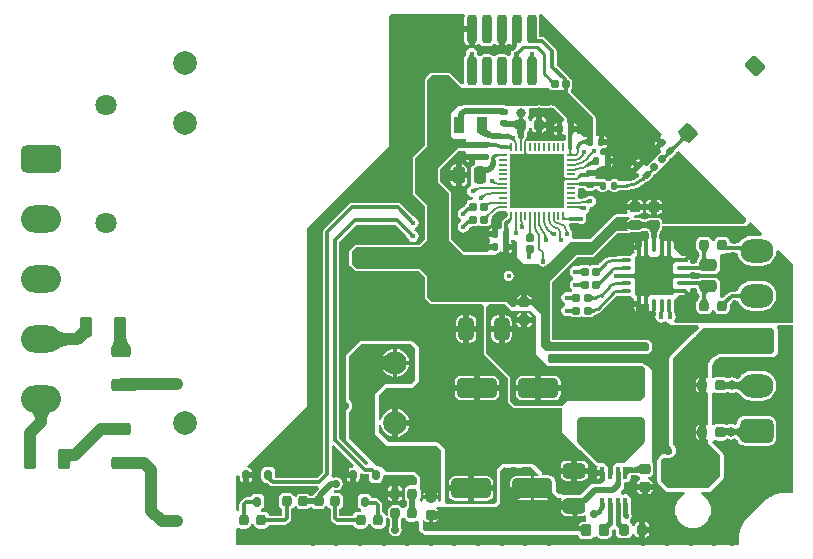
<source format=gtl>
G04 Layer_Physical_Order=1*
G04 Layer_Color=255*
%FSLAX44Y44*%
%MOMM*%
G71*
G01*
G75*
%ADD10C,0.3500*%
%ADD11C,0.2000*%
%ADD12C,0.5000*%
%ADD13C,0.2500*%
%ADD14C,0.4000*%
%ADD15C,0.2933*%
%ADD16C,0.3000*%
%ADD17C,0.4200*%
%ADD18C,0.8000*%
G04:AMPARAMS|DCode=19|XSize=0.6mm|YSize=0.6mm|CornerRadius=0.075mm|HoleSize=0mm|Usage=FLASHONLY|Rotation=90.000|XOffset=0mm|YOffset=0mm|HoleType=Round|Shape=RoundedRectangle|*
%AMROUNDEDRECTD19*
21,1,0.6000,0.4500,0,0,90.0*
21,1,0.4500,0.6000,0,0,90.0*
1,1,0.1500,0.2250,0.2250*
1,1,0.1500,0.2250,-0.2250*
1,1,0.1500,-0.2250,-0.2250*
1,1,0.1500,-0.2250,0.2250*
%
%ADD19ROUNDEDRECTD19*%
G04:AMPARAMS|DCode=20|XSize=0.65mm|YSize=0.85mm|CornerRadius=0.1625mm|HoleSize=0mm|Usage=FLASHONLY|Rotation=0.000|XOffset=0mm|YOffset=0mm|HoleType=Round|Shape=RoundedRectangle|*
%AMROUNDEDRECTD20*
21,1,0.6500,0.5250,0,0,0.0*
21,1,0.3250,0.8500,0,0,0.0*
1,1,0.3250,0.1625,-0.2625*
1,1,0.3250,-0.1625,-0.2625*
1,1,0.3250,-0.1625,0.2625*
1,1,0.3250,0.1625,0.2625*
%
%ADD20ROUNDEDRECTD20*%
G04:AMPARAMS|DCode=21|XSize=2.4mm|YSize=0.8mm|CornerRadius=0.2mm|HoleSize=0mm|Usage=FLASHONLY|Rotation=270.000|XOffset=0mm|YOffset=0mm|HoleType=Round|Shape=RoundedRectangle|*
%AMROUNDEDRECTD21*
21,1,2.4000,0.4000,0,0,270.0*
21,1,2.0000,0.8000,0,0,270.0*
1,1,0.4000,-0.2000,-1.0000*
1,1,0.4000,-0.2000,1.0000*
1,1,0.4000,0.2000,1.0000*
1,1,0.4000,0.2000,-1.0000*
%
%ADD21ROUNDEDRECTD21*%
G04:AMPARAMS|DCode=22|XSize=0.3mm|YSize=0.8mm|CornerRadius=0.045mm|HoleSize=0mm|Usage=FLASHONLY|Rotation=270.000|XOffset=0mm|YOffset=0mm|HoleType=Round|Shape=RoundedRectangle|*
%AMROUNDEDRECTD22*
21,1,0.3000,0.7100,0,0,270.0*
21,1,0.2100,0.8000,0,0,270.0*
1,1,0.0900,-0.3550,-0.1050*
1,1,0.0900,-0.3550,0.1050*
1,1,0.0900,0.3550,0.1050*
1,1,0.0900,0.3550,-0.1050*
%
%ADD22ROUNDEDRECTD22*%
G04:AMPARAMS|DCode=23|XSize=0.3mm|YSize=0.8mm|CornerRadius=0.045mm|HoleSize=0mm|Usage=FLASHONLY|Rotation=180.000|XOffset=0mm|YOffset=0mm|HoleType=Round|Shape=RoundedRectangle|*
%AMROUNDEDRECTD23*
21,1,0.3000,0.7100,0,0,180.0*
21,1,0.2100,0.8000,0,0,180.0*
1,1,0.0900,-0.1050,0.3550*
1,1,0.0900,0.1050,0.3550*
1,1,0.0900,0.1050,-0.3550*
1,1,0.0900,-0.1050,-0.3550*
%
%ADD23ROUNDEDRECTD23*%
%ADD24R,3.2500X3.2500*%
G04:AMPARAMS|DCode=25|XSize=0.42mm|YSize=1.1mm|CornerRadius=0.105mm|HoleSize=0mm|Usage=FLASHONLY|Rotation=0.000|XOffset=0mm|YOffset=0mm|HoleType=Round|Shape=RoundedRectangle|*
%AMROUNDEDRECTD25*
21,1,0.4200,0.8900,0,0,0.0*
21,1,0.2100,1.1000,0,0,0.0*
1,1,0.2100,0.1050,-0.4450*
1,1,0.2100,-0.1050,-0.4450*
1,1,0.2100,-0.1050,0.4450*
1,1,0.2100,0.1050,0.4450*
%
%ADD25ROUNDEDRECTD25*%
G04:AMPARAMS|DCode=26|XSize=0.9mm|YSize=0.8mm|CornerRadius=0.2mm|HoleSize=0mm|Usage=FLASHONLY|Rotation=90.000|XOffset=0mm|YOffset=0mm|HoleType=Round|Shape=RoundedRectangle|*
%AMROUNDEDRECTD26*
21,1,0.9000,0.4000,0,0,90.0*
21,1,0.5000,0.8000,0,0,90.0*
1,1,0.4000,0.2000,0.2500*
1,1,0.4000,0.2000,-0.2500*
1,1,0.4000,-0.2000,-0.2500*
1,1,0.4000,-0.2000,0.2500*
%
%ADD26ROUNDEDRECTD26*%
G04:AMPARAMS|DCode=27|XSize=0.6mm|YSize=0.6mm|CornerRadius=0.075mm|HoleSize=0mm|Usage=FLASHONLY|Rotation=135.000|XOffset=0mm|YOffset=0mm|HoleType=Round|Shape=RoundedRectangle|*
%AMROUNDEDRECTD27*
21,1,0.6000,0.4500,0,0,135.0*
21,1,0.4500,0.6000,0,0,135.0*
1,1,0.1500,0.0000,0.3182*
1,1,0.1500,0.3182,0.0000*
1,1,0.1500,0.0000,-0.3182*
1,1,0.1500,-0.3182,0.0000*
%
%ADD27ROUNDEDRECTD27*%
G04:AMPARAMS|DCode=28|XSize=0.6mm|YSize=0.6mm|CornerRadius=0.075mm|HoleSize=0mm|Usage=FLASHONLY|Rotation=180.000|XOffset=0mm|YOffset=0mm|HoleType=Round|Shape=RoundedRectangle|*
%AMROUNDEDRECTD28*
21,1,0.6000,0.4500,0,0,180.0*
21,1,0.4500,0.6000,0,0,180.0*
1,1,0.1500,-0.2250,0.2250*
1,1,0.1500,0.2250,0.2250*
1,1,0.1500,0.2250,-0.2250*
1,1,0.1500,-0.2250,-0.2250*
%
%ADD28ROUNDEDRECTD28*%
G04:AMPARAMS|DCode=29|XSize=1.7mm|YSize=1.05mm|CornerRadius=0.2625mm|HoleSize=0mm|Usage=FLASHONLY|Rotation=0.000|XOffset=0mm|YOffset=0mm|HoleType=Round|Shape=RoundedRectangle|*
%AMROUNDEDRECTD29*
21,1,1.7000,0.5250,0,0,0.0*
21,1,1.1750,1.0500,0,0,0.0*
1,1,0.5250,0.5875,-0.2625*
1,1,0.5250,-0.5875,-0.2625*
1,1,0.5250,-0.5875,0.2625*
1,1,0.5250,0.5875,0.2625*
%
%ADD29ROUNDEDRECTD29*%
G04:AMPARAMS|DCode=30|XSize=1.7mm|YSize=1.05mm|CornerRadius=0.2625mm|HoleSize=0mm|Usage=FLASHONLY|Rotation=90.000|XOffset=0mm|YOffset=0mm|HoleType=Round|Shape=RoundedRectangle|*
%AMROUNDEDRECTD30*
21,1,1.7000,0.5250,0,0,90.0*
21,1,1.1750,1.0500,0,0,90.0*
1,1,0.5250,0.2625,0.5875*
1,1,0.5250,0.2625,-0.5875*
1,1,0.5250,-0.2625,-0.5875*
1,1,0.5250,-0.2625,0.5875*
%
%ADD30ROUNDEDRECTD30*%
G04:AMPARAMS|DCode=31|XSize=0.9mm|YSize=0.8mm|CornerRadius=0.2mm|HoleSize=0mm|Usage=FLASHONLY|Rotation=180.000|XOffset=0mm|YOffset=0mm|HoleType=Round|Shape=RoundedRectangle|*
%AMROUNDEDRECTD31*
21,1,0.9000,0.4000,0,0,180.0*
21,1,0.5000,0.8000,0,0,180.0*
1,1,0.4000,-0.2500,0.2000*
1,1,0.4000,0.2500,0.2000*
1,1,0.4000,0.2500,-0.2000*
1,1,0.4000,-0.2500,-0.2000*
%
%ADD31ROUNDEDRECTD31*%
G04:AMPARAMS|DCode=32|XSize=1mm|YSize=0.9mm|CornerRadius=0.225mm|HoleSize=0mm|Usage=FLASHONLY|Rotation=90.000|XOffset=0mm|YOffset=0mm|HoleType=Round|Shape=RoundedRectangle|*
%AMROUNDEDRECTD32*
21,1,1.0000,0.4500,0,0,90.0*
21,1,0.5500,0.9000,0,0,90.0*
1,1,0.4500,0.2250,0.2750*
1,1,0.4500,0.2250,-0.2750*
1,1,0.4500,-0.2250,-0.2750*
1,1,0.4500,-0.2250,0.2750*
%
%ADD32ROUNDEDRECTD32*%
G04:AMPARAMS|DCode=33|XSize=0.62mm|YSize=0.56mm|CornerRadius=0.14mm|HoleSize=0mm|Usage=FLASHONLY|Rotation=0.000|XOffset=0mm|YOffset=0mm|HoleType=Round|Shape=RoundedRectangle|*
%AMROUNDEDRECTD33*
21,1,0.6200,0.2800,0,0,0.0*
21,1,0.3400,0.5600,0,0,0.0*
1,1,0.2800,0.1700,-0.1400*
1,1,0.2800,-0.1700,-0.1400*
1,1,0.2800,-0.1700,0.1400*
1,1,0.2800,0.1700,0.1400*
%
%ADD33ROUNDEDRECTD33*%
G04:AMPARAMS|DCode=34|XSize=1.42mm|YSize=0.89mm|CornerRadius=0.2225mm|HoleSize=0mm|Usage=FLASHONLY|Rotation=270.000|XOffset=0mm|YOffset=0mm|HoleType=Round|Shape=RoundedRectangle|*
%AMROUNDEDRECTD34*
21,1,1.4200,0.4450,0,0,270.0*
21,1,0.9750,0.8900,0,0,270.0*
1,1,0.4450,-0.2225,-0.4875*
1,1,0.4450,-0.2225,0.4875*
1,1,0.4450,0.2225,0.4875*
1,1,0.4450,0.2225,-0.4875*
%
%ADD34ROUNDEDRECTD34*%
G04:AMPARAMS|DCode=35|XSize=0.62mm|YSize=0.56mm|CornerRadius=0.14mm|HoleSize=0mm|Usage=FLASHONLY|Rotation=90.000|XOffset=0mm|YOffset=0mm|HoleType=Round|Shape=RoundedRectangle|*
%AMROUNDEDRECTD35*
21,1,0.6200,0.2800,0,0,90.0*
21,1,0.3400,0.5600,0,0,90.0*
1,1,0.2800,0.1400,0.1700*
1,1,0.2800,0.1400,-0.1700*
1,1,0.2800,-0.1400,-0.1700*
1,1,0.2800,-0.1400,0.1700*
%
%ADD35ROUNDEDRECTD35*%
G04:AMPARAMS|DCode=36|XSize=5.7mm|YSize=2.35mm|CornerRadius=0.2938mm|HoleSize=0mm|Usage=FLASHONLY|Rotation=180.000|XOffset=0mm|YOffset=0mm|HoleType=Round|Shape=RoundedRectangle|*
%AMROUNDEDRECTD36*
21,1,5.7000,1.7625,0,0,180.0*
21,1,5.1125,2.3500,0,0,180.0*
1,1,0.5875,-2.5562,0.8812*
1,1,0.5875,2.5562,0.8812*
1,1,0.5875,2.5562,-0.8812*
1,1,0.5875,-2.5562,-0.8812*
%
%ADD36ROUNDEDRECTD36*%
%ADD37R,4.6000X4.6000*%
G04:AMPARAMS|DCode=38|XSize=0.2mm|YSize=0.7mm|CornerRadius=0.05mm|HoleSize=0mm|Usage=FLASHONLY|Rotation=0.000|XOffset=0mm|YOffset=0mm|HoleType=Round|Shape=RoundedRectangle|*
%AMROUNDEDRECTD38*
21,1,0.2000,0.6000,0,0,0.0*
21,1,0.1000,0.7000,0,0,0.0*
1,1,0.1000,0.0500,-0.3000*
1,1,0.1000,-0.0500,-0.3000*
1,1,0.1000,-0.0500,0.3000*
1,1,0.1000,0.0500,0.3000*
%
%ADD38ROUNDEDRECTD38*%
G04:AMPARAMS|DCode=39|XSize=0.2mm|YSize=0.7mm|CornerRadius=0.05mm|HoleSize=0mm|Usage=FLASHONLY|Rotation=90.000|XOffset=0mm|YOffset=0mm|HoleType=Round|Shape=RoundedRectangle|*
%AMROUNDEDRECTD39*
21,1,0.2000,0.6000,0,0,90.0*
21,1,0.1000,0.7000,0,0,90.0*
1,1,0.1000,0.3000,0.0500*
1,1,0.1000,0.3000,-0.0500*
1,1,0.1000,-0.3000,-0.0500*
1,1,0.1000,-0.3000,0.0500*
%
%ADD39ROUNDEDRECTD39*%
G04:AMPARAMS|DCode=40|XSize=0.95mm|YSize=0.85mm|CornerRadius=0.2125mm|HoleSize=0mm|Usage=FLASHONLY|Rotation=180.000|XOffset=0mm|YOffset=0mm|HoleType=Round|Shape=RoundedRectangle|*
%AMROUNDEDRECTD40*
21,1,0.9500,0.4250,0,0,180.0*
21,1,0.5250,0.8500,0,0,180.0*
1,1,0.4250,-0.2625,0.2125*
1,1,0.4250,0.2625,0.2125*
1,1,0.4250,0.2625,-0.2125*
1,1,0.4250,-0.2625,-0.2125*
%
%ADD40ROUNDEDRECTD40*%
G04:AMPARAMS|DCode=41|XSize=1.45mm|YSize=1mm|CornerRadius=0.25mm|HoleSize=0mm|Usage=FLASHONLY|Rotation=180.000|XOffset=0mm|YOffset=0mm|HoleType=Round|Shape=RoundedRectangle|*
%AMROUNDEDRECTD41*
21,1,1.4500,0.5000,0,0,180.0*
21,1,0.9500,1.0000,0,0,180.0*
1,1,0.5000,-0.4750,0.2500*
1,1,0.5000,0.4750,0.2500*
1,1,0.5000,0.4750,-0.2500*
1,1,0.5000,-0.4750,-0.2500*
%
%ADD41ROUNDEDRECTD41*%
G04:AMPARAMS|DCode=42|XSize=0.65mm|YSize=0.55mm|CornerRadius=0.1375mm|HoleSize=0mm|Usage=FLASHONLY|Rotation=90.000|XOffset=0mm|YOffset=0mm|HoleType=Round|Shape=RoundedRectangle|*
%AMROUNDEDRECTD42*
21,1,0.6500,0.2750,0,0,90.0*
21,1,0.3750,0.5500,0,0,90.0*
1,1,0.2750,0.1375,0.1875*
1,1,0.2750,0.1375,-0.1875*
1,1,0.2750,-0.1375,-0.1875*
1,1,0.2750,-0.1375,0.1875*
%
%ADD42ROUNDEDRECTD42*%
G04:AMPARAMS|DCode=43|XSize=1.45mm|YSize=1mm|CornerRadius=0.25mm|HoleSize=0mm|Usage=FLASHONLY|Rotation=270.000|XOffset=0mm|YOffset=0mm|HoleType=Round|Shape=RoundedRectangle|*
%AMROUNDEDRECTD43*
21,1,1.4500,0.5000,0,0,270.0*
21,1,0.9500,1.0000,0,0,270.0*
1,1,0.5000,-0.2500,-0.4750*
1,1,0.5000,-0.2500,0.4750*
1,1,0.5000,0.2500,0.4750*
1,1,0.5000,0.2500,-0.4750*
%
%ADD43ROUNDEDRECTD43*%
G04:AMPARAMS|DCode=44|XSize=0.65mm|YSize=0.55mm|CornerRadius=0.1375mm|HoleSize=0mm|Usage=FLASHONLY|Rotation=0.000|XOffset=0mm|YOffset=0mm|HoleType=Round|Shape=RoundedRectangle|*
%AMROUNDEDRECTD44*
21,1,0.6500,0.2750,0,0,0.0*
21,1,0.3750,0.5500,0,0,0.0*
1,1,0.2750,0.1875,-0.1375*
1,1,0.2750,-0.1875,-0.1375*
1,1,0.2750,-0.1875,0.1375*
1,1,0.2750,0.1875,0.1375*
%
%ADD44ROUNDEDRECTD44*%
G04:AMPARAMS|DCode=45|XSize=0.95mm|YSize=0.85mm|CornerRadius=0.2125mm|HoleSize=0mm|Usage=FLASHONLY|Rotation=90.000|XOffset=0mm|YOffset=0mm|HoleType=Round|Shape=RoundedRectangle|*
%AMROUNDEDRECTD45*
21,1,0.9500,0.4250,0,0,90.0*
21,1,0.5250,0.8500,0,0,90.0*
1,1,0.4250,0.2125,0.2625*
1,1,0.4250,0.2125,-0.2625*
1,1,0.4250,-0.2125,-0.2625*
1,1,0.4250,-0.2125,0.2625*
%
%ADD45ROUNDEDRECTD45*%
G04:AMPARAMS|DCode=46|XSize=0.65mm|YSize=0.55mm|CornerRadius=0.1375mm|HoleSize=0mm|Usage=FLASHONLY|Rotation=225.000|XOffset=0mm|YOffset=0mm|HoleType=Round|Shape=RoundedRectangle|*
%AMROUNDEDRECTD46*
21,1,0.6500,0.2750,0,0,225.0*
21,1,0.3750,0.5500,0,0,225.0*
1,1,0.2750,-0.2298,-0.0353*
1,1,0.2750,0.0353,0.2298*
1,1,0.2750,0.2298,0.0353*
1,1,0.2750,-0.0353,-0.2298*
%
%ADD46ROUNDEDRECTD46*%
G04:AMPARAMS|DCode=47|XSize=1.65mm|YSize=3.35mm|CornerRadius=0.33mm|HoleSize=0mm|Usage=FLASHONLY|Rotation=270.000|XOffset=0mm|YOffset=0mm|HoleType=Round|Shape=RoundedRectangle|*
%AMROUNDEDRECTD47*
21,1,1.6500,2.6900,0,0,270.0*
21,1,0.9900,3.3500,0,0,270.0*
1,1,0.6600,-1.3450,-0.4950*
1,1,0.6600,-1.3450,0.4950*
1,1,0.6600,1.3450,0.4950*
1,1,0.6600,1.3450,-0.4950*
%
%ADD47ROUNDEDRECTD47*%
G04:AMPARAMS|DCode=48|XSize=1.9mm|YSize=1.3mm|CornerRadius=0.325mm|HoleSize=0mm|Usage=FLASHONLY|Rotation=270.000|XOffset=0mm|YOffset=0mm|HoleType=Round|Shape=RoundedRectangle|*
%AMROUNDEDRECTD48*
21,1,1.9000,0.6500,0,0,270.0*
21,1,1.2500,1.3000,0,0,270.0*
1,1,0.6500,-0.3250,-0.6250*
1,1,0.6500,-0.3250,0.6250*
1,1,0.6500,0.3250,0.6250*
1,1,0.6500,0.3250,-0.6250*
%
%ADD48ROUNDEDRECTD48*%
G04:AMPARAMS|DCode=49|XSize=1.9mm|YSize=1.3mm|CornerRadius=0.325mm|HoleSize=0mm|Usage=FLASHONLY|Rotation=180.000|XOffset=0mm|YOffset=0mm|HoleType=Round|Shape=RoundedRectangle|*
%AMROUNDEDRECTD49*
21,1,1.9000,0.6500,0,0,180.0*
21,1,1.2500,1.3000,0,0,180.0*
1,1,0.6500,-0.6250,0.3250*
1,1,0.6500,0.6250,0.3250*
1,1,0.6500,0.6250,-0.3250*
1,1,0.6500,-0.6250,-0.3250*
%
%ADD49ROUNDEDRECTD49*%
G04:AMPARAMS|DCode=50|XSize=1.2mm|YSize=1.5mm|CornerRadius=0.18mm|HoleSize=0mm|Usage=FLASHONLY|Rotation=225.000|XOffset=0mm|YOffset=0mm|HoleType=Round|Shape=RoundedRectangle|*
%AMROUNDEDRECTD50*
21,1,1.2000,1.1400,0,0,225.0*
21,1,0.8400,1.5000,0,0,225.0*
1,1,0.3600,-0.7000,0.1061*
1,1,0.3600,-0.1061,0.7000*
1,1,0.3600,0.7000,-0.1061*
1,1,0.3600,0.1061,-0.7000*
%
%ADD50ROUNDEDRECTD50*%
G04:AMPARAMS|DCode=51|XSize=1.2mm|YSize=1.4mm|CornerRadius=0.21mm|HoleSize=0mm|Usage=FLASHONLY|Rotation=225.000|XOffset=0mm|YOffset=0mm|HoleType=Round|Shape=RoundedRectangle|*
%AMROUNDEDRECTD51*
21,1,1.2000,0.9800,0,0,225.0*
21,1,0.7800,1.4000,0,0,225.0*
1,1,0.4200,-0.6223,0.0707*
1,1,0.4200,-0.0707,0.6223*
1,1,0.4200,0.6223,-0.0707*
1,1,0.4200,0.0707,-0.6223*
%
%ADD51ROUNDEDRECTD51*%
%ADD52C,1.0000*%
%ADD53C,0.7000*%
%ADD54C,0.3200*%
G04:AMPARAMS|DCode=55|XSize=2.3mm|YSize=3.4mm|CornerRadius=0.46mm|HoleSize=0mm|Usage=FLASHONLY|Rotation=270.000|XOffset=0mm|YOffset=0mm|HoleType=Round|Shape=RoundedRectangle|*
%AMROUNDEDRECTD55*
21,1,2.3000,2.4800,0,0,270.0*
21,1,1.3800,3.4000,0,0,270.0*
1,1,0.9200,-1.2400,-0.6900*
1,1,0.9200,-1.2400,0.6900*
1,1,0.9200,1.2400,0.6900*
1,1,0.9200,1.2400,-0.6900*
%
%ADD55ROUNDEDRECTD55*%
%ADD56O,3.4000X2.3000*%
G04:AMPARAMS|DCode=57|XSize=2mm|YSize=2.8mm|CornerRadius=0.4mm|HoleSize=0mm|Usage=FLASHONLY|Rotation=90.000|XOffset=0mm|YOffset=0mm|HoleType=Round|Shape=RoundedRectangle|*
%AMROUNDEDRECTD57*
21,1,2.0000,2.0000,0,0,90.0*
21,1,1.2000,2.8000,0,0,90.0*
1,1,0.8000,1.0000,0.6000*
1,1,0.8000,1.0000,-0.6000*
1,1,0.8000,-1.0000,-0.6000*
1,1,0.8000,-1.0000,0.6000*
%
%ADD57ROUNDEDRECTD57*%
%ADD58O,2.8000X2.0000*%
%ADD59C,2.0000*%
%ADD60C,0.2000*%
%ADD61C,1.8000*%
%ADD62C,0.4500*%
%ADD63C,0.7000*%
G36*
X492429Y230731D02*
X492244Y230972D01*
X492029Y231187D01*
X491784Y231377D01*
X491508Y231542D01*
X491202Y231681D01*
X490865Y231795D01*
X490498Y231884D01*
X490101Y231947D01*
X490029Y231953D01*
X489582Y231923D01*
X489383Y231891D01*
X489211Y231852D01*
X489065Y231807D01*
X488946Y231757D01*
X488854Y231700D01*
Y235294D01*
X488946Y235238D01*
X489065Y235188D01*
X489211Y235143D01*
X489383Y235104D01*
X489582Y235072D01*
X489951Y235035D01*
X490099Y235048D01*
X490497Y235112D01*
X490864Y235201D01*
X491200Y235315D01*
X491507Y235455D01*
X491783Y235620D01*
X492028Y235811D01*
X492244Y236027D01*
X492429Y236269D01*
Y230731D01*
D02*
G37*
G36*
X526129Y235129D02*
X526094Y235152D01*
X526011Y235173D01*
X525878Y235191D01*
X525466Y235220D01*
X523579Y235250D01*
Y237750D01*
X526129Y237871D01*
Y235129D01*
D02*
G37*
G36*
X523446Y231741D02*
X523565Y231690D01*
X523711Y231646D01*
X523883Y231607D01*
X524082Y231574D01*
X524560Y231527D01*
X525145Y231503D01*
X525477Y231500D01*
Y228500D01*
X525145Y228497D01*
X524082Y228426D01*
X523883Y228393D01*
X523711Y228354D01*
X523565Y228310D01*
X523446Y228259D01*
X523354Y228203D01*
Y231797D01*
X523446Y231741D01*
D02*
G37*
G36*
X594286Y234174D02*
X594024Y234331D01*
X593731Y234471D01*
X593407Y234595D01*
X593052Y234703D01*
X592667Y234793D01*
X592251Y234868D01*
X591328Y234967D01*
X590820Y234992D01*
X590282Y235000D01*
X589732Y238000D01*
X590425Y238030D01*
X591031Y238120D01*
X591549Y238270D01*
X591980Y238480D01*
X592324Y238750D01*
X592580Y239080D01*
X592749Y239470D01*
X592831Y239920D01*
X592825Y240430D01*
X592732Y241000D01*
X594286Y234174D01*
D02*
G37*
G36*
X672000Y239000D02*
Y190000D01*
X572142D01*
X571813Y190429D01*
X571256Y192000D01*
X572012Y193131D01*
X572384Y195000D01*
X572012Y196869D01*
X571553Y197556D01*
X571545Y197587D01*
X571499Y197647D01*
X571395Y198477D01*
X571377Y198734D01*
X571248Y199211D01*
X571124Y199689D01*
X571116Y199698D01*
X571113Y199710D01*
X570812Y200101D01*
X570772Y200154D01*
X570718Y201061D01*
X570867Y201283D01*
X571099Y202450D01*
Y209099D01*
X575452Y213452D01*
X581550D01*
X581857Y213513D01*
X581317Y214019D01*
X580642Y214567D01*
X579978Y215019D01*
X579325Y215375D01*
X578683Y215635D01*
X578052Y215800D01*
X577432Y215868D01*
X576824Y215840D01*
X576226Y215716D01*
X575640Y215496D01*
X581871Y218371D01*
X581973Y218152D01*
X582102Y217917D01*
X582258Y217667D01*
X582654Y217122D01*
X582893Y216827D01*
X583776Y215851D01*
X583986Y215638D01*
X584048Y215950D01*
Y218050D01*
X585395Y219843D01*
X585558Y219931D01*
X588217D01*
X588326Y219825D01*
X588493Y219759D01*
X588639Y219652D01*
X588959Y219574D01*
X589265Y219453D01*
X590111Y218500D01*
X590502Y216534D01*
X591214Y215468D01*
X591233Y215415D01*
X591304Y215334D01*
X591446Y215121D01*
X591475Y215068D01*
X591490Y215056D01*
X591616Y214866D01*
X591865Y214700D01*
X591902Y214658D01*
X592065Y214534D01*
X592097Y214503D01*
X592131Y214461D01*
X592172Y214394D01*
X592221Y214292D01*
X592274Y214144D01*
X592324Y213946D01*
X592367Y213694D01*
X592396Y213388D01*
X592409Y212956D01*
X592509Y212521D01*
X592410Y212116D01*
X592396Y211782D01*
X592370Y211592D01*
X592333Y211434D01*
X592287Y211299D01*
X592231Y211180D01*
X592162Y211066D01*
X592076Y210952D01*
X591964Y210833D01*
X591819Y210706D01*
X591549Y210508D01*
X591500Y210455D01*
X591224Y210271D01*
X590940Y209845D01*
X590865Y209764D01*
X590841Y209696D01*
X590221Y208769D01*
X589869Y206998D01*
Y201998D01*
X590221Y200226D01*
X591224Y198724D01*
X592726Y197721D01*
X594497Y197369D01*
X598498D01*
X600269Y197721D01*
X601771Y198724D01*
X602774Y200226D01*
X602978Y201251D01*
X605017D01*
X605221Y200226D01*
X606224Y198724D01*
X607726Y197721D01*
X609497Y197369D01*
X613498D01*
X615269Y197721D01*
X616771Y198724D01*
X617774Y200226D01*
X618126Y201998D01*
Y205665D01*
X618215Y205789D01*
X618766Y206444D01*
X619505Y207222D01*
X619757Y207622D01*
X620019Y208015D01*
X620026Y208048D01*
X620044Y208077D01*
X620125Y208542D01*
X620133Y208587D01*
X621078Y209531D01*
X622654D01*
X622677Y209516D01*
X623046Y209248D01*
X623096Y209236D01*
X623139Y209207D01*
X623586Y209118D01*
X624028Y209012D01*
X624669Y208987D01*
X625086Y208932D01*
X625161Y208913D01*
X626046Y206776D01*
X628056Y204156D01*
X630676Y202146D01*
X633726Y200883D01*
X637000Y200452D01*
X645000D01*
X648274Y200883D01*
X651324Y202146D01*
X653944Y204156D01*
X655954Y206776D01*
X657217Y209826D01*
X657648Y213100D01*
X657217Y216374D01*
X655954Y219424D01*
X653944Y222044D01*
X651324Y224054D01*
X648274Y225317D01*
X645000Y225748D01*
X637000D01*
X633726Y225317D01*
X630676Y224054D01*
X628056Y222044D01*
X626046Y219424D01*
X625161Y217287D01*
X625086Y217268D01*
X624669Y217213D01*
X624028Y217188D01*
X623586Y217082D01*
X623139Y216993D01*
X623096Y216964D01*
X623046Y216952D01*
X622677Y216684D01*
X622654Y216669D01*
X619600D01*
X618234Y216397D01*
X617077Y215623D01*
X615087Y213633D01*
X615042Y213624D01*
X614576Y213544D01*
X614548Y213526D01*
X614515Y213519D01*
X614122Y213257D01*
X613722Y213004D01*
X612937Y212259D01*
X612274Y211700D01*
X612171Y211626D01*
X610374D01*
X609500Y212500D01*
X609500Y216546D01*
X609515Y216620D01*
X609889Y218500D01*
Y223500D01*
X609498Y225466D01*
X608384Y227134D01*
X606716Y228248D01*
X604750Y228639D01*
X595250D01*
X593975Y228385D01*
X593909Y228388D01*
X593876Y228377D01*
X593840Y228377D01*
X593740Y228338D01*
X593284Y228248D01*
X593019Y228071D01*
X592958Y228049D01*
X592798Y227953D01*
X592707Y227910D01*
X592567Y227857D01*
X592379Y227799D01*
X592142Y227743D01*
X591911Y227702D01*
X590689Y227596D01*
X590243Y227589D01*
X589994Y227536D01*
X589739Y227532D01*
X589505Y227431D01*
X589255Y227377D01*
X589045Y227232D01*
X588811Y227132D01*
X588750Y227069D01*
X585558D01*
X585395Y227157D01*
X584048Y228950D01*
Y231050D01*
X585395Y232843D01*
X585558Y232931D01*
X588750D01*
X588811Y232868D01*
X589045Y232768D01*
X589255Y232623D01*
X589504Y232569D01*
X589739Y232468D01*
X589994Y232464D01*
X590243Y232411D01*
X590737Y232403D01*
X591127Y232384D01*
X591885Y232303D01*
X592142Y232257D01*
X592379Y232201D01*
X592567Y232143D01*
X592707Y232090D01*
X592798Y232047D01*
X592958Y231951D01*
X593019Y231929D01*
X593284Y231752D01*
X593750Y231660D01*
X593851Y231621D01*
X593881Y231622D01*
X593909Y231612D01*
X593975Y231615D01*
X595250Y231361D01*
X604750D01*
X606716Y231752D01*
X608384Y232866D01*
X609498Y234534D01*
X609889Y236500D01*
Y241500D01*
X609500Y243454D01*
Y248000D01*
X610371Y248871D01*
X613498D01*
X614507Y249072D01*
X614537Y249069D01*
X614614Y249093D01*
X614696Y249109D01*
X614799Y249111D01*
X614885Y249147D01*
X615269Y249223D01*
X615458Y249350D01*
X615475Y249354D01*
X615528Y249365D01*
X617462Y249506D01*
X617951Y249510D01*
X618200Y249562D01*
X618454Y249564D01*
X618690Y249663D01*
X618941Y249715D01*
X619151Y249858D01*
X619385Y249957D01*
X619458Y250031D01*
X622526D01*
X622556Y250000D01*
X622784Y249896D01*
X622986Y249748D01*
X623239Y249688D01*
X623475Y249580D01*
X623725Y249571D01*
X623969Y249512D01*
X624577Y249488D01*
X624783Y247926D01*
X626046Y244876D01*
X628056Y242256D01*
X630676Y240246D01*
X633726Y238983D01*
X637000Y238552D01*
X645000D01*
X648274Y238983D01*
X651324Y240246D01*
X653944Y242256D01*
X655954Y244876D01*
X657217Y247926D01*
X657570Y250602D01*
X659474Y251526D01*
X672000Y239000D01*
D02*
G37*
G36*
X526129Y241629D02*
X526094Y241652D01*
X526011Y241672D01*
X525878Y241691D01*
X525466Y241720D01*
X523579Y241750D01*
Y244250D01*
X526129Y244371D01*
Y241629D01*
D02*
G37*
G36*
X509549Y235281D02*
X509314Y235021D01*
X509090Y234723D01*
X508878Y234387D01*
X508678Y234013D01*
X508490Y233600D01*
X508314Y233150D01*
X507996Y232136D01*
X507855Y231572D01*
X507725Y230969D01*
X503680Y236453D01*
X504001Y236108D01*
X504367Y235879D01*
X504780Y235765D01*
X505239Y235768D01*
X505743Y235887D01*
X506294Y236122D01*
X506890Y236473D01*
X507533Y236941D01*
X508221Y237524D01*
X508956Y238223D01*
X509549Y235281D01*
D02*
G37*
G36*
X570249Y245893D02*
X570340Y245600D01*
X570490Y245343D01*
X570700Y245119D01*
X570970Y244930D01*
X571300Y244775D01*
X571689Y244655D01*
X572140Y244569D01*
X572649Y244517D01*
X573219Y244500D01*
Y241500D01*
X572646Y241470D01*
X572132Y241380D01*
X571679Y241230D01*
X571286Y241020D01*
X570953Y240750D01*
X570680Y240420D01*
X570467Y240030D01*
X570314Y239580D01*
X570221Y239070D01*
X570189Y238500D01*
X570219Y246220D01*
X570249Y245893D01*
D02*
G37*
G36*
X592763Y219000D02*
X592853Y219570D01*
X592856Y220080D01*
X592771Y220530D01*
X592599Y220920D01*
X592340Y221250D01*
X591993Y221520D01*
X591559Y221730D01*
X591037Y221880D01*
X590428Y221970D01*
X589732Y222000D01*
X590282Y225000D01*
X590820Y225008D01*
X592251Y225132D01*
X592667Y225207D01*
X593052Y225297D01*
X593407Y225405D01*
X593731Y225529D01*
X594024Y225669D01*
X594286Y225826D01*
X592763Y219000D01*
D02*
G37*
G36*
X526129Y222129D02*
X526094Y222152D01*
X526011Y222173D01*
X525878Y222191D01*
X525466Y222220D01*
X523579Y222250D01*
Y224750D01*
X526129Y224871D01*
Y222129D01*
D02*
G37*
G36*
Y215629D02*
X526094Y215652D01*
X526011Y215672D01*
X525878Y215691D01*
X525466Y215720D01*
X523579Y215750D01*
Y218250D01*
X526129Y218371D01*
Y215629D01*
D02*
G37*
G36*
X600998Y216013D02*
X600428Y216033D01*
X599917Y215982D01*
X599468Y215858D01*
X599077Y215663D01*
X598747Y215396D01*
X598478Y215057D01*
X598268Y214646D01*
X598117Y214163D01*
X598027Y213609D01*
X597998Y212982D01*
X594997Y213032D01*
X594982Y213549D01*
X594936Y214033D01*
X594860Y214484D01*
X594753Y214902D01*
X594616Y215287D01*
X594447Y215640D01*
X594249Y215959D01*
X594020Y216245D01*
X593760Y216499D01*
X593470Y216720D01*
X600998Y216013D01*
D02*
G37*
G36*
X537811Y225500D02*
X537781Y226070D01*
X537690Y226580D01*
X537538Y227030D01*
X537326Y227420D01*
X537053Y227750D01*
X536720Y228020D01*
X536326Y228230D01*
X535872Y228380D01*
X535356Y228470D01*
X534781Y228500D01*
Y231500D01*
X535356Y231530D01*
X535872Y231620D01*
X536326Y231770D01*
X536720Y231980D01*
X537053Y232250D01*
X537326Y232580D01*
X537538Y232970D01*
X537690Y233420D01*
X537781Y233930D01*
X537811Y234500D01*
Y225500D01*
D02*
G37*
G36*
X570219Y233930D02*
X570310Y233420D01*
X570462Y232970D01*
X570674Y232580D01*
X570947Y232250D01*
X571280Y231980D01*
X571674Y231770D01*
X572128Y231620D01*
X572644Y231530D01*
X573219Y231500D01*
Y228500D01*
X572644Y228470D01*
X572128Y228380D01*
X571674Y228230D01*
X571280Y228020D01*
X570947Y227750D01*
X570674Y227420D01*
X570462Y227030D01*
X570310Y226580D01*
X570219Y226070D01*
X570189Y225500D01*
Y234500D01*
X570219Y233930D01*
D02*
G37*
G36*
X492429Y219729D02*
X492244Y219970D01*
X492029Y220186D01*
X491783Y220376D01*
X491507Y220541D01*
X491201Y220680D01*
X490864Y220795D01*
X490497Y220883D01*
X490100Y220947D01*
X490028Y220953D01*
X489582Y220923D01*
X489383Y220891D01*
X489211Y220852D01*
X489065Y220807D01*
X488946Y220757D01*
X488854Y220700D01*
Y224294D01*
X488946Y224238D01*
X489065Y224188D01*
X489211Y224143D01*
X489383Y224104D01*
X489582Y224072D01*
X489951Y224035D01*
X490100Y224048D01*
X490497Y224112D01*
X490864Y224200D01*
X491201Y224315D01*
X491507Y224454D01*
X491783Y224619D01*
X492029Y224809D01*
X492244Y225025D01*
X492429Y225266D01*
Y219729D01*
D02*
G37*
G36*
X509549Y224281D02*
X509314Y224021D01*
X509090Y223723D01*
X508879Y223387D01*
X508679Y223012D01*
X508490Y222600D01*
X508314Y222150D01*
X507996Y221134D01*
X507855Y220570D01*
X507725Y219967D01*
X503678Y225451D01*
X503998Y225105D01*
X504365Y224876D01*
X504778Y224763D01*
X505236Y224766D01*
X505741Y224885D01*
X506292Y225120D01*
X506888Y225471D01*
X507531Y225939D01*
X508219Y226522D01*
X508954Y227221D01*
X509549Y224281D01*
D02*
G37*
G36*
X598027Y246391D02*
X598117Y245837D01*
X598268Y245354D01*
X598478Y244943D01*
X598747Y244604D01*
X599077Y244337D01*
X599468Y244142D01*
X599917Y244018D01*
X600428Y243967D01*
X600998Y243987D01*
X593470Y243280D01*
X593760Y243501D01*
X594020Y243755D01*
X594249Y244041D01*
X594447Y244360D01*
X594616Y244713D01*
X594753Y245098D01*
X594860Y245516D01*
X594936Y245967D01*
X594982Y246451D01*
X594997Y246968D01*
X597998Y247018D01*
X598027Y246391D01*
D02*
G37*
G36*
X348839Y266786D02*
X349641Y266085D01*
X349805Y265968D01*
X349954Y265873D01*
X350088Y265802D01*
X350208Y265753D01*
X350313Y265728D01*
X347772Y263187D01*
X347747Y263292D01*
X347698Y263412D01*
X347627Y263546D01*
X347532Y263695D01*
X347415Y263859D01*
X347110Y264230D01*
X346714Y264661D01*
X346481Y264898D01*
X348602Y267019D01*
X348839Y266786D01*
D02*
G37*
G36*
X466852Y268077D02*
X467055Y267917D01*
X467271Y267774D01*
X467499Y267648D01*
X467738Y267539D01*
X467990Y267446D01*
X468254Y267371D01*
X468530Y267313D01*
X468817Y267271D01*
X469117Y267247D01*
X466808Y264492D01*
X466752Y264697D01*
X466680Y264903D01*
X466591Y265110D01*
X466485Y265318D01*
X466362Y265527D01*
X466223Y265737D01*
X465895Y266160D01*
X465705Y266373D01*
X465499Y266587D01*
X466660Y268254D01*
X466852Y268077D01*
D02*
G37*
G36*
X645259Y265741D02*
X644323Y263848D01*
X637000D01*
X633726Y263417D01*
X630676Y262154D01*
X628056Y260144D01*
X626320Y257880D01*
X626271Y257863D01*
X625873Y257775D01*
X625375Y257714D01*
X624684Y257688D01*
X624527Y257651D01*
X624366Y257656D01*
X624040Y257535D01*
X623701Y257454D01*
X623570Y257360D01*
X623420Y257304D01*
X623275Y257169D01*
X620025D01*
X619929Y257263D01*
X619754Y257334D01*
X619602Y257446D01*
X619290Y257523D01*
X618993Y257644D01*
X618126Y258500D01*
X617774Y260271D01*
X616771Y261773D01*
X615269Y262777D01*
X613498Y263129D01*
X609497D01*
X607726Y262777D01*
X606224Y261773D01*
X605221Y260271D01*
X605017Y259247D01*
X602978D01*
X602774Y260271D01*
X601771Y261773D01*
X600269Y262777D01*
X598498Y263129D01*
X594497D01*
X592726Y262777D01*
X591224Y261773D01*
X590221Y260271D01*
X589869Y258500D01*
Y253500D01*
X590221Y251729D01*
X590841Y250801D01*
X590865Y250734D01*
X590940Y250653D01*
X591224Y250227D01*
X591500Y250042D01*
X591549Y249990D01*
X591819Y249792D01*
X591964Y249665D01*
X592076Y249545D01*
X592162Y249431D01*
X592231Y249318D01*
X592287Y249198D01*
X592333Y249063D01*
X592370Y248905D01*
X592396Y248715D01*
X592410Y248382D01*
X592517Y247943D01*
X592557Y247743D01*
X592509Y247479D01*
X592409Y247044D01*
X592396Y246612D01*
X592367Y246306D01*
X592324Y246054D01*
X592274Y245856D01*
X592221Y245708D01*
X592172Y245606D01*
X592131Y245539D01*
X592097Y245497D01*
X592065Y245466D01*
X591902Y245342D01*
X591865Y245299D01*
X591616Y245134D01*
X591490Y244944D01*
X591475Y244932D01*
X591446Y244879D01*
X591304Y244666D01*
X591233Y244585D01*
X591214Y244532D01*
X590502Y243466D01*
X590111Y241500D01*
X589265Y240547D01*
X588959Y240426D01*
X588638Y240347D01*
X588493Y240241D01*
X588326Y240175D01*
X588217Y240069D01*
X585558D01*
X585395Y240157D01*
X584048Y241950D01*
Y244050D01*
X583986Y244362D01*
X583776Y244149D01*
X582654Y242878D01*
X582443Y242598D01*
X582102Y242083D01*
X581973Y241848D01*
X581871Y241629D01*
X575640Y244474D01*
X576224Y244258D01*
X576820Y244137D01*
X577427Y244113D01*
X578046Y244184D01*
X578677Y244351D01*
X579319Y244615D01*
X579973Y244974D01*
X580638Y245428D01*
X581315Y245979D01*
X581857Y246487D01*
X581550Y246548D01*
X577452D01*
X570548Y253452D01*
Y257550D01*
X570358Y258506D01*
X569816Y259316D01*
X569006Y259858D01*
X568050Y260048D01*
X565950D01*
X564994Y259858D01*
X563750Y259456D01*
X562506Y259858D01*
X561550Y260048D01*
X559996D01*
X558837Y261197D01*
X558467Y261892D01*
X558588Y262500D01*
Y264957D01*
X558600Y265265D01*
X558667Y265866D01*
X558759Y266401D01*
X558867Y266841D01*
X558984Y267184D01*
X559097Y267428D01*
X559191Y267577D01*
X559250Y267646D01*
X559420Y267784D01*
X559599Y267904D01*
X560511Y269268D01*
X560831Y270877D01*
Y272000D01*
X632000D01*
X634000Y274000D01*
Y274387D01*
X635848Y275152D01*
X645259Y265741D01*
D02*
G37*
G36*
X463064Y263534D02*
X463363Y262719D01*
X463471Y262487D01*
X463698Y262079D01*
X463818Y261903D01*
X463942Y261748D01*
X464071Y261611D01*
X460518Y261065D01*
X460663Y261353D01*
X460785Y261635D01*
X460884Y261912D01*
X460960Y262183D01*
X461013Y262447D01*
X461043Y262706D01*
X461051Y262959D01*
X461035Y263206D01*
X460996Y263447D01*
X460935Y263683D01*
X462973Y263844D01*
X463064Y263534D01*
D02*
G37*
G36*
X430751Y272132D02*
X430759Y271597D01*
X430830Y270550D01*
X430893Y270075D01*
X431071Y269221D01*
X431187Y268842D01*
X431320Y268495D01*
X431472Y268180D01*
X431642Y267897D01*
X430766D01*
X430769Y267264D01*
X427231D01*
X427235Y267318D01*
X427241Y267897D01*
X426358D01*
X426528Y268180D01*
X426679Y268495D01*
X426813Y268842D01*
X426929Y269221D01*
X427027Y269632D01*
X427107Y270075D01*
X427214Y271058D01*
X427241Y271597D01*
X427250Y272155D01*
X427250Y272283D01*
X430750D01*
X430751Y272132D01*
D02*
G37*
G36*
X396019Y272898D02*
X395786Y272661D01*
X395085Y271859D01*
X394968Y271695D01*
X394873Y271546D01*
X394802Y271412D01*
X394753Y271292D01*
X394728Y271187D01*
X392187Y273728D01*
X392292Y273753D01*
X392412Y273802D01*
X392546Y273873D01*
X392695Y273968D01*
X392859Y274085D01*
X393231Y274390D01*
X393661Y274786D01*
X393898Y275019D01*
X396019Y272898D01*
D02*
G37*
G36*
X450018Y267076D02*
X450071Y266864D01*
X450159Y266650D01*
X450283Y266433D01*
X450442Y266213D01*
X450637Y265990D01*
X450867Y265764D01*
X451132Y265536D01*
X451433Y265304D01*
X451769Y265069D01*
X446231D01*
X446567Y265304D01*
X447133Y265764D01*
X447363Y265990D01*
X447558Y266213D01*
X447717Y266433D01*
X447841Y266650D01*
X447929Y266864D01*
X447982Y267076D01*
X448000Y267284D01*
X450000D01*
X450018Y267076D01*
D02*
G37*
G36*
X546234Y268335D02*
X546769Y268245D01*
X547294Y268127D01*
X547784Y267986D01*
X548240Y267822D01*
X548665Y267638D01*
X548822Y267556D01*
X548903Y267428D01*
X549016Y267184D01*
X549132Y266841D01*
X549241Y266401D01*
X549328Y265893D01*
X549412Y264911D01*
Y262500D01*
X549533Y261892D01*
X549163Y261197D01*
X548976Y261012D01*
X549000Y260169D01*
X546000Y259184D01*
X545994Y259498D01*
X545955Y259949D01*
X545494Y259858D01*
X544250Y259456D01*
X543500Y259698D01*
Y254000D01*
X541000D01*
Y251500D01*
X537452D01*
Y250450D01*
X537492Y250250D01*
X537083Y249591D01*
X535750Y248250D01*
Y248250D01*
X533750Y247059D01*
X533550Y247099D01*
X526450D01*
X525660Y246942D01*
X523456Y246837D01*
X523024Y246729D01*
X522588Y246643D01*
X522536Y246608D01*
X522475Y246593D01*
X522117Y246328D01*
X522095Y246314D01*
X518328D01*
Y246337D01*
X515697Y245991D01*
X513246Y244975D01*
X511140Y243360D01*
X511157Y243343D01*
X508576Y240763D01*
X508444Y240762D01*
X508241Y240677D01*
X508023Y240640D01*
X507779Y240485D01*
X507511Y240373D01*
X507356Y240217D01*
X507170Y240099D01*
X506489Y239451D01*
X506080Y239104D01*
X502547D01*
X501264Y238849D01*
X500176Y238122D01*
X499819D01*
X498731Y238849D01*
X497447Y239104D01*
X492948D01*
X491664Y238849D01*
X491183Y238528D01*
X491132Y238510D01*
X491053Y238441D01*
X490575Y238122D01*
X489369Y238010D01*
X487500Y238381D01*
X485631Y238010D01*
X484047Y236951D01*
X482988Y235366D01*
X482616Y233498D01*
X482988Y231628D01*
X484047Y230044D01*
X485558Y229034D01*
X485631Y228559D01*
Y227436D01*
X485558Y226961D01*
X484047Y225951D01*
X482988Y224366D01*
X482616Y222498D01*
X482988Y220629D01*
X484047Y219044D01*
X484374Y218826D01*
X484468Y218182D01*
X484202Y216535D01*
X484184Y216523D01*
X484133Y216506D01*
X484054Y216437D01*
X483576Y216117D01*
X482369Y216012D01*
X480500Y216384D01*
X478631Y216012D01*
X477047Y214953D01*
X475988Y213369D01*
X475616Y211500D01*
X475988Y209631D01*
X477047Y208047D01*
X478558Y207037D01*
X478631Y206561D01*
Y205439D01*
X478558Y204963D01*
X477047Y203953D01*
X475988Y202369D01*
X475616Y200500D01*
X475988Y198631D01*
X477047Y197047D01*
X478631Y195988D01*
X480500Y195616D01*
X482369Y195988D01*
X483576Y195870D01*
X484052Y195552D01*
X484131Y195482D01*
X484182Y195465D01*
X484664Y195143D01*
X485947Y194888D01*
X490448D01*
X491731Y195143D01*
X492819Y195870D01*
X493176D01*
X494264Y195143D01*
X495547Y194888D01*
X500047D01*
X501331Y195143D01*
X501860Y195497D01*
X501933Y195524D01*
X502013Y195599D01*
X502419Y195870D01*
X502614Y196161D01*
X502671Y196215D01*
X502825Y196429D01*
X502915Y196538D01*
X502986Y196610D01*
X503035Y196652D01*
X503044Y196659D01*
X503142Y196664D01*
X503564Y196772D01*
X503991Y196857D01*
X504051Y196897D01*
X504120Y196915D01*
X504469Y197177D01*
X504831Y197419D01*
X504833Y197422D01*
X505109Y197458D01*
X507074Y198272D01*
X508761Y199567D01*
X508762Y199567D01*
X510172Y200985D01*
X522558Y213372D01*
X522570Y213369D01*
X522588Y213357D01*
X523063Y213263D01*
X523537Y213161D01*
X525288Y213132D01*
X526450Y212901D01*
X533550D01*
X533750Y212941D01*
X535750Y211750D01*
Y211750D01*
X537136Y210324D01*
X537492Y209750D01*
X537452Y209550D01*
Y208500D01*
X541000D01*
Y206000D01*
X543500D01*
Y200302D01*
X544250Y200544D01*
X545000Y200302D01*
Y206000D01*
X550000D01*
Y200301D01*
X550750Y200544D01*
X551994Y200142D01*
X552950Y199952D01*
X554378D01*
X554615Y199858D01*
X555094Y199501D01*
X555589Y198983D01*
X556071Y198116D01*
X556057Y197977D01*
X556006Y197659D01*
X556004Y197652D01*
X555955Y197587D01*
X555947Y197556D01*
X555488Y196869D01*
X555116Y195000D01*
X555488Y193131D01*
X556547Y191547D01*
X558131Y190488D01*
X560000Y190116D01*
X561869Y190488D01*
X562201Y190709D01*
X563750Y191412D01*
X564961Y190863D01*
X566000Y190000D01*
X566000D01*
X568000Y188000D01*
X591061D01*
X591827Y186152D01*
X588369Y182695D01*
X588257Y182527D01*
X588105Y182394D01*
X587454Y181546D01*
X586606Y180895D01*
X586473Y180743D01*
X586305Y180631D01*
X567837Y162163D01*
X567174Y161171D01*
X566941Y160000D01*
X566941Y160000D01*
Y96000D01*
Y87124D01*
X566981Y86926D01*
X566967Y86725D01*
X567096Y86346D01*
X567174Y85953D01*
X567286Y85786D01*
X567351Y85594D01*
X567615Y85294D01*
X567837Y84961D01*
X568005Y84849D01*
X568138Y84697D01*
X568454Y84454D01*
X569006Y83735D01*
X569353Y82898D01*
X569471Y82000D01*
X569353Y81102D01*
X569006Y80265D01*
X568454Y79546D01*
X567735Y78994D01*
X566898Y78647D01*
X566000Y78529D01*
X565102Y78647D01*
X564670Y78826D01*
X563500Y79059D01*
X562000D01*
X560830Y78826D01*
X559837Y78163D01*
X557837Y76163D01*
X557174Y75170D01*
X556941Y74000D01*
X556941Y74000D01*
Y56000D01*
X557174Y54830D01*
X557837Y53837D01*
X563837Y47837D01*
X563837Y47837D01*
X564829Y47174D01*
X566000Y46941D01*
X566000Y46941D01*
X579741D01*
X580242Y44941D01*
X578604Y44066D01*
X576314Y42186D01*
X574434Y39896D01*
X573038Y37283D01*
X572178Y34448D01*
X571887Y31500D01*
X572178Y28552D01*
X573038Y25717D01*
X574434Y23104D01*
X576314Y20814D01*
X578604Y18934D01*
X581217Y17538D01*
X584052Y16678D01*
X587000Y16387D01*
X589948Y16678D01*
X592783Y17538D01*
X595396Y18934D01*
X597686Y20814D01*
X599566Y23104D01*
X600962Y25717D01*
X601822Y28552D01*
X602113Y31500D01*
X601822Y34448D01*
X600962Y37283D01*
X599566Y39896D01*
X597686Y42186D01*
X595396Y44066D01*
X593759Y44941D01*
X594259Y46941D01*
X600000D01*
X601171Y47174D01*
X602163Y47837D01*
X602163Y47837D01*
X612163Y57837D01*
X612826Y58829D01*
X613059Y60000D01*
X613059Y60000D01*
Y78000D01*
X612826Y79170D01*
X612163Y80163D01*
X612163Y80163D01*
X603498Y88828D01*
X603595Y90294D01*
X605540Y91183D01*
X606229Y90723D01*
X608000Y90371D01*
X612000D01*
X613771Y90723D01*
X614592Y91271D01*
X614596Y91273D01*
X614609Y91283D01*
X614658Y91315D01*
X614704Y91331D01*
X614781Y91398D01*
X615273Y91727D01*
X616202Y92287D01*
X617793Y91628D01*
X619500Y91404D01*
X621207Y91628D01*
X622798Y92287D01*
X624343Y91280D01*
X624501Y91109D01*
X624795Y90567D01*
X625173Y89731D01*
X625219Y89666D01*
X625287Y89502D01*
X626336Y88136D01*
X627702Y87087D01*
X629293Y86428D01*
X631000Y86204D01*
X651000D01*
X652707Y86428D01*
X654298Y87087D01*
X655664Y88136D01*
X656713Y89502D01*
X657372Y91093D01*
X657596Y92800D01*
Y104800D01*
X657372Y106507D01*
X656713Y108098D01*
X655664Y109464D01*
X654298Y110513D01*
X652707Y111172D01*
X651000Y111396D01*
X631000D01*
X629293Y111172D01*
X627702Y110513D01*
X626336Y109464D01*
X625287Y108098D01*
X624628Y106507D01*
X624428Y104983D01*
X623446Y104218D01*
X622899Y103930D01*
X622511Y103832D01*
X621207Y104372D01*
X619500Y104596D01*
X617793Y104372D01*
X616202Y103713D01*
X615876Y103463D01*
X615702Y103493D01*
X615262Y103592D01*
X614892Y103700D01*
X614594Y103811D01*
X614369Y103917D01*
X614090Y104082D01*
X614031Y104103D01*
X613771Y104277D01*
X613573Y104316D01*
X613569Y104318D01*
X613552Y104320D01*
X613241Y104382D01*
X613138Y104419D01*
X613074Y104415D01*
X612000Y104629D01*
X608000D01*
X606229Y104277D01*
X604967Y103434D01*
X603887Y103807D01*
X603059Y104377D01*
Y130623D01*
X603887Y131193D01*
X604967Y131566D01*
X606229Y130723D01*
X608000Y130371D01*
X612000D01*
X613102Y130590D01*
X613177Y130587D01*
X613280Y130626D01*
X613552Y130680D01*
X613569Y130682D01*
X613573Y130684D01*
X613771Y130723D01*
X614054Y130912D01*
X614125Y130939D01*
X614524Y131184D01*
X614869Y131362D01*
X615247Y131525D01*
X615660Y131671D01*
X616111Y131799D01*
X616558Y131898D01*
X616702Y131787D01*
X618293Y131128D01*
X620000Y130904D01*
X621707Y131128D01*
X623298Y131787D01*
X623420Y131881D01*
X623539Y131842D01*
X624050Y131611D01*
X624606Y131291D01*
X625204Y130874D01*
X625808Y130380D01*
X627222Y128978D01*
X627693Y128430D01*
X628056Y127956D01*
X630676Y125946D01*
X633726Y124683D01*
X637000Y124252D01*
X645000D01*
X648274Y124683D01*
X651324Y125946D01*
X653944Y127956D01*
X655954Y130576D01*
X657217Y133626D01*
X657648Y136900D01*
X657217Y140174D01*
X655954Y143224D01*
X653944Y145844D01*
X651324Y147854D01*
X648274Y149117D01*
X645000Y149548D01*
X637000D01*
X633726Y149117D01*
X630676Y147854D01*
X628056Y145844D01*
X627715Y145399D01*
X627307Y144929D01*
X626708Y144321D01*
X626123Y143803D01*
X625554Y143372D01*
X625002Y143022D01*
X624468Y142749D01*
X624094Y142602D01*
X623298Y143213D01*
X621707Y143872D01*
X620000Y144096D01*
X618293Y143872D01*
X616702Y143213D01*
X615273Y143273D01*
X614729Y143637D01*
X614664Y143692D01*
X614632Y143701D01*
X614609Y143717D01*
X614596Y143727D01*
X614592Y143729D01*
X613771Y144277D01*
X612000Y144629D01*
X608000D01*
X606229Y144277D01*
X604967Y143434D01*
X603887Y143807D01*
X603059Y144377D01*
Y154733D01*
X603826Y155500D01*
X604048Y155833D01*
X604312Y156134D01*
X604377Y156325D01*
X604489Y156492D01*
X604498Y156537D01*
X604994Y157736D01*
X605546Y158454D01*
X606264Y159006D01*
X607463Y159502D01*
X607508Y159511D01*
X607675Y159623D01*
X607866Y159688D01*
X608167Y159952D01*
X608500Y160174D01*
X609267Y160941D01*
X654000D01*
X655171Y161174D01*
X656163Y161837D01*
X658163Y163837D01*
X658826Y164830D01*
X659059Y166000D01*
X659059Y166000D01*
Y184000D01*
X659059Y184000D01*
X658826Y185170D01*
X658272Y186000D01*
X658500Y186977D01*
X658924Y188000D01*
X672000D01*
Y46000D01*
X664837D01*
X664837Y46000D01*
X662272Y45874D01*
X657242Y44873D01*
X652504Y42911D01*
X648240Y40061D01*
X646337Y38337D01*
X633663Y25663D01*
X633663Y25663D01*
X631939Y23760D01*
X629089Y19496D01*
X627127Y14758D01*
X626126Y9728D01*
X626000Y7163D01*
Y2000D01*
X200000D01*
Y15737D01*
X202000Y16710D01*
X202729Y16223D01*
X204500Y15871D01*
X208500D01*
X210271Y16223D01*
X211773Y17227D01*
X212777Y18729D01*
X212980Y19753D01*
X215020D01*
X215223Y18729D01*
X216227Y17227D01*
X217729Y16223D01*
X219500Y15871D01*
X223500D01*
X225271Y16223D01*
X226773Y17227D01*
X227777Y18729D01*
X227916Y19431D01*
X241243D01*
X242608Y19703D01*
X243766Y20477D01*
X245523Y22234D01*
X246297Y23392D01*
X246569Y24757D01*
Y32183D01*
X246771Y32223D01*
X248273Y33227D01*
X249244Y34680D01*
X249974Y34804D01*
X250616Y34873D01*
X251329Y34794D01*
X252116Y33616D01*
X253439Y32732D01*
X255000Y32422D01*
X259000D01*
X260561Y32732D01*
X261884Y33616D01*
X262416Y34412D01*
X264585D01*
X265116Y33616D01*
X266439Y32732D01*
X268000Y32422D01*
X272000D01*
X273561Y32732D01*
X274884Y33616D01*
X275671Y34794D01*
X276384Y34873D01*
X277026Y34804D01*
X277756Y34680D01*
X278727Y33227D01*
X280229Y32223D01*
X280429Y32184D01*
Y24757D01*
X280700Y23392D01*
X281474Y22234D01*
X283232Y20477D01*
X284389Y19703D01*
X285755Y19431D01*
X299084D01*
X299223Y18729D01*
X300227Y17227D01*
X301729Y16223D01*
X303500Y15871D01*
X307500D01*
X309271Y16223D01*
X310773Y17227D01*
X311777Y18729D01*
X311980Y19753D01*
X314020D01*
X314223Y18729D01*
X315227Y17227D01*
X316729Y16223D01*
X318500Y15871D01*
X322500D01*
X324271Y16223D01*
X325773Y17227D01*
X326777Y18729D01*
X327129Y20500D01*
Y25261D01*
X329129Y25458D01*
X329232Y24939D01*
X330116Y23616D01*
X330412Y23419D01*
Y18033D01*
X329819Y17146D01*
X329392Y15000D01*
X329819Y12854D01*
X331035Y11035D01*
X332854Y9819D01*
X335000Y9392D01*
X337146Y9819D01*
X338965Y11035D01*
X340181Y12854D01*
X340608Y15000D01*
X340181Y17146D01*
X339588Y18033D01*
Y23419D01*
X339884Y23616D01*
X340671Y24794D01*
X341384Y24873D01*
X342026Y24804D01*
X342756Y24680D01*
X343727Y23227D01*
X345229Y22223D01*
X347000Y21871D01*
X351000D01*
X352771Y22223D01*
X352941Y22337D01*
X354941Y21268D01*
Y16000D01*
X355174Y14829D01*
X355837Y13837D01*
X357837Y11837D01*
X358829Y11174D01*
X360000Y10941D01*
X360000Y10941D01*
X461000Y10941D01*
X489157D01*
X489305Y10202D01*
X490465Y8465D01*
X492202Y7305D01*
X494250Y6897D01*
X498750D01*
X500798Y7305D01*
X502535Y8465D01*
X503074Y9272D01*
X505414Y9370D01*
X505797Y8797D01*
X507381Y7738D01*
X509250Y7366D01*
X513750D01*
X515619Y7738D01*
X517203Y8797D01*
X518262Y10381D01*
X518634Y12250D01*
Y14635D01*
X520634Y15510D01*
X521621Y14764D01*
Y12375D01*
X521983Y10555D01*
X523014Y9012D01*
X524557Y7981D01*
X526378Y7619D01*
X530628D01*
X532448Y7981D01*
X533991Y9012D01*
X535022Y10555D01*
X535258Y11743D01*
X537297D01*
X537492Y10766D01*
X538404Y9401D01*
X539768Y8489D01*
X541003Y8244D01*
Y15000D01*
Y21756D01*
X539768Y21511D01*
X538404Y20599D01*
X537492Y19234D01*
X537297Y18257D01*
X535258D01*
X535022Y19445D01*
X533991Y20988D01*
X533707Y21178D01*
X533541Y23364D01*
X533640Y23628D01*
X534616Y25088D01*
X534996Y27000D01*
Y27081D01*
X534746Y28338D01*
Y37000D01*
X534366Y38912D01*
X534216Y39137D01*
Y41450D01*
X533956Y42757D01*
X533215Y43865D01*
X532107Y44606D01*
X530800Y44866D01*
X528700D01*
X527393Y44606D01*
X526198Y45207D01*
X525792Y47450D01*
X527021Y48679D01*
X528192Y50432D01*
X528604Y52500D01*
Y53231D01*
X528669Y54522D01*
X530517Y55134D01*
X530800D01*
X532107Y55394D01*
X533215Y56135D01*
X533955Y57243D01*
X534216Y58550D01*
Y60834D01*
X534231Y60886D01*
X534261Y60932D01*
X535457Y61325D01*
X536197Y61486D01*
X536637Y61409D01*
X537072Y61311D01*
X537635Y61297D01*
X538111Y61262D01*
X538561Y61205D01*
X538988Y61127D01*
X539390Y61028D01*
X539772Y60910D01*
X540133Y60773D01*
X540477Y60618D01*
X540805Y60442D01*
X541190Y60203D01*
X541264Y60175D01*
X541555Y59981D01*
X541771Y59938D01*
X541784Y59931D01*
X541834Y59925D01*
X542033Y59886D01*
X542136Y59847D01*
X542207Y59638D01*
X541766Y57511D01*
X540401Y56599D01*
X539489Y55234D01*
X539244Y54000D01*
X552756D01*
X552511Y55234D01*
X551599Y56599D01*
X550234Y57511D01*
X549257Y57705D01*
Y59744D01*
X550445Y59981D01*
X551988Y61012D01*
X553019Y62555D01*
X553381Y64375D01*
Y68625D01*
X553019Y70445D01*
X552000Y72000D01*
Y150000D01*
X548000Y154000D01*
Y154000D01*
X546259Y154625D01*
X545442Y155442D01*
X544780Y155884D01*
X544000Y156039D01*
X465602D01*
X464000Y157000D01*
Y163000D01*
X464961Y163961D01*
X548000Y163961D01*
X548780Y164116D01*
X549442Y164558D01*
X551442Y166558D01*
X551884Y167220D01*
X552039Y168000D01*
Y172000D01*
X552039Y172000D01*
X551884Y172780D01*
X551442Y173442D01*
X551442Y173442D01*
X549442Y175442D01*
X548780Y175884D01*
X548000Y176039D01*
X468845D01*
X468039Y176845D01*
X468039Y225155D01*
X488845Y245961D01*
X502000D01*
X502780Y246116D01*
X503442Y246558D01*
X522845Y265961D01*
X530987D01*
X531281Y266019D01*
X531579Y266049D01*
X531668Y266096D01*
X531767Y266116D01*
X532016Y266282D01*
X532281Y266424D01*
X532345Y266502D01*
X532429Y266558D01*
X533763Y266992D01*
X534188Y266907D01*
X534232Y266891D01*
X534263Y266892D01*
X535373Y266672D01*
X540622D01*
X541732Y266892D01*
X541763Y266891D01*
X541807Y266907D01*
X542232Y266992D01*
X542480Y267157D01*
X542509Y267168D01*
X542939Y267433D01*
X543333Y267638D01*
X543757Y267822D01*
X544213Y267986D01*
X544703Y268127D01*
X545228Y268245D01*
X545764Y268335D01*
X545999Y268356D01*
X546234Y268335D01*
D02*
G37*
G36*
X568517Y248650D02*
X568569Y248139D01*
X568655Y247689D01*
X568775Y247299D01*
X568930Y246970D01*
X569119Y246700D01*
X569343Y246490D01*
X569600Y246339D01*
X569893Y246250D01*
X570219Y246220D01*
X556000D01*
X556570Y246250D01*
X557080Y246339D01*
X557530Y246490D01*
X557920Y246700D01*
X558250Y246970D01*
X558520Y247299D01*
X558730Y247689D01*
X558880Y248139D01*
X558970Y248650D01*
X559000Y249219D01*
X562000D01*
X562030Y248650D01*
X562120Y248139D01*
X562270Y247689D01*
X562480Y247299D01*
X562750Y246970D01*
X563080Y246700D01*
X563470Y246490D01*
X563750Y246396D01*
X564030Y246490D01*
X564420Y246700D01*
X564750Y246970D01*
X565020Y247299D01*
X565230Y247689D01*
X565380Y248139D01*
X565470Y248650D01*
X565500Y249219D01*
X568500D01*
X568517Y248650D01*
D02*
G37*
G36*
X451769Y249931D02*
X451392Y249661D01*
X451055Y249379D01*
X450758Y249086D01*
X450500Y248781D01*
X450282Y248465D01*
X450104Y248138D01*
X449965Y247800D01*
X449875Y247482D01*
X449889Y247223D01*
X449829Y247227D01*
X449807Y247089D01*
X449787Y246716D01*
X446787D01*
X446780Y247180D01*
X446757Y247446D01*
X446303Y247478D01*
X446395Y247600D01*
X446478Y247744D01*
X446550Y247911D01*
X446613Y248099D01*
X446666Y248310D01*
X446677Y248366D01*
X446673Y248413D01*
X446608Y248771D01*
X446530Y249103D01*
X446437Y249409D01*
X446329Y249689D01*
X446208Y249942D01*
X446072Y250169D01*
X451769Y249931D01*
D02*
G37*
G36*
X461008Y245538D02*
X461032Y245268D01*
X461072Y245004D01*
X461128Y244748D01*
X461199Y244498D01*
X461287Y244256D01*
X461390Y244020D01*
X461510Y243791D01*
X461646Y243569D01*
X461797Y243354D01*
X458203D01*
X458354Y243569D01*
X458490Y243791D01*
X458610Y244020D01*
X458713Y244256D01*
X458801Y244498D01*
X458872Y244748D01*
X458928Y245004D01*
X458968Y245268D01*
X458992Y245538D01*
X459000Y245816D01*
X461000D01*
X461008Y245538D01*
D02*
G37*
G36*
X549030Y248650D02*
X549120Y248139D01*
X549270Y247689D01*
X549480Y247299D01*
X549750Y246970D01*
X550080Y246700D01*
X550470Y246490D01*
X550920Y246339D01*
X551430Y246250D01*
X552000Y246220D01*
X537780D01*
X538107Y246250D01*
X538400Y246339D01*
X538657Y246490D01*
X538881Y246700D01*
X539070Y246970D01*
X539225Y247299D01*
X539345Y247689D01*
X539431Y248139D01*
X539483Y248650D01*
X539500Y249219D01*
X542500D01*
X542530Y248650D01*
X542620Y248139D01*
X542770Y247689D01*
X542980Y247299D01*
X543250Y246970D01*
X543580Y246700D01*
X543970Y246490D01*
X544250Y246396D01*
X544530Y246490D01*
X544920Y246700D01*
X545250Y246970D01*
X545520Y247299D01*
X545730Y247689D01*
X545880Y248139D01*
X545970Y248650D01*
X546000Y249219D01*
X549000D01*
X549030Y248650D01*
D02*
G37*
G36*
X615404Y257530D02*
X615416Y257020D01*
X615512Y256570D01*
X615690Y256180D01*
X615952Y255850D01*
X616296Y255580D01*
X616724Y255370D01*
X617235Y255220D01*
X617829Y255130D01*
X618506Y255100D01*
X617931Y252100D01*
X617357Y252096D01*
X615179Y251936D01*
X614882Y251877D01*
X614631Y251809D01*
X614425Y251731D01*
X614266Y251645D01*
X615475Y258100D01*
X615404Y257530D01*
D02*
G37*
G36*
X555718Y260632D02*
X555672Y260438D01*
X555632Y260149D01*
X555567Y259290D01*
X555500Y255500D01*
X552500D01*
X552231Y260733D01*
X555769D01*
X555718Y260632D01*
D02*
G37*
G36*
X599553Y251813D02*
X599226Y251526D01*
X598938Y251218D01*
X598689Y250890D01*
X598477Y250542D01*
X598305Y250173D01*
X598170Y249783D01*
X598074Y249373D01*
X598017Y248943D01*
X597998Y248492D01*
X594997D01*
X594978Y248943D01*
X594921Y249373D01*
X594825Y249783D01*
X594690Y250173D01*
X594518Y250542D01*
X594306Y250890D01*
X594057Y251218D01*
X593769Y251526D01*
X593442Y251813D01*
X593078Y252080D01*
X599917D01*
X599553Y251813D01*
D02*
G37*
G36*
X627248Y249109D02*
X627369Y249677D01*
X627392Y250186D01*
X627318Y250634D01*
X627146Y251023D01*
X626877Y251352D01*
X626511Y251621D01*
X626047Y251831D01*
X625486Y251980D01*
X624827Y252070D01*
X624071Y252100D01*
X624780Y255100D01*
X625580Y255130D01*
X626313Y255219D01*
X626980Y255368D01*
X627581Y255577D01*
X628115Y255845D01*
X628582Y256173D01*
X628984Y256560D01*
X629319Y257008D01*
X629587Y257514D01*
X629789Y258081D01*
X627248Y249109D01*
D02*
G37*
G36*
X63987Y73500D02*
X63106Y73482D01*
X61630Y73343D01*
X61035Y73221D01*
X60534Y73064D01*
X60129Y72872D01*
X59820Y72646D01*
X59605Y72384D01*
X59486Y72088D01*
X59461Y71757D01*
X58725Y82725D01*
X58671Y82873D01*
X58746Y83004D01*
X58949Y83120D01*
X59282Y83221D01*
X59744Y83306D01*
X60334Y83376D01*
X61903Y83469D01*
X63987Y83500D01*
Y73500D01*
D02*
G37*
G36*
X627533Y90798D02*
X627116Y91720D01*
X626668Y92545D01*
X626190Y93273D01*
X625682Y93903D01*
X625144Y94437D01*
X624575Y94874D01*
X623976Y95213D01*
X623346Y95456D01*
X622686Y95602D01*
X621996Y95650D01*
Y100650D01*
X622997Y100700D01*
X623890Y100850D01*
X624674Y101100D01*
X625351Y101449D01*
X625919Y101899D01*
X626379Y102449D01*
X626731Y103098D01*
X626975Y103848D01*
X627111Y104697D01*
X627138Y105646D01*
X627533Y90798D01*
D02*
G37*
G36*
X110318Y76614D02*
X110650Y76590D01*
X115251Y76513D01*
X120368Y76500D01*
X121492Y66500D01*
X109552Y66597D01*
X110183Y76641D01*
X110318Y76614D01*
D02*
G37*
G36*
X456677Y61323D02*
X456191Y60150D01*
X452500D01*
Y50000D01*
Y39850D01*
X464450D01*
X466440Y40246D01*
X468127Y41373D01*
X468546Y42000D01*
X475157D01*
X475836Y40730D01*
X475495Y40220D01*
X475263Y39051D01*
X475799Y39089D01*
X476260Y39158D01*
X476652Y39247D01*
X476974Y39356D01*
X477226Y39485D01*
X477410Y39633D01*
X477523Y39801D01*
X477567Y39989D01*
X477400Y36500D01*
X486502D01*
Y35000D01*
X488003D01*
Y28533D01*
X491500D01*
X490930Y28503D01*
X490420Y28412D01*
X489970Y28260D01*
X489580Y28048D01*
X489250Y27775D01*
X488980Y27442D01*
X488770Y27048D01*
X488622Y26601D01*
X492752D01*
X494723Y26993D01*
X494880Y27098D01*
X496000Y26499D01*
Y21879D01*
X494250D01*
X492670Y21565D01*
X491330Y20670D01*
X490435Y19330D01*
X490121Y17750D01*
Y17354D01*
X490396Y17432D01*
X490753Y17580D01*
X491098Y17770D01*
X491431Y18001D01*
X491753Y18275D01*
X492063Y18592D01*
X492362Y18950D01*
X492650Y19350D01*
X492137Y11654D01*
X492139Y12146D01*
X492077Y12586D01*
X491950Y12974D01*
X491759Y13311D01*
X491503Y13595D01*
X491183Y13828D01*
X490798Y14010D01*
X490349Y14139D01*
X490121Y14174D01*
Y14000D01*
X461000D01*
X360000Y14000D01*
X358000Y16000D01*
Y23109D01*
X359270Y23494D01*
X359760Y22760D01*
X361017Y21920D01*
X362500Y21626D01*
X363500D01*
Y27500D01*
X365000D01*
Y29000D01*
X368269D01*
Y31355D01*
X368439Y31288D01*
X368740Y31227D01*
X369170Y31174D01*
X370417Y31089D01*
X371015Y31079D01*
X370240Y32240D01*
X369506Y32730D01*
X369891Y34000D01*
X420000D01*
X424000Y38000D01*
X424000Y65000D01*
X427000Y68000D01*
X427500D01*
X428303Y67667D01*
X430000Y67444D01*
X431697Y67667D01*
X432500Y68000D01*
X437500D01*
X438303Y67667D01*
X440000Y67444D01*
X441697Y67667D01*
X442500Y68000D01*
X450000D01*
X456677Y61323D01*
D02*
G37*
G36*
X434000Y200000D02*
X450000Y200000D01*
X454000Y196000D01*
Y164000D01*
X464000Y154000D01*
X544000D01*
X546000Y152000D01*
Y128000D01*
X542000Y124000D01*
X480000D01*
X476000Y120000D01*
X436000D01*
X432000Y124000D01*
Y144000D01*
X412000Y164000D01*
Y204000D01*
X414000Y206000D01*
X428000D01*
X434000Y200000D01*
D02*
G37*
G36*
X629916Y129816D02*
X629118Y130744D01*
X627543Y132307D01*
X626766Y132942D01*
X625996Y133479D01*
X625232Y133919D01*
X624476Y134261D01*
X623727Y134505D01*
X622985Y134651D01*
X622249Y134700D01*
X622431Y139700D01*
X623221Y139743D01*
X624001Y139871D01*
X624772Y140085D01*
X625534Y140385D01*
X626287Y140771D01*
X627031Y141242D01*
X627766Y141799D01*
X628492Y142442D01*
X629209Y143170D01*
X629916Y143984D01*
Y129816D01*
D02*
G37*
G36*
X613154Y101626D02*
X613590Y101421D01*
X614076Y101241D01*
X614612Y101084D01*
X615198Y100951D01*
X615834Y100843D01*
X617256Y100698D01*
X618042Y100662D01*
X618879Y100650D01*
X619008Y95650D01*
X618195Y95629D01*
X617439Y95567D01*
X616739Y95464D01*
X616096Y95319D01*
X615508Y95133D01*
X614978Y94905D01*
X614504Y94636D01*
X614086Y94325D01*
X613725Y93973D01*
X613420Y93580D01*
X612769Y101855D01*
X613154Y101626D01*
D02*
G37*
G36*
X45530Y115762D02*
X44369Y115466D01*
X43345Y114973D01*
X42458Y114283D01*
X41707Y113396D01*
X41092Y112311D01*
X40614Y111029D01*
X40273Y109550D01*
X40068Y107874D01*
X40000Y106000D01*
X30000D01*
X29932Y107874D01*
X29727Y109550D01*
X29386Y111029D01*
X28908Y112311D01*
X28293Y113396D01*
X27542Y114283D01*
X26655Y114973D01*
X25631Y115466D01*
X24470Y115762D01*
X23173Y115861D01*
X46827D01*
X45530Y115762D01*
D02*
G37*
G36*
X505900Y30995D02*
X506784Y26700D01*
X506089Y26354D01*
X503721Y31425D01*
X505900Y30995D01*
D02*
G37*
G36*
X352000Y168000D02*
X352000Y142000D01*
X348000Y138000D01*
X326000Y138000D01*
X318000Y130000D01*
Y96000D01*
X328000Y86000D01*
X370000D01*
X374000Y82000D01*
Y40000D01*
X372815Y38815D01*
X372289Y38893D01*
X371330Y40276D01*
X371374Y40500D01*
Y41000D01*
X358626D01*
Y40500D01*
X358670Y40276D01*
X357711Y38893D01*
X357185Y38815D01*
X356000Y40000D01*
Y40738D01*
X356210Y41052D01*
X356598Y43003D01*
Y48003D01*
X356210Y49953D01*
X356000Y50268D01*
Y60000D01*
X352000Y64000D01*
X328000D01*
X324000Y68000D01*
X322276D01*
X321930Y68232D01*
X320125Y68591D01*
X319409D01*
X296000Y92000D01*
Y114876D01*
X296636Y115364D01*
X297678Y116722D01*
X298333Y118303D01*
X298556Y120000D01*
X298333Y121697D01*
X297678Y123278D01*
X296636Y124636D01*
X296000Y125124D01*
Y162000D01*
X306000Y172000D01*
X348000D01*
X352000Y168000D01*
D02*
G37*
G36*
X525401Y21604D02*
X526582Y20572D01*
X527098Y20189D01*
X527563Y19892D01*
X527977Y19684D01*
X528341Y19564D01*
X528656Y19532D01*
X528919Y19587D01*
X529132Y19730D01*
X524272Y14897D01*
X524417Y15109D01*
X524473Y15372D01*
X524442Y15685D01*
X524323Y16048D01*
X524116Y16461D01*
X523821Y16925D01*
X523439Y17438D01*
X522969Y18002D01*
X521765Y19281D01*
X524735Y22251D01*
X525401Y21604D01*
D02*
G37*
G36*
X518235Y19346D02*
X517684Y18781D01*
X516465Y17361D01*
X516203Y16978D01*
X516014Y16641D01*
X515898Y16350D01*
X515854Y16104D01*
X515882Y15904D01*
X515983Y15749D01*
X511587Y19983D01*
X511747Y19887D01*
X511953Y19865D01*
X512206Y19915D01*
X512504Y20039D01*
X512849Y20236D01*
X513240Y20506D01*
X513677Y20849D01*
X514689Y21754D01*
X515265Y22316D01*
X518235Y19346D01*
D02*
G37*
G36*
X542558Y62402D02*
X542100Y62687D01*
X541623Y62941D01*
X541128Y63166D01*
X540614Y63361D01*
X540081Y63526D01*
X539529Y63660D01*
X538959Y63765D01*
X538369Y63840D01*
X537761Y63885D01*
X537134Y63900D01*
X537039Y68100D01*
X537711Y68120D01*
X538341Y68181D01*
X538929Y68283D01*
X539475Y68426D01*
X539979Y68609D01*
X540440Y68833D01*
X540859Y69097D01*
X541237Y69402D01*
X541572Y69748D01*
X541865Y70135D01*
X542558Y62402D01*
D02*
G37*
G36*
X545000Y88000D02*
X528499Y71500D01*
X522000D01*
X521158Y70658D01*
X520893Y70606D01*
X519785Y69865D01*
X519044Y68757D01*
X518992Y68492D01*
X516750Y66250D01*
X514508Y68492D01*
X514456Y68757D01*
X513715Y69865D01*
X512607Y70606D01*
X512341Y70658D01*
X511500Y71500D01*
X506500Y71500D01*
X490000Y88000D01*
Y99000D01*
X545000D01*
Y88000D01*
D02*
G37*
G36*
X300130Y69571D02*
X299301Y67571D01*
X297875D01*
X296461Y67290D01*
X295261Y66488D01*
X294460Y65289D01*
X294179Y63875D01*
Y63750D01*
X299500D01*
Y61250D01*
X302000D01*
Y55103D01*
X302539Y55210D01*
X303738Y56012D01*
X304540Y57211D01*
X304821Y58625D01*
Y62051D01*
X306431Y62831D01*
X306821Y62911D01*
X307884Y62201D01*
X309250Y61929D01*
X312628D01*
Y58625D01*
X312952Y57000D01*
X313872Y55622D01*
X315250Y54702D01*
X316875Y54378D01*
X320125D01*
X321750Y54702D01*
X323128Y55622D01*
X324048Y57000D01*
X324372Y58625D01*
Y60705D01*
X326372Y61480D01*
X326829Y61174D01*
X328000Y60941D01*
X328000Y60941D01*
X350733D01*
X352941Y58733D01*
Y53814D01*
X351500Y52632D01*
X347500D01*
X345728Y52279D01*
X344227Y51276D01*
X343223Y49774D01*
X342871Y48003D01*
Y43003D01*
X343223Y41231D01*
X344227Y39729D01*
X344662Y39439D01*
Y35398D01*
X343727Y34773D01*
X342756Y33320D01*
X342026Y33196D01*
X341384Y33127D01*
X340671Y33205D01*
X339884Y34384D01*
X338561Y35268D01*
X337000Y35578D01*
X333000D01*
X331439Y35268D01*
X330116Y34384D01*
X329232Y33061D01*
X328922Y31500D01*
Y26739D01*
X326922Y26542D01*
X326777Y27271D01*
X325773Y28773D01*
X324271Y29777D01*
X324069Y29817D01*
Y36250D01*
X323797Y37616D01*
X323023Y38773D01*
X321266Y40531D01*
X320108Y41304D01*
X318743Y41576D01*
X314832D01*
X314548Y43000D01*
X313628Y44378D01*
X312250Y45298D01*
X310625Y45622D01*
X307375D01*
X305750Y45298D01*
X304372Y44378D01*
X303452Y43000D01*
X303128Y41375D01*
Y36125D01*
X303452Y34500D01*
X304372Y33122D01*
X305750Y32202D01*
X306115Y32129D01*
X305919Y30129D01*
X303500D01*
X301729Y29777D01*
X300227Y28773D01*
X299223Y27271D01*
X299084Y26569D01*
X287566D01*
Y32183D01*
X287771Y32223D01*
X289273Y33227D01*
X290277Y34729D01*
X290629Y36500D01*
Y41500D01*
X290277Y43271D01*
X289273Y44773D01*
X287771Y45777D01*
X286000Y46129D01*
X283454D01*
X283367Y46218D01*
X282678Y48129D01*
X283384Y48714D01*
X285000Y48392D01*
X287146Y48819D01*
X288965Y50035D01*
X290181Y51854D01*
X290608Y54000D01*
X290181Y56146D01*
X288965Y57965D01*
X287146Y59181D01*
X285000Y59608D01*
X282854Y59181D01*
X282798Y59143D01*
X281939Y59243D01*
X280867Y61018D01*
X280821Y61256D01*
X281069Y62500D01*
Y85804D01*
X283069Y86632D01*
X300130Y69571D01*
D02*
G37*
G36*
X531327Y68351D02*
X531530Y68299D01*
X531806Y68252D01*
X532579Y68178D01*
X534287Y68112D01*
X535792Y68100D01*
X536039Y63900D01*
X535182Y63858D01*
X534422Y63732D01*
X533758Y63522D01*
X533190Y63228D01*
X532719Y62850D01*
X532344Y62388D01*
X532066Y61842D01*
X531884Y61212D01*
X531798Y60498D01*
X531809Y59700D01*
X531198Y68410D01*
X531327Y68351D01*
D02*
G37*
G36*
X120368Y133000D02*
X110183Y132859D01*
X109552Y142903D01*
X109629Y142921D01*
X109955Y142938D01*
X121492Y143000D01*
X120368Y133000D01*
D02*
G37*
G36*
X598017Y211555D02*
X598074Y211124D01*
X598170Y210714D01*
X598305Y210325D01*
X598477Y209956D01*
X598689Y209607D01*
X598938Y209279D01*
X599226Y208971D01*
X599553Y208684D01*
X599917Y208417D01*
X593078D01*
X593442Y208684D01*
X593769Y208971D01*
X594057Y209279D01*
X594306Y209607D01*
X594518Y209956D01*
X594690Y210325D01*
X594825Y210714D01*
X594921Y211124D01*
X594978Y211555D01*
X594997Y212006D01*
X597998D01*
X598017Y211555D01*
D02*
G37*
G36*
X628128Y208614D02*
X628088Y209182D01*
X627968Y209689D01*
X627768Y210137D01*
X627488Y210525D01*
X627128Y210854D01*
X626689Y211122D01*
X626169Y211331D01*
X625569Y211481D01*
X624890Y211570D01*
X624130Y211600D01*
Y214600D01*
X624890Y214630D01*
X625569Y214719D01*
X626169Y214869D01*
X626689Y215078D01*
X627128Y215346D01*
X627488Y215675D01*
X627768Y216063D01*
X627968Y216511D01*
X628088Y217018D01*
X628128Y217586D01*
Y208614D01*
D02*
G37*
G36*
X485429Y197724D02*
X485243Y197966D01*
X485027Y198183D01*
X484781Y198375D01*
X484505Y198541D01*
X484199Y198681D01*
X483862Y198796D01*
X483495Y198885D01*
X483098Y198949D01*
X483025Y198955D01*
X482582Y198926D01*
X482383Y198893D01*
X482211Y198855D01*
X482065Y198810D01*
X481946Y198759D01*
X481854Y198703D01*
Y202297D01*
X481946Y202241D01*
X482065Y202190D01*
X482211Y202146D01*
X482383Y202107D01*
X482582Y202074D01*
X482953Y202037D01*
X483102Y202050D01*
X483499Y202113D01*
X483867Y202202D01*
X484204Y202315D01*
X484510Y202454D01*
X484785Y202618D01*
X485031Y202807D01*
X485245Y203022D01*
X485429Y203261D01*
Y197724D01*
D02*
G37*
G36*
X617627Y209006D02*
X616834Y208170D01*
X616169Y207379D01*
X615633Y206633D01*
X615225Y205930D01*
X614946Y205271D01*
X614795Y204657D01*
X614772Y204087D01*
X614878Y203561D01*
X615112Y203079D01*
X615475Y202642D01*
X609059Y208887D01*
X609507Y208536D01*
X609999Y208313D01*
X610535Y208217D01*
X611114Y208250D01*
X611737Y208410D01*
X612403Y208697D01*
X613113Y209113D01*
X613867Y209657D01*
X614664Y210328D01*
X615506Y211127D01*
X617627Y209006D01*
D02*
G37*
G36*
X485429Y208726D02*
X485243Y208968D01*
X485028Y209185D01*
X484782Y209376D01*
X484506Y209541D01*
X484199Y209682D01*
X483863Y209796D01*
X483496Y209885D01*
X483099Y209949D01*
X483026Y209956D01*
X482582Y209926D01*
X482383Y209893D01*
X482211Y209855D01*
X482065Y209810D01*
X481946Y209760D01*
X481854Y209703D01*
Y213297D01*
X481946Y213241D01*
X482065Y213190D01*
X482211Y213146D01*
X482383Y213107D01*
X482582Y213074D01*
X482952Y213037D01*
X483101Y213051D01*
X483499Y213114D01*
X483866Y213202D01*
X484203Y213316D01*
X484509Y213455D01*
X484785Y213619D01*
X485030Y213809D01*
X485245Y214024D01*
X485429Y214264D01*
Y208726D01*
D02*
G37*
G36*
X570221Y220930D02*
X570314Y220420D01*
X570467Y219970D01*
X570680Y219580D01*
X570953Y219250D01*
X571286Y218980D01*
X571679Y218770D01*
X572132Y218620D01*
X572646Y218530D01*
X573219Y218500D01*
Y215500D01*
X572649Y215483D01*
X572140Y215431D01*
X571689Y215345D01*
X571300Y215225D01*
X570970Y215070D01*
X570700Y214881D01*
X570490Y214657D01*
X570340Y214400D01*
X570249Y214107D01*
X570219Y213780D01*
X570189Y221500D01*
X570221Y220930D01*
D02*
G37*
G36*
X500775Y213976D02*
X500998Y213719D01*
X501235Y213492D01*
X501486Y213295D01*
X501751Y213128D01*
X502029Y212992D01*
X502321Y212886D01*
X502627Y212810D01*
X502947Y212765D01*
X503281Y212750D01*
Y210250D01*
X502948Y210235D01*
X502630Y210189D01*
X502324Y210113D01*
X502032Y210006D01*
X501754Y209869D01*
X501489Y209701D01*
X501238Y209503D01*
X501001Y209275D01*
X500777Y209016D01*
X500566Y208726D01*
Y214264D01*
X500775Y213976D01*
D02*
G37*
G36*
X551430Y213781D02*
X550920Y213690D01*
X550470Y213538D01*
X550080Y213326D01*
X549750Y213053D01*
X549480Y212720D01*
X549270Y212326D01*
X549120Y211871D01*
X549030Y211356D01*
X549000Y210781D01*
X546000D01*
X545970Y211356D01*
X545880Y211871D01*
X545730Y212326D01*
X545520Y212720D01*
X545250Y213053D01*
X544920Y213326D01*
X544530Y213538D01*
X544256Y213630D01*
X543970Y213533D01*
X543580Y213320D01*
X543250Y213047D01*
X542980Y212714D01*
X542770Y212321D01*
X542620Y211868D01*
X542530Y211354D01*
X542500Y210781D01*
X539500D01*
X539483Y211350D01*
X539431Y211861D01*
X539345Y212311D01*
X539225Y212701D01*
X539070Y213030D01*
X538881Y213300D01*
X538657Y213510D01*
X538400Y213661D01*
X538107Y213750D01*
X537780Y213780D01*
X543173Y213802D01*
X543000Y213811D01*
X552000D01*
X551430Y213781D01*
D02*
G37*
G36*
X48306Y184689D02*
X49420Y183957D01*
X50603Y183311D01*
X51856Y182751D01*
X53179Y182277D01*
X54573Y181889D01*
X56035Y181588D01*
X57568Y181372D01*
X59171Y181243D01*
X60843Y181200D01*
Y171200D01*
X59171Y171157D01*
X57568Y171028D01*
X56035Y170812D01*
X54573Y170511D01*
X53179Y170123D01*
X51856Y169649D01*
X50603Y169089D01*
X49420Y168443D01*
X48306Y167711D01*
X47263Y166892D01*
Y185508D01*
X48306Y184689D01*
D02*
G37*
G36*
X107040Y179960D02*
X107151Y178530D01*
X107338Y177201D01*
X107598Y175973D01*
X107933Y174845D01*
X108343Y173819D01*
X108827Y172894D01*
X109385Y172070D01*
X110018Y171347D01*
X110725Y170725D01*
X106991Y170598D01*
X107002Y168508D01*
X97002Y169632D01*
X96994Y170256D01*
X94859Y170184D01*
X95266Y170799D01*
X95631Y171529D01*
X95952Y172373D01*
X96231Y173331D01*
X96467Y174403D01*
X96659Y175590D01*
X96887Y177986D01*
X96861Y179817D01*
X96981Y179824D01*
X96981Y179833D01*
X97002Y181476D01*
X107002Y181492D01*
X107040Y179960D01*
D02*
G37*
G36*
X613683Y141093D02*
X614011Y140801D01*
X614406Y140543D01*
X614866Y140319D01*
X615392Y140130D01*
X615983Y139975D01*
X616641Y139855D01*
X617364Y139769D01*
X618153Y139717D01*
X619008Y139700D01*
X618948Y134700D01*
X618193Y134684D01*
X616774Y134560D01*
X616110Y134451D01*
X615477Y134311D01*
X614874Y134140D01*
X614302Y133938D01*
X613760Y133705D01*
X613249Y133440D01*
X612769Y133145D01*
X613420Y141420D01*
X613683Y141093D01*
D02*
G37*
G36*
X656000Y184000D02*
Y166000D01*
X654000Y164000D01*
X608000D01*
X606337Y162337D01*
X606303Y162333D01*
X604722Y161678D01*
X603364Y160636D01*
X602322Y159278D01*
X601667Y157697D01*
X601663Y157663D01*
X600000Y156000D01*
Y144093D01*
X598730Y143414D01*
X598483Y143580D01*
X597768Y143722D01*
X597988Y142724D01*
X598164Y142173D01*
X598367Y141663D01*
X598598Y141195D01*
X598855Y140768D01*
X596500D01*
Y137500D01*
Y134232D01*
X598855D01*
X598598Y133805D01*
X598367Y133337D01*
X598164Y132827D01*
X597988Y132276D01*
X597839Y131682D01*
X597761Y131277D01*
X598483Y131420D01*
X598730Y131586D01*
X600000Y130907D01*
Y104093D01*
X598730Y103414D01*
X598483Y103580D01*
X597768Y103722D01*
X597988Y102724D01*
X598164Y102173D01*
X598367Y101663D01*
X598598Y101195D01*
X598855Y100768D01*
X596500D01*
Y97500D01*
Y94232D01*
X598855D01*
X598598Y93805D01*
X598367Y93337D01*
X598164Y92827D01*
X597988Y92276D01*
X597839Y91682D01*
X597761Y91277D01*
X598483Y91420D01*
X598730Y91586D01*
X600000Y90907D01*
Y88000D01*
X610000Y78000D01*
Y60000D01*
X600000Y50000D01*
X566000Y50000D01*
X560000Y56000D01*
Y74000D01*
X562000Y76000D01*
X563500D01*
X564303Y75667D01*
X566000Y75444D01*
X567697Y75667D01*
X569278Y76322D01*
X570636Y77364D01*
X571678Y78722D01*
X572333Y80303D01*
X572556Y82000D01*
X572333Y83697D01*
X571678Y85278D01*
X570636Y86636D01*
X570000Y87124D01*
Y96000D01*
Y160000D01*
X588468Y178468D01*
X589636Y179364D01*
X590532Y180532D01*
X596000Y186000D01*
X654000D01*
X656000Y184000D01*
D02*
G37*
G36*
X568816Y198227D02*
X568949Y197171D01*
X568994Y196974D01*
X569042Y196804D01*
X569095Y196662D01*
X569153Y196546D01*
X569214Y196457D01*
X565627Y196246D01*
X565677Y196341D01*
X565721Y196463D01*
X565757Y196611D01*
X565785Y196785D01*
X565806Y196986D01*
X565826Y197466D01*
X565815Y198051D01*
X565798Y198383D01*
X568793Y198559D01*
X568816Y198227D01*
D02*
G37*
G36*
X500772Y202974D02*
X500987Y202717D01*
X501209Y202491D01*
X501440Y202294D01*
X501679Y202128D01*
X501927Y201992D01*
X502183Y201886D01*
X502447Y201810D01*
X502719Y201765D01*
X503000Y201750D01*
Y199250D01*
X502721Y199235D01*
X502450Y199189D01*
X502187Y199113D01*
X501932Y199006D01*
X501685Y198868D01*
X501445Y198701D01*
X501214Y198502D01*
X500990Y198273D01*
X500774Y198014D01*
X500566Y197724D01*
Y203261D01*
X500772Y202974D01*
D02*
G37*
G36*
X76555Y178597D02*
X76195Y178500D01*
X75752Y178293D01*
X75227Y177975D01*
X74619Y177547D01*
X73156Y176361D01*
X71362Y174733D01*
X69238Y172665D01*
X62167Y179736D01*
X63467Y181057D01*
X67084Y185184D01*
X67593Y185925D01*
X67942Y186551D01*
X68134Y187061D01*
X68167Y187454D01*
X68041Y187732D01*
X76555Y178597D01*
D02*
G37*
G36*
X561702Y198383D02*
X561685Y198051D01*
X561694Y196986D01*
X561715Y196785D01*
X561743Y196611D01*
X561779Y196463D01*
X561823Y196341D01*
X561873Y196246D01*
X558286Y196457D01*
X558347Y196546D01*
X558405Y196662D01*
X558458Y196804D01*
X558506Y196974D01*
X558551Y197171D01*
X558626Y197645D01*
X558684Y198227D01*
X558707Y198559D01*
X561702Y198383D01*
D02*
G37*
G36*
X443007Y274538D02*
X443031Y274268D01*
X443071Y274005D01*
X443127Y273749D01*
X443199Y273499D01*
X443287Y273256D01*
X443391Y273019D01*
X443511Y272790D01*
X443647Y272567D01*
X443799Y272350D01*
X440200D01*
X440352Y272567D01*
X440488Y272790D01*
X440607Y273019D01*
X440711Y273256D01*
X440799Y273499D01*
X440871Y273749D01*
X440927Y274005D01*
X440967Y274268D01*
X440991Y274538D01*
X440999Y274815D01*
X442999D01*
X443007Y274538D01*
D02*
G37*
G36*
X394543Y335123D02*
X394602Y335013D01*
X394879Y334350D01*
X394441Y333694D01*
X394403Y333503D01*
X396827D01*
X396875Y333522D01*
X397095Y333644D01*
Y333503D01*
X399495D01*
Y328658D01*
X401894D01*
Y333644D01*
X402115Y333522D01*
X402390Y333412D01*
X402720Y333316D01*
X403106Y333232D01*
X403546Y333161D01*
X404591Y333058D01*
X404787Y333050D01*
X406447Y333161D01*
X406887Y333232D01*
X407272Y333316D01*
X407602Y333412D01*
X407878Y333522D01*
X408098Y333644D01*
Y328361D01*
X407879Y328483D01*
X407605Y328591D01*
X407276Y328687D01*
X406891Y328770D01*
X406451Y328840D01*
X405406Y328942D01*
X405205Y328951D01*
X403541Y328840D01*
X403101Y328770D01*
X402717Y328687D01*
X402387Y328591D01*
X402159Y328501D01*
X402037Y328353D01*
X401911Y328139D01*
X401802Y327884D01*
X401710Y327588D01*
X401634Y327252D01*
X401576Y326875D01*
X401534Y326457D01*
X401500Y325500D01*
X401375D01*
X401515Y325202D01*
X401656Y324246D01*
X400366Y323384D01*
X399252Y321716D01*
X398861Y319750D01*
Y310250D01*
X399252Y308284D01*
X399316Y308188D01*
X398631Y306012D01*
X397047Y304953D01*
X395988Y303369D01*
X395616Y301500D01*
X395988Y299631D01*
X397047Y298047D01*
X398631Y296988D01*
X400500Y296616D01*
X400766Y296383D01*
X400825Y296105D01*
X399205Y294104D01*
X398450D01*
X397166Y293849D01*
X396078Y293122D01*
X395351Y292034D01*
X395096Y290750D01*
Y290043D01*
X394814Y289846D01*
X394419Y289581D01*
X394402Y289556D01*
X394376Y289538D01*
X394122Y289136D01*
X394002Y288957D01*
X393727Y288773D01*
X393479Y288526D01*
X393414Y288513D01*
X392928Y288421D01*
X392918Y288414D01*
X392907Y288412D01*
X392496Y288138D01*
X392083Y287867D01*
X391875Y287663D01*
X391531Y287345D01*
X391283Y287142D01*
X390631Y287012D01*
X389047Y285953D01*
X387988Y284369D01*
X387616Y282500D01*
X387988Y280631D01*
X389047Y279047D01*
X390475Y278092D01*
X390571Y277952D01*
X390631Y277561D01*
Y276439D01*
X390558Y275963D01*
X389047Y274953D01*
X387988Y273369D01*
X387616Y271500D01*
X387988Y269631D01*
X389047Y268047D01*
X390631Y266988D01*
X392500Y266616D01*
X394369Y266988D01*
X395953Y268047D01*
X397012Y269631D01*
X397140Y270275D01*
X397686Y270900D01*
X397867Y271083D01*
X397931Y271181D01*
X398396Y271199D01*
X398465Y271215D01*
X398535Y271207D01*
X398689Y271222D01*
X398775Y271247D01*
X398865Y271244D01*
X398966Y271260D01*
X399151Y271328D01*
X399163Y271329D01*
X399167Y271330D01*
X399296Y271340D01*
X399380Y271382D01*
X399489Y271401D01*
X399537Y271420D01*
X399735Y271545D01*
X399913Y271611D01*
X400007Y271698D01*
X400064Y271727D01*
X400087Y271737D01*
X400090Y271740D01*
X400198Y271795D01*
X400274Y271883D01*
X400337Y271896D01*
X402950D01*
X404234Y272151D01*
X405322Y272878D01*
X405678D01*
X406766Y272151D01*
X408050Y271896D01*
X412550D01*
X413834Y272151D01*
X414922Y272878D01*
X415649Y273966D01*
X415905Y275250D01*
Y278291D01*
X415970Y278369D01*
X416459Y278883D01*
X416643Y279174D01*
X416862Y279440D01*
X416910Y279597D01*
X416999Y279737D01*
X417057Y280076D01*
X417126Y280300D01*
X419757Y282931D01*
X421184Y284316D01*
X422621Y284912D01*
X424610Y284941D01*
X426000D01*
X426049Y284951D01*
X428101D01*
X429323Y284323D01*
X429951Y283101D01*
Y281049D01*
X429941Y281000D01*
Y280113D01*
X429537Y280032D01*
X428296Y279204D01*
X426296Y277204D01*
X425468Y275963D01*
X425177Y274500D01*
Y271181D01*
X425088Y270368D01*
X423244Y269611D01*
X423129Y269647D01*
X422812Y269804D01*
X422793Y269816D01*
X421692Y270552D01*
X421500Y270590D01*
Y265497D01*
X419000D01*
Y262997D01*
X414308D01*
X414446Y262306D01*
X415183Y261203D01*
X415192Y261189D01*
X415192Y258803D01*
X415183Y258790D01*
X414446Y257687D01*
X414308Y256995D01*
X419000D01*
Y251995D01*
X414272D01*
X413250Y250335D01*
X412885Y250039D01*
X392845D01*
X382039Y260845D01*
Y300000D01*
X382039Y300000D01*
X381884Y300780D01*
X381442Y301442D01*
X381442Y301442D01*
X373039Y309845D01*
Y320155D01*
X388845Y335961D01*
X393237D01*
X393350Y335983D01*
X393466Y335974D01*
X393738Y336060D01*
X394543Y335123D01*
D02*
G37*
G36*
X446020Y334584D02*
X446080Y334239D01*
X446180Y333934D01*
X446320Y333670D01*
X446500Y333447D01*
X446720Y333264D01*
X446980Y333122D01*
X447280Y333020D01*
X447620Y332959D01*
X448000Y332939D01*
X442000D01*
X442380Y332959D01*
X442720Y333020D01*
X443020Y333122D01*
X443280Y333264D01*
X443500Y333447D01*
X443680Y333670D01*
X443820Y333934D01*
X443920Y334239D01*
X443980Y334584D01*
X444000Y334969D01*
X446000D01*
X446020Y334584D01*
D02*
G37*
G36*
X484193Y337183D02*
X484152Y337039D01*
X484117Y336830D01*
X484086Y336557D01*
X484021Y335350D01*
X484014Y334732D01*
X484020Y334614D01*
X484080Y334263D01*
X484180Y333954D01*
X484320Y333688D01*
X484500Y333463D01*
X484720Y333281D01*
X484980Y333142D01*
X485280Y333045D01*
X485620Y332990D01*
X486000Y332978D01*
X480641Y332859D01*
X480899Y332982D01*
X481130Y333125D01*
X481334Y333289D01*
X481511Y333473D01*
X481660Y333678D01*
X481782Y333903D01*
X481878Y334149D01*
X481946Y334415D01*
X481973Y334607D01*
X481807Y337183D01*
X481762Y337263D01*
X484238D01*
X484193Y337183D01*
D02*
G37*
G36*
X432021Y340032D02*
X432628Y340004D01*
X433000Y340000D01*
Y338000D01*
X432628Y337996D01*
X432022Y337949D01*
X432022Y336000D01*
X432002Y336380D01*
X431941Y336720D01*
X431839Y337020D01*
X431697Y337280D01*
X431514Y337500D01*
X431291Y337680D01*
X431030Y337819D01*
X430997Y337811D01*
X430826Y337752D01*
X430682Y337687D01*
X430568Y337613D01*
Y337947D01*
X430378Y337980D01*
X429992Y338000D01*
Y340000D01*
X430377Y340020D01*
X430568Y340053D01*
Y340387D01*
X430682Y340313D01*
X430826Y340247D01*
X430997Y340190D01*
X431031Y340181D01*
X431290Y340318D01*
X431513Y340497D01*
X431696Y340716D01*
X431838Y340974D01*
X431939Y341273D01*
X432000Y341610D01*
X432020Y341988D01*
X432021Y340032D01*
D02*
G37*
G36*
X572940Y338766D02*
X572574Y338388D01*
X571971Y337687D01*
X571733Y337365D01*
X571538Y337061D01*
X571386Y336775D01*
X571276Y336508D01*
X571209Y336260D01*
X571186Y336030D01*
X571204Y335818D01*
X567889Y339133D01*
X568110Y339113D01*
X568348Y339134D01*
X568603Y339199D01*
X568875Y339306D01*
X569165Y339456D01*
X569472Y339649D01*
X569796Y339884D01*
X570137Y340162D01*
X570872Y340846D01*
X572940Y338766D01*
D02*
G37*
G36*
X401985Y343617D02*
X402171Y343593D01*
X402453Y343572D01*
X404090Y343535D01*
X408098Y343644D01*
Y338361D01*
X408008Y338388D01*
X407822Y338412D01*
X407540Y338433D01*
X405902Y338470D01*
X401894Y338361D01*
Y343644D01*
X401985Y343617D01*
D02*
G37*
G36*
X547382Y311996D02*
X547242Y312010D01*
X547091Y311997D01*
X546931Y311959D01*
X546762Y311895D01*
X546582Y311805D01*
X546393Y311688D01*
X546193Y311546D01*
X545984Y311378D01*
X545537Y310963D01*
X543463Y313037D01*
X543718Y313306D01*
X543932Y313560D01*
X544104Y313801D01*
X544234Y314027D01*
X544323Y314238D01*
X544370Y314436D01*
X544376Y314619D01*
X544340Y314788D01*
X544262Y314943D01*
X544143Y315083D01*
X547382Y311996D01*
D02*
G37*
G36*
X575433Y335567D02*
X632000Y279000D01*
Y276000D01*
X630000Y274000D01*
X560831D01*
Y275128D01*
X560511Y276737D01*
X559599Y278102D01*
X558234Y279013D01*
X556625Y279333D01*
X551375D01*
X550266Y279113D01*
X550234Y279114D01*
X550191Y279098D01*
X549766Y279013D01*
X549518Y278848D01*
X549488Y278837D01*
X549058Y278572D01*
X548665Y278367D01*
X548240Y278183D01*
X547785Y278020D01*
X547294Y277878D01*
X546769Y277760D01*
X546234Y277670D01*
X545999Y277649D01*
X545764Y277670D01*
X545228Y277760D01*
X544703Y277878D01*
X544213Y278019D01*
X543757Y278183D01*
X543333Y278367D01*
X542939Y278572D01*
X542509Y278837D01*
X542480Y278848D01*
X542232Y279013D01*
X541807Y279098D01*
X541763Y279114D01*
X541732Y279113D01*
X540622Y279333D01*
X537268D01*
X537085Y279672D01*
X538278Y281672D01*
X540622D01*
X542232Y281992D01*
X543596Y282904D01*
X544508Y284268D01*
X544754Y285503D01*
X537998D01*
X531241D01*
X531487Y284268D01*
X531640Y284039D01*
X530571Y282039D01*
X522000D01*
X521220Y281884D01*
X520558Y281442D01*
X500155Y261039D01*
X485520Y261039D01*
X484451Y263039D01*
X484512Y263131D01*
X484884Y265000D01*
X484512Y266869D01*
X483453Y268453D01*
X482913Y268814D01*
X482743Y270110D01*
X481735Y272543D01*
X481644Y272662D01*
X482772Y274477D01*
X483000Y274431D01*
X489866D01*
X490152Y274403D01*
X490228Y274390D01*
X490249Y274386D01*
X490257Y274382D01*
X490268Y274380D01*
X490842Y273997D01*
X492500Y273667D01*
X494158Y273997D01*
X495564Y274936D01*
X496503Y276342D01*
X496833Y278000D01*
X496503Y279658D01*
X496021Y280380D01*
X496226Y281619D01*
X496497Y282421D01*
X496691Y282703D01*
X497953Y283547D01*
X499012Y285131D01*
X499384Y287000D01*
X499301Y287417D01*
X500000Y288116D01*
X501869Y288488D01*
X503453Y289547D01*
X504512Y291131D01*
X504884Y293000D01*
X504512Y294869D01*
X503453Y296453D01*
X501869Y297512D01*
X500000Y297884D01*
X498131Y297512D01*
X497284Y296946D01*
X497250Y296936D01*
X497170Y296870D01*
X496808Y296628D01*
X496779Y296612D01*
X496765Y296599D01*
X496547Y296453D01*
X496511Y296401D01*
X496503Y296395D01*
X496431Y296355D01*
X496355Y296318D01*
X496273Y296285D01*
X496183Y296256D01*
X496083Y296231D01*
X495971Y296210D01*
X495772Y296184D01*
X495328Y296034D01*
X494880Y295898D01*
X494850Y295873D01*
X494814Y295861D01*
X494462Y295553D01*
X494416Y295516D01*
X491782Y295252D01*
X491485Y295223D01*
X491407Y295235D01*
X489585Y296476D01*
X489436Y297068D01*
X489355Y297475D01*
X489005Y298000D01*
X489355Y298524D01*
X489549Y299500D01*
Y300500D01*
X489355Y301475D01*
X489271Y301602D01*
X489838Y303665D01*
X491000Y304329D01*
X494402D01*
X494446Y304108D01*
X495192Y302992D01*
X496308Y302246D01*
X497625Y301984D01*
X501375D01*
X502692Y302246D01*
X503808Y302992D01*
X503905Y303137D01*
X504593Y303218D01*
X506183Y302946D01*
X506649Y302249D01*
X507773Y301497D01*
X509100Y301233D01*
X511900D01*
X513227Y301497D01*
X514351Y302249D01*
X516649D01*
X517773Y301497D01*
X519100Y301233D01*
X521900D01*
X523227Y301497D01*
X524351Y302249D01*
X524763Y302866D01*
X530980D01*
Y302824D01*
X535408Y303260D01*
X539665Y304552D01*
X543589Y306649D01*
X547028Y309471D01*
X547029D01*
X548699Y310187D01*
X549815Y310933D01*
X552467Y313585D01*
X553213Y314701D01*
X554106Y316020D01*
X555179Y316234D01*
X556088Y316841D01*
X559271Y320023D01*
X559878Y320933D01*
X559886Y320970D01*
X560610Y322290D01*
X561930Y323014D01*
X561967Y323022D01*
X562877Y323629D01*
X566059Y326811D01*
X566666Y327721D01*
X566679Y327786D01*
X567182Y329725D01*
X568499Y329987D01*
X569615Y330733D01*
X572267Y333385D01*
X573013Y334501D01*
X573122Y335050D01*
X574972Y335776D01*
X575433Y335567D01*
D02*
G37*
G36*
X477959Y314620D02*
X478020Y314280D01*
X478122Y313980D01*
X478264Y313720D01*
X478447Y313500D01*
X478670Y313320D01*
X478934Y313180D01*
X479239Y313080D01*
X479584Y313020D01*
X479969Y313000D01*
Y311000D01*
X479584Y310980D01*
X479239Y310920D01*
X478934Y310820D01*
X478670Y310680D01*
X478447Y310500D01*
X478264Y310280D01*
X478122Y310020D01*
X478020Y309720D01*
X477959Y309380D01*
X477939Y309000D01*
Y315000D01*
X477959Y314620D01*
D02*
G37*
G36*
X392817Y451573D02*
X393721Y450000D01*
X393522Y449000D01*
Y441500D01*
X399600D01*
Y439000D01*
X402100D01*
Y425021D01*
X403161Y425232D01*
X404399Y426059D01*
X404509Y426115D01*
X406828Y426025D01*
X407027Y425727D01*
X408529Y424723D01*
X410300Y424371D01*
X414300D01*
X416071Y424723D01*
X417573Y425727D01*
X417772Y426024D01*
X420090Y426115D01*
X420201Y426059D01*
X421439Y425232D01*
X422500Y425021D01*
Y439000D01*
X427500D01*
Y425021D01*
X428561Y425232D01*
X429884Y426116D01*
X430213Y426609D01*
X432487D01*
X432816Y426116D01*
X434139Y425232D01*
X434776Y425106D01*
X435268Y424656D01*
X435915Y423403D01*
X435984Y422922D01*
X435821Y422550D01*
X435631Y422512D01*
X434047Y421453D01*
X432988Y419869D01*
X432616Y418000D01*
X430934Y416217D01*
X430616Y416205D01*
X430099Y416390D01*
X428771Y417277D01*
X427000Y417629D01*
X423000D01*
X421229Y417277D01*
X419727Y416273D01*
X417573D01*
X416071Y417277D01*
X414300Y417629D01*
X410300D01*
X408529Y417277D01*
X407201Y416389D01*
X406672Y416202D01*
X405978Y416229D01*
X404384Y418000D01*
X404012Y419869D01*
X402953Y421453D01*
X401369Y422512D01*
X399500Y422884D01*
X397631Y422512D01*
X396047Y421453D01*
X394988Y419869D01*
X394616Y418000D01*
X394879Y416677D01*
X394650Y416509D01*
X394602Y416457D01*
X394327Y416273D01*
X394041Y415846D01*
X393967Y415765D01*
X393942Y415698D01*
X393323Y414771D01*
X392971Y413000D01*
Y393000D01*
X392983Y392939D01*
X392812Y392609D01*
X390874Y392010D01*
X381442Y401442D01*
X380780Y401884D01*
X380000Y402039D01*
X366000D01*
X365220Y401884D01*
X364558Y401442D01*
X364558Y401442D01*
X360558Y397442D01*
X360116Y396780D01*
X359961Y396000D01*
Y340845D01*
X350558Y331442D01*
X350116Y330780D01*
X349961Y330000D01*
Y300000D01*
X350116Y299220D01*
X350558Y298558D01*
X359961Y289155D01*
Y260845D01*
X355155Y256039D01*
X302000D01*
X302000Y256039D01*
X301220Y255884D01*
X300558Y255442D01*
X300558Y255442D01*
X296558Y251442D01*
X296116Y250780D01*
X295961Y250000D01*
Y240000D01*
X295961Y240000D01*
X296116Y239220D01*
X296558Y238558D01*
X296558Y238558D01*
X300558Y234558D01*
X301220Y234116D01*
X302000Y233961D01*
X355155D01*
X359961Y229155D01*
Y212000D01*
X359961Y212000D01*
X360116Y211220D01*
X360558Y210558D01*
X360558Y210558D01*
X364558Y206558D01*
X364558Y206558D01*
X365220Y206116D01*
X366000Y205961D01*
X408499D01*
X408849Y205706D01*
X409961Y204000D01*
Y164000D01*
X409961Y164000D01*
X410116Y163220D01*
X410558Y162558D01*
X410558Y162558D01*
X429961Y143155D01*
Y124000D01*
X430116Y123220D01*
X430558Y122558D01*
X434558Y118558D01*
X434558Y118558D01*
X435220Y118116D01*
X436000Y117961D01*
X476000D01*
X476000Y117961D01*
Y98000D01*
X488000Y86000D01*
Y86000D01*
X488941Y85059D01*
X490000Y84000D01*
X491513Y82824D01*
X504669Y69669D01*
X505509Y69107D01*
X506327Y68640D01*
X506090Y67450D01*
Y65500D01*
X510250D01*
Y60500D01*
X508771D01*
X511698Y57590D01*
X511813Y57586D01*
X511847Y57515D01*
X511801Y57376D01*
X511675Y57168D01*
X511467Y56892D01*
X511179Y56548D01*
X509832Y55107D01*
X509221Y54490D01*
X506393Y57319D01*
X506911Y57857D01*
X507723Y58825D01*
X508015Y59255D01*
X508233Y59648D01*
X508375Y60006D01*
X508442Y60328D01*
X508437Y60500D01*
X506090D01*
Y58550D01*
X506327Y57360D01*
X507001Y56351D01*
X507670Y55904D01*
X507499Y54330D01*
X507338Y53904D01*
X505025D01*
X504000Y54108D01*
X501854Y53681D01*
X500035Y52465D01*
X492192Y44622D01*
X480252D01*
X477814Y44137D01*
X477730Y44081D01*
X477320Y44163D01*
X477194Y44247D01*
X477098Y44365D01*
X476701Y44576D01*
X476328Y44826D01*
X476179Y44855D01*
X476045Y44927D01*
X475598Y44971D01*
X475157Y45059D01*
X473713D01*
X470873Y47898D01*
Y54950D01*
X470384Y57408D01*
X468992Y59492D01*
X466908Y60884D01*
X464450Y61373D01*
X459725D01*
X459503Y62494D01*
X458840Y63486D01*
X452163Y70163D01*
X451171Y70826D01*
X450000Y71059D01*
X450000Y71059D01*
X442500D01*
X441329Y70826D01*
X440898Y70647D01*
X440102Y70543D01*
X440000Y70556D01*
X439898Y70543D01*
X439102Y70647D01*
X438671Y70826D01*
X437500Y71059D01*
X432500D01*
X431329Y70826D01*
X430898Y70647D01*
X430102Y70543D01*
X430000Y70556D01*
X429898Y70543D01*
X429102Y70647D01*
X428671Y70826D01*
X427500Y71059D01*
X427000D01*
X425830Y70826D01*
X424837Y70163D01*
X424837Y70163D01*
X421837Y67163D01*
X421837Y67163D01*
X421174Y66171D01*
X420941Y65000D01*
X420941Y65000D01*
X420941Y39267D01*
X418733Y37059D01*
X378048D01*
X376996Y38583D01*
X376871Y39059D01*
X377059Y40000D01*
X377059Y40000D01*
Y82000D01*
X377059Y82000D01*
X376826Y83170D01*
X376163Y84163D01*
X376163Y84163D01*
X372163Y88163D01*
X371171Y88826D01*
X370000Y89059D01*
X370000Y89059D01*
X329267D01*
X321059Y97267D01*
Y103476D01*
X323059Y103607D01*
X323209Y102467D01*
X324418Y99548D01*
X326342Y97042D01*
X328848Y95118D01*
X331767Y93909D01*
X332400Y93826D01*
Y105600D01*
Y117374D01*
X331767Y117291D01*
X328848Y116082D01*
X326342Y114158D01*
X324418Y111652D01*
X323209Y108733D01*
X323059Y107593D01*
X321059Y107724D01*
Y128733D01*
X327267Y134941D01*
X348000Y134941D01*
X348000Y134941D01*
X349170Y135174D01*
X350163Y135837D01*
X354163Y139837D01*
X354163Y139837D01*
X354826Y140829D01*
X355059Y142000D01*
X355059Y142000D01*
X355059Y168000D01*
X355059Y168000D01*
X354826Y169170D01*
X354163Y170163D01*
X354163Y170163D01*
X350163Y174163D01*
X349170Y174826D01*
X348000Y175059D01*
X348000Y175059D01*
X306000D01*
X304830Y174826D01*
X303837Y174163D01*
X303837Y174163D01*
X293837Y164163D01*
X293174Y163171D01*
X292941Y162000D01*
X292941Y162000D01*
Y125124D01*
X292981Y124926D01*
X292967Y124725D01*
X293096Y124346D01*
X293174Y123953D01*
X293286Y123785D01*
X293351Y123594D01*
X293615Y123294D01*
X293837Y122961D01*
X294005Y122849D01*
X294138Y122697D01*
X294454Y122454D01*
X295006Y121735D01*
X295353Y120898D01*
X295471Y120000D01*
X295353Y119102D01*
X295006Y118265D01*
X294454Y117546D01*
X294138Y117303D01*
X294005Y117151D01*
X293837Y117039D01*
X293615Y116706D01*
X293351Y116406D01*
X293286Y116215D01*
X293174Y116047D01*
X293096Y115654D01*
X292967Y115275D01*
X292981Y115074D01*
X292941Y114876D01*
Y92000D01*
X293174Y90829D01*
X293837Y89837D01*
X311784Y71890D01*
X311072Y69774D01*
X310147Y69647D01*
X287569Y92226D01*
Y258522D01*
X302478Y273431D01*
X335022D01*
X343974Y264479D01*
X343987Y264414D01*
X344079Y263928D01*
X344086Y263918D01*
X344088Y263907D01*
X344363Y263496D01*
X344633Y263083D01*
X344837Y262875D01*
X345155Y262531D01*
X345358Y262283D01*
X345488Y261631D01*
X346547Y260047D01*
X348131Y258988D01*
X350000Y258616D01*
X351869Y258988D01*
X353453Y260047D01*
X354512Y261631D01*
X354884Y263500D01*
X354512Y265369D01*
X353453Y266953D01*
X351869Y268012D01*
X351225Y268140D01*
X351057Y268287D01*
X351295Y270005D01*
X351362Y270131D01*
X351587Y270432D01*
X351869Y270488D01*
X353453Y271547D01*
X354512Y273131D01*
X354884Y275000D01*
X354512Y276869D01*
X353453Y278453D01*
X351869Y279512D01*
X351225Y279640D01*
X350601Y280186D01*
X350417Y280367D01*
X350004Y280637D01*
X349593Y280912D01*
X349581Y280914D01*
X349572Y280921D01*
X349086Y281013D01*
X349021Y281026D01*
X339523Y290523D01*
X338366Y291297D01*
X337000Y291569D01*
X298000D01*
X296634Y291297D01*
X295477Y290523D01*
X274977Y270023D01*
X274203Y268866D01*
X273931Y267500D01*
Y63978D01*
X268772Y58819D01*
X233372D01*
Y63875D01*
X233048Y65500D01*
X232128Y66878D01*
X230750Y67798D01*
X229125Y68122D01*
X225875D01*
X224250Y67798D01*
X222872Y66878D01*
X221952Y65500D01*
X221628Y63875D01*
Y58625D01*
X221952Y57000D01*
X222872Y55622D01*
X224250Y54702D01*
X225875Y54378D01*
X226832D01*
X228484Y52727D01*
X229642Y51953D01*
X231007Y51681D01*
X269364D01*
X270193Y49681D01*
X268256Y47744D01*
X267261Y46256D01*
X267090Y45397D01*
X266439Y45268D01*
X265116Y44384D01*
X264585Y43588D01*
X262416D01*
X261884Y44384D01*
X260561Y45268D01*
X259000Y45578D01*
X255000D01*
X253439Y45268D01*
X252116Y44384D01*
X251329Y43206D01*
X250616Y43127D01*
X249974Y43196D01*
X249244Y43320D01*
X248273Y44773D01*
X246771Y45777D01*
X245000Y46129D01*
X241000D01*
X239229Y45777D01*
X237727Y44773D01*
X236723Y43271D01*
X236371Y41500D01*
Y36500D01*
X236723Y34729D01*
X237727Y33227D01*
X239229Y32223D01*
X239431Y32183D01*
Y26569D01*
X227916D01*
X227777Y27271D01*
X226773Y28773D01*
X225271Y29777D01*
X223500Y30129D01*
X221082D01*
X220884Y32129D01*
X221250Y32202D01*
X222628Y33122D01*
X223548Y34500D01*
X223872Y36125D01*
Y41375D01*
X223548Y43000D01*
X222628Y44378D01*
X221250Y45298D01*
X219625Y45622D01*
X216375D01*
X214750Y45298D01*
X213372Y44378D01*
X212452Y43000D01*
X212316Y42319D01*
X208750D01*
X207384Y42047D01*
X206227Y41273D01*
X203977Y39023D01*
X203203Y37866D01*
X202931Y36500D01*
Y31025D01*
X202000Y30457D01*
X200000Y31580D01*
Y60000D01*
X201331Y61331D01*
X203179Y60566D01*
Y58625D01*
X203460Y57211D01*
X204261Y56012D01*
X205461Y55210D01*
X206000Y55103D01*
Y61250D01*
X208500D01*
Y63750D01*
X213821D01*
Y63875D01*
X213540Y65289D01*
X212738Y66488D01*
X211539Y67290D01*
X210354Y67526D01*
X209686Y68631D01*
X209377Y69377D01*
X260000Y120000D01*
Y270000D01*
X330000Y340000D01*
Y450000D01*
X332000Y452000D01*
X392388D01*
X392817Y451573D01*
D02*
G37*
G36*
X503100Y324361D02*
X503083Y324360D01*
X503040Y324349D01*
X502761Y324262D01*
X501792Y323934D01*
X499995Y326937D01*
X500447Y327098D01*
X501758Y327661D01*
X501962Y327782D01*
X502117Y327896D01*
X502222Y328001D01*
X502278Y328099D01*
X502285Y328189D01*
X503100Y324361D01*
D02*
G37*
G36*
X560837Y350163D02*
X560837Y350127D01*
X560050Y348122D01*
X559501Y348013D01*
X558915Y347621D01*
X562232Y344303D01*
X560465Y342536D01*
X562232Y340768D01*
X558631Y337167D01*
X558794Y337058D01*
X559797Y335383D01*
X559903Y334891D01*
X559901Y334871D01*
X559636Y334443D01*
X558912Y333959D01*
X555729Y330777D01*
X555122Y329867D01*
X555114Y329830D01*
X554390Y328510D01*
X553070Y327786D01*
X553033Y327778D01*
X552123Y327170D01*
X548941Y323989D01*
X548334Y323079D01*
X548312Y322969D01*
X546404Y323089D01*
X546400Y323107D01*
X546142Y324406D01*
X546033Y324568D01*
X542433Y320968D01*
X538831Y317367D01*
X538994Y317258D01*
X540293Y317000D01*
X540311Y316996D01*
X541103Y316204D01*
X541164Y316088D01*
X541054Y313701D01*
X539648Y312548D01*
X536951Y311106D01*
X534024Y310218D01*
X531034Y309924D01*
X530980Y309934D01*
X524763D01*
X524351Y310551D01*
X523227Y311303D01*
X521900Y311567D01*
X519100D01*
X517773Y311303D01*
X516649Y310551D01*
X514351D01*
X513227Y311303D01*
X511900Y311567D01*
X511022D01*
X510500Y311670D01*
X505157D01*
X504262Y313671D01*
X504554Y314108D01*
X504592Y314300D01*
X499500D01*
Y319300D01*
X504592D01*
X504554Y319492D01*
X504458Y319636D01*
X505527Y321636D01*
X506375D01*
X507902Y321940D01*
X509198Y322805D01*
X509562Y322876D01*
X511656Y322884D01*
X512308Y322449D01*
X512500Y322410D01*
Y327503D01*
Y332595D01*
X512308Y332557D01*
X511656Y332121D01*
X509562Y332129D01*
X509254Y332189D01*
X508051Y333815D01*
X508395Y335543D01*
X508268Y336184D01*
X509718Y338168D01*
X509754Y338184D01*
X510875D01*
X512192Y338446D01*
X513308Y339192D01*
X514054Y340308D01*
X514192Y341000D01*
X509500D01*
Y343500D01*
X507000D01*
Y348592D01*
X506808Y348554D01*
X506141Y348109D01*
X505536Y348366D01*
X505367Y348456D01*
X504440Y349259D01*
X504526Y349532D01*
X504517Y349647D01*
X504539Y349759D01*
Y363500D01*
X504539Y363500D01*
X504384Y364280D01*
X503942Y364942D01*
X503942Y364942D01*
X483432Y385452D01*
X483546Y387442D01*
X484033Y387767D01*
X484640Y388677D01*
X484854Y389750D01*
Y394250D01*
X484640Y395323D01*
X484033Y396233D01*
X483123Y396840D01*
X482050Y397054D01*
X481908D01*
X481735Y397928D01*
X480961Y399086D01*
X471569Y408478D01*
Y420000D01*
X471297Y421366D01*
X470523Y422523D01*
X461523Y431523D01*
X460366Y432297D01*
X459000Y432569D01*
X456887D01*
X456576Y432616D01*
X456478Y432644D01*
Y449000D01*
X456306Y449866D01*
X457425Y451611D01*
X459090Y451910D01*
X560837Y350163D01*
D02*
G37*
G36*
X391100Y388900D02*
X465315D01*
X465360Y388677D01*
X465967Y387767D01*
X466877Y387160D01*
X467950Y386946D01*
X472450D01*
X473523Y387160D01*
X474161Y387586D01*
X475000Y387694D01*
X475839Y387586D01*
X476477Y387160D01*
X477550Y386946D01*
X479054D01*
X502500Y363500D01*
Y349759D01*
X502047Y349397D01*
X502141Y345900D01*
X502000D01*
Y343500D01*
X497975D01*
Y341519D01*
X497886Y341563D01*
X497740Y341602D01*
X497536Y341637D01*
X497275Y341667D01*
X497156Y341673D01*
Y340656D01*
X496997Y340864D01*
X496815Y341050D01*
X496609Y341214D01*
X496380Y341356D01*
X496126Y341476D01*
X495849Y341575D01*
X495547Y341651D01*
X495222Y341706D01*
X494873Y341739D01*
X494500Y341750D01*
Y345250D01*
X494873Y345261D01*
X495222Y345294D01*
X495547Y345349D01*
X495849Y345425D01*
X496126Y345524D01*
X496380Y345644D01*
X496609Y345786D01*
X496815Y345950D01*
X496890Y346027D01*
X496909Y346176D01*
X496931Y346458D01*
X496978Y348588D01*
X496808Y348554D01*
X495692Y347808D01*
X495647Y347741D01*
X494383Y347617D01*
X492000Y350000D01*
X489206D01*
X488527Y351270D01*
X488554Y351311D01*
X488692Y352002D01*
X484000D01*
Y354502D01*
X481500D01*
Y359595D01*
X481308Y359557D01*
X481270Y359531D01*
X480000Y360210D01*
Y364000D01*
X470000Y374000D01*
X468917D01*
X468646Y374181D01*
X466500Y374608D01*
X464354Y374181D01*
X464083Y374000D01*
X458917D01*
X458646Y374181D01*
X456500Y374608D01*
X454354Y374181D01*
X454083Y374000D01*
X442091D01*
X441500Y374118D01*
X440909Y374000D01*
X427793D01*
X427496Y374199D01*
X425740Y374548D01*
X393776D01*
X392021Y374199D01*
X391723Y374000D01*
X388000D01*
X382000Y368000D01*
Y348000D01*
X384000Y346000D01*
X394680D01*
X395039Y345158D01*
X395133Y344730D01*
X394441Y343694D01*
X394416Y343571D01*
X397095Y343644D01*
Y343503D01*
X399495D01*
Y338503D01*
X397095D01*
Y338361D01*
X397005Y338388D01*
X396819Y338412D01*
X396537Y338433D01*
X393692Y338497D01*
X393634Y338497D01*
X393237Y338000D01*
X388000D01*
X371000Y321000D01*
Y309000D01*
X380000Y300000D01*
Y260000D01*
X392000Y248000D01*
X420000D01*
X421378Y249378D01*
X421692Y249441D01*
X422808Y250187D01*
X423294Y250914D01*
X423405Y250952D01*
X424595D01*
X424700Y250916D01*
X424707Y250911D01*
X425192Y250187D01*
X426308Y249441D01*
X426431Y249416D01*
X426358Y252095D01*
X426500D01*
Y254495D01*
X429000D01*
Y256894D01*
X426358D01*
X426385Y256985D01*
X426409Y257171D01*
X426431Y257453D01*
X426467Y259090D01*
X426358Y263098D01*
X431642D01*
X431615Y263008D01*
X431590Y262822D01*
X431569Y262540D01*
X431533Y260902D01*
X431639Y256995D01*
X433692D01*
X433554Y257687D01*
X432857Y258730D01*
X432942Y259127D01*
X433303Y260000D01*
X436000D01*
X438000Y258000D01*
Y246000D01*
X444000Y240000D01*
X456225D01*
X456936Y238936D01*
X458342Y237997D01*
X460000Y237667D01*
X461658Y237997D01*
X463064Y238936D01*
X463775Y240000D01*
X464000D01*
X483000Y259000D01*
X501000Y259000D01*
X522000Y280000D01*
X532954D01*
X533339Y278730D01*
X532398Y278102D01*
X531487Y276737D01*
X531298Y275789D01*
X531799Y275902D01*
X532408Y276078D01*
X532989Y276286D01*
X533540Y276525D01*
X534062Y276797D01*
X534555Y277101D01*
Y275502D01*
X537997D01*
Y270502D01*
X534555D01*
Y268904D01*
X534062Y269208D01*
X533540Y269480D01*
X532989Y269720D01*
X532408Y269927D01*
X531799Y270103D01*
X531298Y270216D01*
X531487Y269268D01*
X531586Y269120D01*
X530987Y268000D01*
X522000D01*
X502000Y248000D01*
X488000D01*
X466000Y226000D01*
X466000Y176000D01*
X468000Y174000D01*
X548000D01*
X550000Y172000D01*
Y168000D01*
X548000Y166000D01*
X462495Y166000D01*
X458000Y170495D01*
Y198000D01*
X452000Y204000D01*
X451281D01*
X450475Y204982D01*
X450479Y205000D01*
X444000D01*
X437521D01*
X437525Y204982D01*
X436719Y204000D01*
X432884D01*
X429442Y207442D01*
X428780Y207884D01*
X428000Y208039D01*
X414000D01*
X414000Y208039D01*
X413803Y208000D01*
X366000D01*
X362000Y212000D01*
Y230000D01*
X356000Y236000D01*
X302000D01*
X298000Y240000D01*
Y250000D01*
X302000Y254000D01*
X356000D01*
X362000Y260000D01*
Y290000D01*
X352000Y300000D01*
Y330000D01*
X362000Y340000D01*
Y396000D01*
X366000Y400000D01*
X380000D01*
X391100Y388900D01*
D02*
G37*
G36*
X581648Y343327D02*
X581233Y343700D01*
X580818Y343989D01*
X580402Y344196D01*
X579986Y344319D01*
X579569Y344358D01*
X579152Y344314D01*
X578734Y344187D01*
X578316Y343977D01*
X577898Y343683D01*
X577479Y343305D01*
X575405Y345379D01*
X575783Y345798D01*
X576077Y346216D01*
X576287Y346634D01*
X576414Y347052D01*
X576458Y347469D01*
X576419Y347886D01*
X576296Y348302D01*
X576089Y348718D01*
X575800Y349133D01*
X575427Y349548D01*
X581648Y343327D01*
D02*
G37*
G36*
X393190Y363236D02*
X387228Y364587D01*
X387440Y364566D01*
X387631Y364604D01*
X387799Y364701D01*
X387944Y364856D01*
X388068Y365071D01*
X388168Y365345D01*
X388247Y365678D01*
X388303Y366070D01*
X388336Y366521D01*
X388348Y367031D01*
X393347D01*
X393190Y363236D01*
D02*
G37*
G36*
X420225Y372452D02*
X424381Y372183D01*
X424722Y372083D01*
X424900Y371967D01*
X424914Y371836D01*
X424766Y371690D01*
Y366310D01*
X424398Y366528D01*
X423982Y366724D01*
X423518Y366896D01*
X423006Y367046D01*
X422447Y367172D01*
X421839Y367276D01*
X420481Y367414D01*
X419730Y367448D01*
X418932Y367460D01*
X418904Y372460D01*
X420225Y372452D01*
D02*
G37*
G36*
X486344Y351658D02*
X486041Y351427D01*
X485770Y351161D01*
X485531Y350859D01*
X485324Y350522D01*
X485149Y350150D01*
X485005Y349742D01*
X484893Y349299D01*
X484814Y348820D01*
X484766Y348306D01*
X484750Y347757D01*
X481250D01*
X481358Y352103D01*
X486344Y351658D01*
D02*
G37*
G36*
X412006Y357445D02*
X411701Y356712D01*
X411612Y355983D01*
X411740Y355259D01*
X412086Y354539D01*
X412649Y353823D01*
X413430Y353111D01*
X414427Y352403D01*
X415642Y351699D01*
X417074Y351000D01*
X411895Y347246D01*
X410583Y347844D01*
X405765Y350361D01*
X405872Y350393D01*
X412529Y358182D01*
X412006Y357445D01*
D02*
G37*
G36*
X437916Y354512D02*
X445135Y353865D01*
X444824Y353612D01*
X444546Y353290D01*
X444301Y352900D01*
X444089Y352440D01*
X443909Y351912D01*
X443762Y351315D01*
X443647Y350650D01*
X443565Y349915D01*
X443500Y348239D01*
X438500Y348441D01*
X438489Y349307D01*
X438324Y351567D01*
X438226Y352207D01*
X437962Y353317D01*
X437797Y353787D01*
X437612Y354198D01*
X437528Y354309D01*
X437141Y354706D01*
X436703Y355056D01*
X436216Y355359D01*
X435678Y355616D01*
X435091Y355826D01*
X434453Y355990D01*
X433765Y356107D01*
X433027Y356177D01*
X432239Y356200D01*
X432241Y356254D01*
X429234Y356310D01*
Y361690D01*
X429422Y361597D01*
X429692Y361514D01*
X430044Y361440D01*
X430479Y361376D01*
X431595Y361278D01*
X433289Y361224D01*
X434639Y361326D01*
X435320Y361424D01*
X436561Y361703D01*
X437121Y361885D01*
X437640Y362095D01*
X438119Y362332D01*
X438558Y362598D01*
X437916Y354512D01*
D02*
G37*
G36*
X401070Y417516D02*
X401129Y417100D01*
X401227Y416702D01*
X401240Y416667D01*
X401314Y416668D01*
X401268Y416590D01*
X401365Y416323D01*
X401543Y415961D01*
X401759Y415617D01*
X402015Y415290D01*
X402311Y414982D01*
X402646Y414692D01*
X403020Y414420D01*
X396180D01*
X396535Y414680D01*
X396853Y414961D01*
X397134Y415262D01*
X397377Y415584D01*
X397583Y415927D01*
X397751Y416291D01*
X397810Y416465D01*
X397783Y416526D01*
X397720Y416624D01*
X397865Y416626D01*
X397882Y416674D01*
X397975Y417079D01*
X398031Y417504D01*
X398050Y417950D01*
X401050D01*
X401070Y417516D01*
D02*
G37*
G36*
X439120Y417482D02*
X439181Y417079D01*
X439282Y416692D01*
X439283Y416690D01*
X439330Y416691D01*
X439302Y416640D01*
X439423Y416321D01*
X439605Y415965D01*
X439827Y415625D01*
X440090Y415300D01*
X440393Y414991D01*
X440736Y414698D01*
X441120Y414420D01*
X434280D01*
X434626Y414674D01*
X434935Y414948D01*
X435208Y415244D01*
X435445Y415560D01*
X435645Y415898D01*
X435809Y416256D01*
X435855Y416395D01*
X435806Y416498D01*
X435737Y416602D01*
X435926Y416607D01*
X435936Y416636D01*
X436027Y417036D01*
X436082Y417458D01*
X436100Y417900D01*
X439100D01*
X439120Y417482D01*
D02*
G37*
G36*
X413180Y343475D02*
X413495Y343323D01*
X413842Y343189D01*
X414221Y343074D01*
X414632Y342975D01*
X415075Y342895D01*
X416058Y342788D01*
X416597Y342761D01*
X417155Y342753D01*
X417283Y342753D01*
Y339253D01*
X417132Y339252D01*
X416597Y339244D01*
X415550Y339172D01*
X415075Y339110D01*
X414221Y338932D01*
X413842Y338816D01*
X413495Y338682D01*
X413180Y338530D01*
X412897Y338361D01*
Y339236D01*
X412264Y339234D01*
Y342771D01*
X412318Y342768D01*
X412897Y342761D01*
Y343644D01*
X413180Y343475D01*
D02*
G37*
G36*
X467929Y372244D02*
X467969Y372228D01*
X468136Y372116D01*
X468333Y372077D01*
X468519Y372000D01*
X468720D01*
X468917Y371961D01*
X469155D01*
X477961Y363155D01*
Y361114D01*
X477600Y360671D01*
X476500Y359879D01*
Y354503D01*
Y349410D01*
X476692Y349448D01*
X477177Y349772D01*
X479120Y348941D01*
X479177Y348886D01*
Y346109D01*
X477500Y344549D01*
X476500D01*
X475525Y344355D01*
X475000Y344004D01*
X474475Y344355D01*
X473500Y344549D01*
X472500D01*
X471525Y344355D01*
X471000Y344004D01*
X470476Y344355D01*
X469500Y344549D01*
X468500D01*
X467525Y344355D01*
X467000Y344004D01*
X466475Y344355D01*
X465500Y344549D01*
X464500D01*
X463525Y344355D01*
X463000Y344004D01*
X462476Y344355D01*
X461500Y344549D01*
X460500D01*
X459525Y344355D01*
X459000Y344004D01*
X458475Y344355D01*
X457500Y344549D01*
X456500D01*
X455525Y344355D01*
X455000Y344004D01*
X454475Y344355D01*
X453500Y344549D01*
X452500D01*
X451525Y344355D01*
X451000Y344004D01*
X450476Y344355D01*
X449500Y344549D01*
X448500D01*
X447525Y344355D01*
X447000Y344004D01*
X446475Y344355D01*
X445449Y345508D01*
X445394Y346525D01*
X445549Y346738D01*
X445851Y347153D01*
X445851Y347155D01*
X445852Y347156D01*
X445968Y347638D01*
X446088Y348135D01*
X446087Y348137D01*
X446088Y348138D01*
X446150Y349721D01*
X446213Y350287D01*
X446298Y350785D01*
X446396Y351184D01*
X446496Y351477D01*
X446582Y351662D01*
X446635Y351746D01*
X446636Y351747D01*
X446770Y351856D01*
X446781Y351870D01*
X446796Y351878D01*
X446805Y351889D01*
X446988Y352012D01*
X447365Y352576D01*
X447414Y352635D01*
X447419Y352651D01*
X447430Y352664D01*
X447434Y352679D01*
X448019Y353555D01*
X448256Y354743D01*
X450295D01*
X450489Y353765D01*
X451401Y352401D01*
X452766Y351489D01*
X454000Y351244D01*
Y358000D01*
Y364756D01*
X452766Y364511D01*
X451401Y363599D01*
X450489Y362234D01*
X450295Y361257D01*
X448256D01*
X448019Y362445D01*
X446988Y363988D01*
X446931Y364335D01*
X447213Y364702D01*
X447872Y366293D01*
X448096Y368000D01*
X447872Y369707D01*
X447767Y369961D01*
X449103Y371961D01*
X454083D01*
X454280Y372000D01*
X454481D01*
X454667Y372077D01*
X454864Y372116D01*
X455031Y372228D01*
X455071Y372244D01*
X456500Y372529D01*
X457929Y372244D01*
X457969Y372228D01*
X458136Y372116D01*
X458333Y372077D01*
X458519Y372000D01*
X458720D01*
X458917Y371961D01*
X464083D01*
X464280Y372000D01*
X464481D01*
X464667Y372077D01*
X464864Y372116D01*
X465031Y372228D01*
X465071Y372244D01*
X466500Y372529D01*
X467929Y372244D01*
D02*
G37*
G36*
X467911Y396092D02*
X468570Y395538D01*
X469192Y395091D01*
X469778Y394750D01*
X470327Y394515D01*
X470841Y394387D01*
X471318Y394365D01*
X471758Y394449D01*
X472163Y394640D01*
X472531Y394936D01*
X467264Y389669D01*
X467560Y390037D01*
X467751Y390442D01*
X467835Y390882D01*
X467813Y391359D01*
X467685Y391872D01*
X467450Y392422D01*
X467109Y393008D01*
X466662Y393630D01*
X466108Y394289D01*
X465449Y394984D01*
X467216Y396751D01*
X467911Y396092D01*
D02*
G37*
G36*
X479946Y396249D02*
X479972Y395969D01*
X480016Y395724D01*
X480077Y395512D01*
X480155Y395334D01*
X480250Y395190D01*
X480363Y395080D01*
X480493Y395004D01*
X480641Y394962D01*
X480806Y394953D01*
X477031Y394769D01*
X477014Y394775D01*
X476998Y394821D01*
X476984Y394904D01*
X476971Y395026D01*
X476946Y395621D01*
X476938Y396562D01*
X479938D01*
X479946Y396249D01*
D02*
G37*
G36*
X419201Y310626D02*
X419370Y310330D01*
X419544Y310065D01*
X419725Y309830D01*
X419910Y309626D01*
X420102Y309454D01*
X420299Y309312D01*
X420502Y309200D01*
X420710Y309120D01*
X420925Y309070D01*
X419673Y307302D01*
X419309Y307405D01*
X417581Y307780D01*
X417452Y307785D01*
X417352Y307778D01*
X419038Y310954D01*
X419201Y310626D01*
D02*
G37*
G36*
X398598Y284858D02*
X398604Y284838D01*
X398556Y284819D01*
X398455Y284803D01*
X398300Y284789D01*
X397516Y284760D01*
X396250Y284750D01*
Y287750D01*
X396571Y287757D01*
X396855Y287780D01*
X397102Y287818D01*
X397311Y287870D01*
X397483Y287938D01*
X397618Y288021D01*
X397715Y288119D01*
X397775Y288232D01*
X397797Y288360D01*
X397782Y288503D01*
X398598Y284858D01*
D02*
G37*
G36*
X396019Y283898D02*
X395786Y283661D01*
X395085Y282859D01*
X394968Y282695D01*
X394873Y282546D01*
X394802Y282412D01*
X394753Y282292D01*
X394728Y282187D01*
X392187Y284728D01*
X392292Y284753D01*
X392412Y284802D01*
X392546Y284873D01*
X392695Y284968D01*
X392859Y285085D01*
X393231Y285390D01*
X393661Y285786D01*
X393898Y286019D01*
X396019Y283898D01*
D02*
G37*
G36*
X454305Y432930D02*
X454316Y432420D01*
X454411Y431970D01*
X454589Y431580D01*
X454850Y431250D01*
X455195Y430980D01*
X455623Y430770D01*
X456134Y430620D01*
X456730Y430530D01*
X457408Y430500D01*
X456700Y427500D01*
X456125Y427496D01*
X453710Y427326D01*
X453480Y427273D01*
X453299Y427212D01*
X453168Y427145D01*
X454378Y433500D01*
X454305Y432930D01*
D02*
G37*
G36*
X415060Y290441D02*
X414421Y290141D01*
X413884Y289841D01*
X413447Y289541D01*
X413111Y289242D01*
X412876Y288944D01*
X412741Y288646D01*
X412708Y288348D01*
X412775Y288051D01*
X412944Y287754D01*
X413213Y287458D01*
X409123Y291246D01*
X409657Y291255D01*
X411174Y291384D01*
X411651Y291462D01*
X412560Y291669D01*
X412992Y291799D01*
X413813Y292110D01*
X415060Y290441D01*
D02*
G37*
G36*
X451969Y417504D02*
X452025Y417079D01*
X452118Y416674D01*
X452135Y416626D01*
X452280Y416624D01*
X452217Y416526D01*
X452190Y416465D01*
X452249Y416291D01*
X452417Y415927D01*
X452623Y415584D01*
X452866Y415262D01*
X453147Y414961D01*
X453465Y414680D01*
X453820Y414420D01*
X446980D01*
X447354Y414692D01*
X447689Y414982D01*
X447985Y415290D01*
X448241Y415617D01*
X448457Y415961D01*
X448635Y416323D01*
X448732Y416590D01*
X448686Y416668D01*
X448760Y416667D01*
X448773Y416702D01*
X448871Y417100D01*
X448930Y417516D01*
X448950Y417950D01*
X451950D01*
X451969Y417504D01*
D02*
G37*
G36*
X440979Y419712D02*
X440765Y419489D01*
X440394Y419057D01*
X440239Y418848D01*
X440104Y418643D01*
X439989Y418443D01*
X439894Y418247D01*
X439819Y418056D01*
X439763Y417869D01*
X439728Y417687D01*
X437187Y420228D01*
X437369Y420263D01*
X437556Y420319D01*
X437747Y420394D01*
X437943Y420489D01*
X438143Y420604D01*
X438348Y420739D01*
X438557Y420895D01*
X438989Y421264D01*
X439212Y421479D01*
X440979Y419712D01*
D02*
G37*
G36*
X492820Y285503D02*
X492639Y285694D01*
X492448Y285870D01*
X492247Y286033D01*
X492036Y286180D01*
X491815Y286314D01*
X491584Y286433D01*
X491344Y286538D01*
X491093Y286629D01*
X490833Y286705D01*
X490562Y286768D01*
X490955Y288729D01*
X491228Y288682D01*
X491498Y288653D01*
X491764Y288640D01*
X492027Y288645D01*
X492285Y288666D01*
X492541Y288704D01*
X492792Y288760D01*
X493040Y288832D01*
X493284Y288921D01*
X493525Y289028D01*
X492820Y285503D01*
D02*
G37*
G36*
X550558Y269368D02*
X558135D01*
X557824Y269114D01*
X557547Y268793D01*
X557301Y268402D01*
X557089Y267943D01*
X556909Y267415D01*
X556762Y266818D01*
X556647Y266152D01*
X556565Y265417D01*
X556500Y263742D01*
X551500D01*
X551484Y264614D01*
X551353Y266152D01*
X551238Y266818D01*
X551091Y267415D01*
X550911Y267943D01*
X550699Y268402D01*
X550454Y268793D01*
X550176Y269114D01*
X550053Y269214D01*
X549543Y269480D01*
X548991Y269720D01*
X548411Y269927D01*
X547801Y270103D01*
X547162Y270247D01*
X546494Y270359D01*
X545999Y270403D01*
X545504Y270359D01*
X544835Y270247D01*
X544196Y270103D01*
X543587Y269927D01*
X543006Y269720D01*
X542455Y269480D01*
X541933Y269208D01*
X541440Y268904D01*
Y277101D01*
X541933Y276797D01*
X542455Y276525D01*
X543006Y276286D01*
X543587Y276078D01*
X544196Y275902D01*
X544835Y275758D01*
X545504Y275646D01*
X545999Y275602D01*
X546494Y275646D01*
X547162Y275758D01*
X547801Y275902D01*
X548411Y276078D01*
X548991Y276286D01*
X549543Y276525D01*
X550065Y276797D01*
X550558Y277101D01*
Y269368D01*
D02*
G37*
G36*
X348839Y278286D02*
X349641Y277585D01*
X349805Y277468D01*
X349954Y277373D01*
X350088Y277302D01*
X350208Y277253D01*
X350313Y277228D01*
X347772Y274687D01*
X347747Y274792D01*
X347698Y274912D01*
X347627Y275046D01*
X347532Y275195D01*
X347415Y275359D01*
X347110Y275730D01*
X346714Y276161D01*
X346481Y276398D01*
X348602Y278519D01*
X348839Y278286D01*
D02*
G37*
G36*
X398598Y273856D02*
X398604Y273835D01*
X398556Y273817D01*
X398455Y273801D01*
X398300Y273787D01*
X397514Y273757D01*
X396247Y273748D01*
Y276747D01*
X396570Y276755D01*
X396854Y276778D01*
X397101Y276815D01*
X397311Y276868D01*
X397483Y276936D01*
X397618Y277020D01*
X397715Y277118D01*
X397775Y277232D01*
X397797Y277360D01*
X397782Y277504D01*
X398598Y273856D01*
D02*
G37*
G36*
X491146Y276203D02*
X491054Y276259D01*
X490935Y276310D01*
X490789Y276355D01*
X490617Y276393D01*
X490418Y276426D01*
X489940Y276473D01*
X489355Y276497D01*
X489023Y276500D01*
Y279500D01*
X489355Y279503D01*
X490418Y279574D01*
X490617Y279607D01*
X490789Y279646D01*
X490935Y279690D01*
X491054Y279741D01*
X491146Y279797D01*
Y276203D01*
D02*
G37*
G36*
X477949Y280620D02*
X477972Y280280D01*
X478046Y279980D01*
X478172Y279720D01*
X478349Y279500D01*
X478578Y279320D01*
X478858Y279180D01*
X479190Y279080D01*
X479573Y279020D01*
X479666Y279016D01*
X481940Y279061D01*
Y276939D01*
X481898Y276950D01*
X481798Y276961D01*
X481421Y276978D01*
X478882Y277000D01*
Y277034D01*
X477533Y277123D01*
X477331Y277177D01*
X477227Y277241D01*
X477220Y277315D01*
X477311Y277398D01*
X477500Y277492D01*
X477978Y281000D01*
X477949Y280620D01*
D02*
G37*
G36*
X414582Y280668D02*
X414040Y280098D01*
X413588Y279562D01*
X413227Y279060D01*
X412955Y278593D01*
X412773Y278159D01*
X412681Y277759D01*
X412679Y277394D01*
X412767Y277062D01*
X412945Y276764D01*
X413213Y276501D01*
X408598Y280139D01*
X409230Y280272D01*
X411274Y280845D01*
X411664Y280999D01*
X412006Y281157D01*
X412300Y281320D01*
X412546Y281486D01*
X412743Y281658D01*
X414582Y280668D01*
D02*
G37*
G36*
X433114Y278386D02*
X433707Y277793D01*
X433539Y277619D01*
X433476Y277547D01*
X433500Y277492D01*
X433468Y277478D01*
X433410Y277435D01*
X433325Y277365D01*
X433293Y277335D01*
X433250Y277284D01*
X433129Y277124D01*
X433023Y276968D01*
X432934Y276816D01*
X432860Y276668D01*
X432802Y276526D01*
X432759Y276387D01*
X432733Y276253D01*
X432453Y276533D01*
X431992Y276078D01*
X430578Y277492D01*
X430959Y277893D01*
X431020Y277965D01*
X430753Y278232D01*
X430887Y278259D01*
X431026Y278302D01*
X431169Y278360D01*
X431316Y278433D01*
X431465Y278522D01*
X431565Y278657D01*
X431788Y279019D01*
X431959Y279368D01*
X432077Y279703D01*
X432143Y280026D01*
X432155Y280335D01*
X432115Y280631D01*
X432022Y280914D01*
X433114Y278386D01*
D02*
G37*
G36*
X404348Y302675D02*
X404134Y302596D01*
X403928Y302489D01*
X403731Y302356D01*
X403543Y302195D01*
X403363Y302008D01*
X403191Y301794D01*
X403028Y301554D01*
X402874Y301286D01*
X402729Y300991D01*
X402591Y300670D01*
X400719Y303739D01*
X400857Y303734D01*
X401016Y303744D01*
X401197Y303768D01*
X401399Y303806D01*
X401868Y303928D01*
X402422Y304107D01*
X403063Y304345D01*
X404348Y302675D01*
D02*
G37*
G36*
X498831Y291077D02*
X498602Y291206D01*
X498368Y291319D01*
X498129Y291415D01*
X497884Y291495D01*
X497633Y291558D01*
X497378Y291605D01*
X497117Y291635D01*
X496851Y291648D01*
X496580Y291645D01*
X496303Y291625D01*
X496104Y293615D01*
X496379Y293651D01*
X496646Y293702D01*
X496904Y293768D01*
X497154Y293848D01*
X497395Y293945D01*
X497628Y294056D01*
X497852Y294183D01*
X498068Y294324D01*
X498275Y294481D01*
X498474Y294653D01*
X498831Y291077D01*
D02*
G37*
G36*
X411203Y297512D02*
X410994Y297387D01*
X410796Y297242D01*
X410611Y297077D01*
X410438Y296892D01*
X410277Y296687D01*
X410129Y296462D01*
X409993Y296217D01*
X409869Y295951D01*
X409757Y295666D01*
X409657Y295360D01*
X407519Y298250D01*
X407709Y298257D01*
X407908Y298280D01*
X408118Y298320D01*
X408338Y298376D01*
X408569Y298449D01*
X409060Y298645D01*
X409321Y298768D01*
X409874Y299063D01*
X411203Y297512D01*
D02*
G37*
%LPC*%
G36*
X583916Y215287D02*
X582213Y213584D01*
X582506Y213642D01*
X583316Y214184D01*
X583858Y214994D01*
X583916Y215287D01*
D02*
G37*
G36*
X582213Y246416D02*
X583916Y244713D01*
X583858Y245006D01*
X583316Y245816D01*
X582506Y246358D01*
X582213Y246416D01*
D02*
G37*
G36*
X549833Y12500D02*
X546003D01*
Y8244D01*
X547237Y8489D01*
X548601Y9401D01*
X549513Y10766D01*
X549833Y12375D01*
Y12500D01*
D02*
G37*
G36*
X543500Y49000D02*
X539244D01*
X539489Y47765D01*
X540401Y46401D01*
X541766Y45489D01*
X543375Y45169D01*
X543500D01*
Y49000D01*
D02*
G37*
G36*
X546003Y21756D02*
Y17500D01*
X549833D01*
Y17625D01*
X549513Y19234D01*
X548601Y20599D01*
X547237Y21511D01*
X546003Y21756D01*
D02*
G37*
G36*
X552756Y49000D02*
X548500D01*
Y45169D01*
X548625D01*
X550234Y45489D01*
X551599Y46401D01*
X552511Y47765D01*
X552756Y49000D01*
D02*
G37*
G36*
X538500Y203500D02*
X537452D01*
Y202450D01*
X537642Y201494D01*
X538184Y200684D01*
X538500Y200472D01*
Y203500D01*
D02*
G37*
G36*
Y259528D02*
X538184Y259316D01*
X537642Y258506D01*
X537452Y257550D01*
Y256500D01*
X538500D01*
Y259528D01*
D02*
G37*
G36*
X449500Y48500D02*
X436077D01*
X440780Y41783D01*
X440667Y41825D01*
X440462Y41760D01*
X440166Y41586D01*
X439779Y41305D01*
X439300Y40917D01*
X438132Y39850D01*
X449500D01*
Y48500D01*
D02*
G37*
G36*
X485003Y33500D02*
X477256D01*
X477135Y30996D01*
X477113Y31187D01*
X477025Y31358D01*
X476873Y31508D01*
X476657Y31639D01*
X476376Y31749D01*
X476030Y31839D01*
X475619Y31910D01*
X475144Y31960D01*
X475104Y31961D01*
Y31750D01*
X475495Y29780D01*
X476612Y28109D01*
X478282Y26993D01*
X480252Y26601D01*
X485003D01*
Y27464D01*
X484750Y27775D01*
X484420Y28048D01*
X484030Y28260D01*
X483580Y28412D01*
X483070Y28503D01*
X482500Y28533D01*
X485003D01*
Y33500D01*
D02*
G37*
G36*
X449500Y60150D02*
X437550D01*
X435560Y59754D01*
X433873Y58627D01*
X432746Y56940D01*
X432350Y54950D01*
Y51500D01*
X449500D01*
Y60150D01*
D02*
G37*
G36*
X368269Y26000D02*
X366500D01*
Y21626D01*
X367500D01*
X368983Y21920D01*
X370240Y22760D01*
X370914Y23770D01*
X368269Y23645D01*
Y26000D01*
D02*
G37*
G36*
X474854Y132500D02*
X458500D01*
Y124646D01*
X469450D01*
X471518Y125057D01*
X473271Y126229D01*
X474442Y127982D01*
X474854Y130050D01*
Y132500D01*
D02*
G37*
G36*
X453500D02*
X437146D01*
Y130050D01*
X437557Y127982D01*
X438729Y126229D01*
X440482Y125057D01*
X442550Y124646D01*
X453500D01*
Y132500D01*
D02*
G37*
G36*
Y145354D02*
X442550D01*
X440482Y144943D01*
X438729Y143771D01*
X437557Y142018D01*
X437146Y139950D01*
Y137500D01*
X453500D01*
Y145354D01*
D02*
G37*
G36*
X469450D02*
X458500D01*
Y137500D01*
X474854D01*
Y139950D01*
X474442Y142018D01*
X473271Y143771D01*
X471518Y144943D01*
X469450Y145354D01*
D02*
G37*
G36*
X422500Y196603D02*
X421750D01*
X419701Y196195D01*
X417965Y195035D01*
X416805Y193298D01*
X416397Y191250D01*
Y187500D01*
X422500D01*
Y196603D01*
D02*
G37*
G36*
X446500Y198578D02*
D01*
Y195000D01*
X450479D01*
X450268Y196061D01*
X449384Y197384D01*
X448061Y198268D01*
X446500Y198578D01*
D02*
G37*
G36*
X441500D02*
X439939Y198268D01*
X438616Y197384D01*
X437732Y196061D01*
X437521Y195000D01*
X441500D01*
Y198578D01*
D02*
G37*
G36*
X428250Y196603D02*
X427500D01*
Y187500D01*
X433603D01*
Y191250D01*
X433195Y193298D01*
X432035Y195035D01*
X430298Y196195D01*
X428250Y196603D01*
D02*
G37*
G36*
X422500Y182500D02*
X416397D01*
Y178750D01*
X416805Y176702D01*
X417965Y174965D01*
X419701Y173805D01*
X421750Y173397D01*
X422500D01*
Y182500D01*
D02*
G37*
G36*
X450479Y190000D02*
X446500D01*
Y186422D01*
X448061Y186732D01*
X449384Y187616D01*
X450268Y188939D01*
X450479Y190000D01*
D02*
G37*
G36*
X441500D02*
X437521D01*
X437732Y188939D01*
X438616Y187616D01*
X439939Y186732D01*
X441500Y186422D01*
D01*
Y190000D01*
D02*
G37*
G36*
X433603Y182500D02*
X427500D01*
Y173397D01*
X428250D01*
X430298Y173805D01*
X432035Y174965D01*
X433195Y176702D01*
X433603Y178750D01*
Y182500D01*
D02*
G37*
G36*
X363500Y48375D02*
X362500D01*
X361017Y48080D01*
X359760Y47240D01*
X358921Y45983D01*
X358626Y44500D01*
Y44000D01*
X363500D01*
Y48375D01*
D02*
G37*
G36*
X367500D02*
X366500D01*
Y44000D01*
X371374D01*
Y44500D01*
X371079Y45983D01*
X370240Y47240D01*
X368983Y48080D01*
X367500Y48375D01*
D02*
G37*
G36*
X333400Y154900D02*
X328882D01*
Y148413D01*
X328062Y148981D01*
X327188Y149488D01*
X326260Y149937D01*
X325277Y150325D01*
X324549Y150555D01*
X324593Y150449D01*
X326484Y147984D01*
X328949Y146093D01*
X331820Y144904D01*
X333400Y144696D01*
Y154900D01*
D02*
G37*
G36*
X346604D02*
X336400D01*
Y144696D01*
X337980Y144904D01*
X340851Y146093D01*
X343316Y147984D01*
X345207Y150449D01*
X346396Y153320D01*
X346604Y154900D01*
D02*
G37*
G36*
X336400Y168104D02*
Y157900D01*
X346604D01*
X346396Y159480D01*
X345207Y162351D01*
X343316Y164816D01*
X340851Y166707D01*
X337980Y167896D01*
X336400Y168104D01*
D02*
G37*
G36*
X333400Y168104D02*
X331820Y167896D01*
X328949Y166707D01*
X326484Y164816D01*
X324593Y162351D01*
X324549Y162244D01*
X325277Y162475D01*
X326260Y162864D01*
X327188Y163312D01*
X328062Y163819D01*
X328882Y164387D01*
Y157900D01*
X333400D01*
Y168104D01*
D02*
G37*
G36*
X332000Y51982D02*
X330939Y51771D01*
X329616Y50886D01*
X328732Y49563D01*
X328422Y48003D01*
X332000D01*
Y51982D01*
D02*
G37*
G36*
X337000Y51982D02*
Y48003D01*
X340578D01*
X340268Y49563D01*
X339384Y50886D01*
X338061Y51771D01*
X337000Y51982D01*
D02*
G37*
G36*
X340578Y43003D02*
X337000D01*
Y39024D01*
X338061Y39235D01*
X339384Y40119D01*
X340268Y41442D01*
X340578Y43003D01*
Y43003D01*
D02*
G37*
G36*
X332000D02*
X328422D01*
Y43003D01*
X328732Y41442D01*
X329616Y40119D01*
X330939Y39235D01*
X332000Y39024D01*
Y43003D01*
D02*
G37*
G36*
X297000Y58750D02*
X294179D01*
Y58625D01*
X294460Y57211D01*
X295261Y56012D01*
X296461Y55210D01*
X297000Y55103D01*
Y58750D01*
D02*
G37*
G36*
X592239Y103723D02*
X591517Y103580D01*
X590260Y102740D01*
X589421Y101483D01*
X589126Y100000D01*
Y99000D01*
X593500D01*
Y100768D01*
X591145D01*
X591402Y101195D01*
X591633Y101663D01*
X591836Y102173D01*
X592012Y102724D01*
X592161Y103318D01*
X592239Y103723D01*
D02*
G37*
G36*
X593500Y96000D02*
X589126D01*
Y95000D01*
X589421Y93517D01*
X590260Y92260D01*
X591517Y91420D01*
X592232Y91278D01*
X592012Y92276D01*
X591836Y92827D01*
X591633Y93337D01*
X591402Y93805D01*
X591145Y94232D01*
X593500D01*
Y96000D01*
D02*
G37*
G36*
X593500Y136000D02*
X589126D01*
Y135000D01*
X589421Y133517D01*
X590260Y132260D01*
X591517Y131420D01*
X592232Y131278D01*
X592012Y132276D01*
X591836Y132827D01*
X591633Y133337D01*
X591402Y133805D01*
X591145Y134232D01*
X593500D01*
Y136000D01*
D02*
G37*
G36*
X592239Y143723D02*
X591517Y143580D01*
X590260Y142740D01*
X589421Y141483D01*
X589126Y140000D01*
Y139000D01*
X593500D01*
Y140768D01*
X591145D01*
X591402Y141195D01*
X591633Y141663D01*
X591836Y142173D01*
X592012Y142724D01*
X592161Y143318D01*
X592239Y143723D01*
D02*
G37*
G36*
X396826Y328503D02*
X394403D01*
X394441Y328311D01*
X395187Y327194D01*
X396303Y326448D01*
X397475Y326215D01*
X397424Y326872D01*
X397364Y327249D01*
X397288Y327585D01*
X397194Y327881D01*
X397084Y328136D01*
X396956Y328350D01*
X396832Y328500D01*
X396826Y328503D01*
D02*
G37*
G36*
X386000Y324338D02*
X384244Y323989D01*
X382756Y322994D01*
X381761Y321506D01*
X381412Y319750D01*
Y319213D01*
X381527Y319258D01*
X382173Y319591D01*
X382764Y319985D01*
X383303Y320439D01*
X383788Y320955D01*
X384220Y321530D01*
Y317500D01*
X386000D01*
Y324338D01*
D02*
G37*
G36*
X391000Y324338D02*
X391000D01*
Y317500D01*
X395588D01*
Y319750D01*
X395239Y321506D01*
X394244Y322994D01*
X392756Y323989D01*
X391000Y324338D01*
D02*
G37*
G36*
X416500Y270590D02*
X416308Y270552D01*
X415192Y269806D01*
X414446Y268689D01*
X414308Y267997D01*
X416500D01*
Y270590D01*
D02*
G37*
G36*
X395588Y312500D02*
X391000D01*
Y305662D01*
X391000D01*
X392756Y306011D01*
X394244Y307006D01*
X395239Y308494D01*
X395588Y310250D01*
Y312500D01*
D02*
G37*
G36*
X386000D02*
X384220D01*
Y308470D01*
X383788Y309045D01*
X383303Y309561D01*
X382764Y310015D01*
X382173Y310409D01*
X381527Y310742D01*
X381412Y310787D01*
Y310250D01*
X381761Y308494D01*
X382756Y307006D01*
X384244Y306011D01*
X386000Y305662D01*
Y312500D01*
D02*
G37*
G36*
X560756Y285503D02*
X556500D01*
Y281672D01*
X556625D01*
X558234Y281992D01*
X559599Y282904D01*
X560511Y284268D01*
X560756Y285503D01*
D02*
G37*
G36*
X535498Y294333D02*
X535373D01*
X533763Y294013D01*
X532398Y293102D01*
X531487Y291737D01*
X531241Y290502D01*
X535498D01*
Y294333D01*
D02*
G37*
G36*
X551500Y285503D02*
X547244D01*
X547489Y284268D01*
X548401Y282904D01*
X549766Y281992D01*
X551375Y281672D01*
X551500D01*
Y285503D01*
D02*
G37*
G36*
X540622Y294333D02*
X540497D01*
Y290502D01*
X544754D01*
X544508Y291737D01*
X543596Y293102D01*
X542232Y294013D01*
X540622Y294333D01*
D02*
G37*
G36*
X551500D02*
X551375D01*
X549766Y294013D01*
X548401Y293102D01*
X547489Y291737D01*
X547244Y290502D01*
X551500D01*
Y294333D01*
D02*
G37*
G36*
X556625D02*
X556500D01*
Y290502D01*
X560756D01*
X560511Y291737D01*
X559599Y293102D01*
X558234Y294013D01*
X556625Y294333D01*
D02*
G37*
G36*
X346674Y103100D02*
X337400D01*
Y93826D01*
X338033Y93909D01*
X340952Y95118D01*
X343459Y97042D01*
X345382Y99548D01*
X346591Y102467D01*
X346674Y103100D01*
D02*
G37*
G36*
X492752Y73603D02*
X489002D01*
Y67500D01*
X498105D01*
Y68250D01*
X497698Y70299D01*
X496538Y72035D01*
X494801Y73195D01*
X492752Y73603D01*
D02*
G37*
G36*
X396500Y47500D02*
X380146D01*
Y45050D01*
X380558Y42982D01*
X381729Y41229D01*
X383482Y40058D01*
X385550Y39646D01*
X396500D01*
Y47500D01*
D02*
G37*
G36*
X422854Y132500D02*
X406500D01*
Y124646D01*
X417450D01*
X419518Y125057D01*
X421271Y126229D01*
X422443Y127982D01*
X422854Y130050D01*
Y132500D01*
D02*
G37*
G36*
X417854Y47500D02*
X401500D01*
Y39646D01*
X412450D01*
X414518Y40058D01*
X416271Y41229D01*
X417443Y42982D01*
X417854Y45050D01*
Y47500D01*
D02*
G37*
G36*
X337400Y117374D02*
Y108100D01*
X346674D01*
X346591Y108733D01*
X345382Y111652D01*
X343459Y114158D01*
X340952Y116082D01*
X338033Y117291D01*
X337400Y117374D01*
D02*
G37*
G36*
X401500Y132500D02*
X385146D01*
Y130050D01*
X385558Y127982D01*
X386729Y126229D01*
X388482Y125057D01*
X390550Y124646D01*
X401500D01*
Y132500D01*
D02*
G37*
G36*
X484002Y73603D02*
X480252D01*
X478204Y73195D01*
X476468Y72035D01*
X475307Y70299D01*
X474900Y68250D01*
Y67500D01*
X484002D01*
Y73603D01*
D02*
G37*
G36*
X213821Y58750D02*
X211000D01*
Y55103D01*
X211539Y55210D01*
X212738Y56012D01*
X213540Y57211D01*
X213821Y58625D01*
Y58750D01*
D02*
G37*
G36*
X412450Y60354D02*
X401500D01*
Y52500D01*
X417854D01*
Y54950D01*
X417443Y57018D01*
X416271Y58771D01*
X414518Y59942D01*
X412450Y60354D01*
D02*
G37*
G36*
X396500D02*
X385550D01*
X383482Y59942D01*
X381729Y58771D01*
X380558Y57018D01*
X380146Y54950D01*
Y52500D01*
X396500D01*
Y60354D01*
D02*
G37*
G36*
X397100Y436500D02*
X393522D01*
Y429000D01*
X393832Y427439D01*
X394716Y426116D01*
X396039Y425232D01*
X397100Y425021D01*
Y436500D01*
D02*
G37*
G36*
X498105Y62500D02*
X489002D01*
Y56397D01*
X492752D01*
X494801Y56805D01*
X496538Y57965D01*
X497698Y59702D01*
X498105Y61750D01*
Y62500D01*
D02*
G37*
G36*
X484002D02*
X474900D01*
Y61750D01*
X475307Y59702D01*
X476468Y57965D01*
X478204Y56805D01*
X480252Y56397D01*
X484002D01*
Y62500D01*
D02*
G37*
G36*
X417450Y145354D02*
X406500D01*
Y137500D01*
X422854D01*
Y139950D01*
X422443Y142018D01*
X421271Y143771D01*
X419518Y144943D01*
X417450Y145354D01*
D02*
G37*
G36*
X401500D02*
X390550D01*
X388482Y144943D01*
X386729Y143771D01*
X385558Y142018D01*
X385146Y139950D01*
Y137500D01*
X401500D01*
Y145354D01*
D02*
G37*
G36*
X398250Y196603D02*
X397500D01*
Y187500D01*
X403603D01*
Y191250D01*
X403195Y193298D01*
X402035Y195035D01*
X400298Y196195D01*
X398250Y196603D01*
D02*
G37*
G36*
X392500D02*
X391750D01*
X389702Y196195D01*
X387965Y195035D01*
X386805Y193298D01*
X386397Y191250D01*
Y187500D01*
X392500D01*
Y196603D01*
D02*
G37*
G36*
X403603Y182500D02*
X397500D01*
Y173397D01*
X398250D01*
X400298Y173805D01*
X402035Y174965D01*
X403195Y176702D01*
X403603Y178750D01*
Y182500D01*
D02*
G37*
G36*
X392500D02*
X386397D01*
Y178750D01*
X386805Y176702D01*
X387965Y174965D01*
X389702Y173805D01*
X391750Y173397D01*
X392500D01*
Y182500D01*
D02*
G37*
G36*
X535579Y324286D02*
X535187Y323699D01*
X534925Y322382D01*
X535187Y321065D01*
X535296Y320902D01*
X537129Y322736D01*
X535579Y324286D01*
D02*
G37*
G36*
X519692Y325003D02*
X517500D01*
Y322410D01*
X517692Y322449D01*
X518808Y323194D01*
X519554Y324311D01*
X519692Y325003D01*
D02*
G37*
G36*
X541018Y328475D02*
X539701Y328213D01*
X539115Y327821D01*
X540665Y326271D01*
X542498Y328104D01*
X542335Y328213D01*
X541018Y328475D01*
D02*
G37*
G36*
X517500Y332595D02*
Y330003D01*
X519692D01*
X519554Y330695D01*
X518808Y331811D01*
X517692Y332557D01*
X517500Y332595D01*
D02*
G37*
G36*
X555379Y344085D02*
X554987Y343499D01*
X554725Y342182D01*
X554987Y340865D01*
X555096Y340703D01*
X556929Y342536D01*
X555379Y344085D01*
D02*
G37*
G36*
X512000Y348592D02*
Y346000D01*
X514192D01*
X514054Y346692D01*
X513308Y347808D01*
X512192Y348554D01*
X512000Y348592D01*
D02*
G37*
G36*
X486500Y359595D02*
Y357002D01*
X488692D01*
X488554Y357694D01*
X487808Y358811D01*
X486692Y359557D01*
X486500Y359595D01*
D02*
G37*
G36*
X431000Y234333D02*
X429342Y234003D01*
X427936Y233064D01*
X426997Y231658D01*
X426667Y230000D01*
X426997Y228342D01*
X427936Y226936D01*
X429342Y225997D01*
X431000Y225667D01*
X432658Y225997D01*
X434064Y226936D01*
X435003Y228342D01*
X435333Y230000D01*
X435003Y231658D01*
X434064Y233064D01*
X432658Y234003D01*
X431000Y234333D01*
D02*
G37*
G36*
X446500Y213578D02*
X446500D01*
Y210000D01*
X450479D01*
X450268Y211061D01*
X449384Y212384D01*
X448061Y213268D01*
X446500Y213578D01*
D02*
G37*
G36*
X441500D02*
X439939Y213268D01*
X438616Y212384D01*
X437732Y211061D01*
X437521Y210000D01*
X441500D01*
Y213578D01*
D02*
G37*
G36*
X433692Y251995D02*
X431613D01*
X431590Y251819D01*
X431569Y251537D01*
X431522Y249407D01*
X431692Y249441D01*
X432808Y250187D01*
X433554Y251303D01*
X433692Y251995D01*
D02*
G37*
G36*
X459000Y364756D02*
Y360500D01*
X462831D01*
Y360625D01*
X462511Y362234D01*
X461599Y363599D01*
X460234Y364511D01*
X459000Y364756D01*
D02*
G37*
G36*
X471500Y359595D02*
X471308Y359557D01*
X470192Y358811D01*
X469446Y357694D01*
X469308Y357003D01*
X471500D01*
Y359595D01*
D02*
G37*
G36*
Y352003D02*
X469308D01*
X469446Y351311D01*
X470192Y350194D01*
X471308Y349448D01*
X471500Y349410D01*
Y352003D01*
D02*
G37*
G36*
X462831Y355500D02*
X459000D01*
Y351244D01*
X460234Y351489D01*
X461599Y352401D01*
X462511Y353765D01*
X462831Y355375D01*
Y355500D01*
D02*
G37*
%LPD*%
D10*
X441500Y358000D02*
G03*
X441000Y356793I1207J-1207D01*
G01*
X484000Y354502D02*
G03*
X483000Y353503I0J-1000D01*
G01*
X494500Y343500D02*
G03*
X489500Y338500I0J-5000D01*
G01*
X422000Y340000D02*
G03*
X419580Y341003I-2420J-2420D01*
G01*
X422000Y340000D02*
G03*
X424414Y339000I2414J2414D01*
G01*
X420500Y332000D02*
G03*
X417500Y329000I0J-3000D01*
G01*
X502515Y325928D02*
G03*
X500894Y325436I176J-3496D01*
G01*
X483000Y338500D02*
Y353503D01*
X494500Y343500D02*
X499500D01*
X424414Y339000D02*
X429500D01*
X410498Y341003D02*
X419580D01*
X417500Y327000D02*
Y329000D01*
X500881Y325428D02*
X500894Y325436D01*
X502515Y325928D02*
X504000Y326003D01*
X505000Y327503D01*
X498504Y323992D02*
X500881Y325428D01*
X429000Y274500D02*
X431000Y276500D01*
X429000Y265497D02*
Y274500D01*
D11*
X417000Y310000D02*
G03*
X421828Y308000I4828J4828D01*
G01*
X417157Y300000D02*
G03*
X407500Y296000I0J-13657D01*
G01*
X487000Y332000D02*
G03*
X489500Y334500I0J2500D01*
G01*
X483000Y333000D02*
G03*
X484000Y332000I1000J0D01*
G01*
X406535Y304000D02*
G03*
X400500Y301500I0J-8536D01*
G01*
X456999Y261467D02*
G03*
X454500Y267500I-8532J0D01*
G01*
X453000Y271121D02*
G03*
X454500Y267500I5121J0D01*
G01*
X441999Y274849D02*
G03*
X441640Y275983I-2000J-10D01*
G01*
X441000Y278000D02*
G03*
X441640Y275983I3500J0D01*
G01*
X436933Y272378D02*
G03*
X437000Y272880I-1933J512D01*
G01*
Y269119D02*
G03*
X436933Y269622I-2000J-10D01*
G01*
X418403Y292000D02*
G03*
X410427Y288696I0J-11280D01*
G01*
X422621Y288000D02*
G03*
X419000Y286500I0J-5121D01*
G01*
X461000Y276035D02*
G03*
X463500Y270000I8535J0D01*
G01*
X468146Y265354D02*
G03*
X469000Y265000I854J854D01*
G01*
X474500Y260500D02*
G03*
X475000Y260000I500J0D01*
G01*
X465000Y277999D02*
G03*
X468758Y271500I7500J1D01*
G01*
X474500Y267447D02*
G03*
X472304Y270442I-3140J0D01*
G01*
X468758Y271500D02*
G03*
X471359Y270587I3742J6500D01*
G01*
X471359D02*
G03*
X471879Y270526I1141J7413D01*
G01*
X487001Y320000D02*
G03*
X493386Y321482I-1J14500D01*
G01*
X469000Y278000D02*
G03*
X472500Y274500I3500J0D01*
G01*
X480000Y267500D02*
G03*
X473000Y274500I-7000J0D01*
G01*
X489900Y292000D02*
G03*
X490099Y292010I-0J2000D01*
G01*
X489696Y287961D02*
G03*
X489302Y288000I-394J-1961D01*
G01*
X487000Y324000D02*
G03*
X493482Y326239I-0J10500D01*
G01*
X457000Y273121D02*
G03*
X458500Y269500I5121J0D01*
G01*
X462500Y260000D02*
G03*
X458611Y269389I-13278J0D01*
G01*
X437000Y342000D02*
G03*
X436300Y344100I-3500J0D01*
G01*
X487000Y328000D02*
G03*
X492200Y330600I-0J6500D01*
G01*
X411205Y278705D02*
G03*
X410498Y276998I1707J-1707D01*
G01*
X472304Y270442D02*
G03*
X471879Y270526I-597J-1909D01*
G01*
X436933Y272378D02*
G03*
X436773Y271500I5066J-1378D01*
G01*
D02*
G03*
X436933Y269622I5226J-501D01*
G01*
X421828Y308000D02*
X426000D01*
X417157Y300000D02*
X426000D01*
X489500Y334500D02*
Y338500D01*
X484000Y332000D02*
X487000D01*
X483000Y333000D02*
Y338500D01*
X406535Y304000D02*
X409000D01*
X453000Y271121D02*
Y281000D01*
X456999Y253072D02*
Y261467D01*
X441999Y274849D02*
Y274849D01*
X441000Y278000D02*
Y281000D01*
X441999Y271000D02*
Y274849D01*
X437000Y272880D02*
Y281000D01*
Y266000D02*
Y269119D01*
Y269119D01*
X420500Y332000D02*
X426000D01*
X420500D02*
X420500D01*
X418403Y292000D02*
X426000D01*
X422621Y288000D02*
X426000D01*
X411205Y278705D02*
X419000Y286500D01*
X463500Y270000D02*
X468146Y265354D01*
X461000Y276035D02*
Y281000D01*
X474500Y260500D02*
Y267447D01*
X471359Y270587D02*
X471359D01*
X465000Y278500D02*
X465000Y278000D01*
Y277999D02*
Y278000D01*
X493386Y321482D02*
X493500Y321538D01*
X472500Y274500D02*
X473000D01*
X469000Y278000D02*
Y281000D01*
X480000Y265000D02*
Y267500D01*
X490099Y292010D02*
X493500Y292350D01*
X484000Y288000D02*
X489302D01*
X489302Y288000D02*
Y288000D01*
X489302D02*
X489302D01*
X477000Y278000D02*
X483000D01*
X493482Y326239D02*
X493500Y326254D01*
X434500Y346500D02*
X436300Y344100D01*
X458500Y269500D02*
X458611Y269389D01*
X457000Y273121D02*
Y281000D01*
X429500Y339000D02*
X433000D01*
X429500Y339000D02*
X429500Y339000D01*
X441000D02*
Y347500D01*
X437000Y339000D02*
X437000Y342000D01*
X484000Y328000D02*
X487000D01*
X492200Y330600D02*
X493500Y332333D01*
X484000Y324000D02*
X487000D01*
X493500Y326254D02*
X496853Y328884D01*
X497052Y329064D02*
X499265Y331341D01*
X484000Y320000D02*
X487001D01*
X493500Y321538D02*
X498504Y323992D01*
X416500Y304000D02*
X426000D01*
X409000Y304000D02*
X416500Y304000D01*
X449000Y262300D02*
Y281000D01*
X469000Y281000D02*
Y281000D01*
X465000Y278500D02*
Y281000D01*
X436999Y266000D02*
X437000D01*
X431000Y276500D02*
X431000D01*
X433000Y278500D01*
Y281000D01*
X489696Y287961D02*
X493500Y287200D01*
X494500Y287000D01*
X484000Y292000D02*
X489900D01*
X493500Y292350D02*
X500000Y293000D01*
X494999Y334323D02*
Y334999D01*
X493500Y332824D02*
X494999Y334323D01*
X493500Y332333D02*
Y332824D01*
X503453Y335543D02*
X503511D01*
X499265Y331355D02*
X503453Y335543D01*
X499265Y331341D02*
Y331355D01*
X477000Y278000D02*
Y281000D01*
X460000Y242000D02*
Y250071D01*
X456999Y253072D02*
X460000Y250071D01*
X445000Y339000D02*
Y343722D01*
X447278Y346000D02*
X448000D01*
X445000Y343722D02*
X447278Y346000D01*
X445000Y320000D02*
Y339000D01*
Y320000D02*
X446000Y319000D01*
X455000Y310000D01*
X457000Y312000D01*
X484000D01*
X488450D02*
X491000Y314550D01*
X484000Y312000D02*
X488450D01*
X484000Y308000D02*
X491000D01*
D12*
X412590Y319797D02*
G03*
X413184Y319842I-86J4999D01*
G01*
X408097Y357505D02*
G03*
X417103Y348500I9005J0D01*
G01*
X413794Y319926D02*
G03*
X417500Y324600I-1094J4674D01*
G01*
X440800Y358700D02*
X441500Y358000D01*
X441000Y347500D02*
Y356793D01*
X610300Y137200D02*
X640700D01*
X610650Y98150D02*
X640350D01*
X486500Y253000D02*
X502000D01*
X413184Y319842D02*
X413794Y319926D01*
X409997Y319750D02*
X412590Y319797D01*
X372500Y382500D02*
X479800D01*
X371383Y383617D02*
X372500Y382500D01*
X417103Y348500D02*
X424000D01*
X576000Y70000D02*
X583000D01*
X566000D02*
X576000D01*
X537998Y273002D02*
X554000D01*
X522002D02*
X537998D01*
X388897Y357505D02*
X390848Y359455D01*
X427000Y359000D02*
X427300Y358700D01*
X440800D01*
X399495Y341003D02*
X410498D01*
X399495Y341003D02*
X399495Y341003D01*
X367500Y341003D02*
X399495D01*
X366500Y245000D02*
X367500Y246000D01*
X302500Y245000D02*
X366500D01*
X367500Y246000D02*
Y341003D01*
Y382500D01*
X372500D01*
X371000Y392500D02*
X371383Y392117D01*
Y383617D02*
Y392117D01*
X429000Y254495D02*
Y265497D01*
X610000Y97500D02*
X610650Y98150D01*
X640350D02*
X641000Y98800D01*
X610000Y137500D02*
X610300Y137200D01*
X640700D02*
X641000Y136900D01*
X595000Y137500D02*
X595000Y137500D01*
X595000Y97500D02*
Y137500D01*
X554000Y262500D02*
Y273002D01*
X595000Y137500D02*
Y167000D01*
X499500Y343500D02*
Y354502D01*
X457500Y232500D02*
X466000D01*
X476233Y170000D02*
X546000D01*
X457500Y210500D02*
Y232500D01*
X367500Y242929D02*
X370429Y240000D01*
X367500Y242929D02*
Y246000D01*
X370429Y240000D02*
X429000D01*
Y254495D01*
X583000Y70000D02*
X595000Y82000D01*
Y97500D01*
X479800Y382500D02*
X484000Y378300D01*
X606000Y178000D02*
X626571D01*
X626701Y177870D01*
X595000Y167000D02*
X606000Y178000D01*
X626701Y177870D02*
X638130D01*
X641000Y175000D01*
X502000Y253000D02*
X522002Y273002D01*
X466000Y232500D02*
X486500Y253000D01*
X425740Y369960D02*
X426700Y369000D01*
X390848Y367031D02*
X393776Y369960D01*
X426700Y369000D02*
X427000D01*
X393776Y369960D02*
X425740D01*
X390848Y359455D02*
Y367031D01*
X407497Y315000D02*
X409997Y319750D01*
X406500Y315000D02*
X407497D01*
X271500Y44500D02*
X280617Y53617D01*
X284617D01*
X285000Y54000D01*
X270000Y39000D02*
X271500Y40500D01*
Y44500D01*
X257000Y39000D02*
X270000D01*
X335000Y15000D02*
Y29000D01*
X349250Y45253D02*
X349500Y45503D01*
X349250Y29250D02*
Y45253D01*
X349000Y29000D02*
X349250Y29250D01*
X523200Y52500D02*
Y54500D01*
X519200Y48500D02*
X523200Y52500D01*
X488003Y36500D02*
X490039Y38537D01*
X504000Y48500D02*
X519200D01*
X493445Y38537D02*
X493908Y39000D01*
X494500D01*
X490039Y38537D02*
X493445D01*
X494500Y39000D02*
X504000Y48500D01*
D13*
X522914Y217000D02*
G03*
X520500Y216000I0J-3414D01*
G01*
X503000Y200500D02*
G03*
X506414Y201914I0J4828D01*
G01*
X521828Y223500D02*
G03*
X517000Y221500I0J-6828D01*
G01*
X504500Y211500D02*
G03*
X508768Y213268I0J6036D01*
G01*
X522121Y236500D02*
G03*
X518500Y235000I0J-5121D01*
G01*
X506845Y223345D02*
G03*
X506846Y223346I-2047J2050D01*
G01*
X504797Y222498D02*
G03*
X506845Y223345I0J2897D01*
G01*
X518328Y243000D02*
G03*
X513500Y241000I0J-6828D01*
G01*
X506849Y234349D02*
G03*
X506850Y234350I-2052J2054D01*
G01*
X504797Y233500D02*
G03*
X506849Y234349I0J2903D01*
G01*
X522914Y217000D02*
X530000D01*
X506414Y201914D02*
X520500Y216000D01*
X497805Y200500D02*
X503000D01*
X521828Y223500D02*
X530000D01*
X508768Y213268D02*
X517000Y221500D01*
X497803Y211500D02*
X504500D01*
X522121Y236500D02*
X530000D01*
X506846Y223346D02*
X518500Y235000D01*
X506845Y223345D02*
X506846Y223346D01*
X518328Y243000D02*
X530000D01*
X506850Y234350D02*
X513500Y241000D01*
X506849Y234349D02*
X506850Y234350D01*
X497798Y211495D02*
X497803Y211500D01*
X497798Y200492D02*
X497805Y200500D01*
X495195Y233498D02*
X495197Y233500D01*
X461000Y401200D02*
Y418000D01*
Y401200D02*
X470200Y392000D01*
X455250Y423750D02*
X461000Y418000D01*
X437500Y418000D02*
X443250Y423750D01*
X455250D01*
D14*
X434500Y346500D02*
G03*
X429672Y348500I-4828J-4828D01*
G01*
X424000D02*
X429672D01*
X486502Y65000D02*
X487503Y64000D01*
X410495Y331000D02*
X410498Y331003D01*
X417500Y324600D02*
Y327000D01*
X399500Y325500D02*
Y330998D01*
X399495Y331003D02*
X399497Y331000D01*
X399500Y330998D01*
X390000Y331000D02*
X399497D01*
X410495D01*
X500796Y55904D02*
X507807D01*
X510150Y58247D01*
Y62900D01*
X510250Y63000D01*
X500700Y56000D02*
X500796Y55904D01*
X425000Y422000D02*
Y439000D01*
X435700Y437000D02*
X437700Y439000D01*
X433357Y423000D02*
X435700Y425343D01*
Y437000D01*
X429500Y423000D02*
X433357D01*
D15*
X547433Y314933D02*
G03*
X547735Y315665I-733J731D01*
G01*
X547432Y314932D02*
G03*
X547433Y314933I-732J732D01*
G01*
X530980Y306400D02*
G03*
X544500Y312000I0J19120D01*
G01*
X560894Y328794D02*
X582716Y350616D01*
X547432Y314932D02*
X547433Y314933D01*
X544500Y312000D02*
X547432Y314932D01*
X520500Y306400D02*
X530980D01*
X547735Y315665D02*
X554077Y322006D01*
X554106D01*
X582716Y350616D02*
Y350716D01*
D16*
X551000Y195000D02*
G03*
X554000Y202243I-7243J7243D01*
G01*
X547500Y245692D02*
G03*
X554000Y230000I22192J0D01*
G01*
X541000Y254000D02*
G03*
X533000Y262000I-8000J0D01*
G01*
X441500Y358000D02*
X441500Y358000D01*
X448000Y246000D02*
X448287Y246287D01*
X400498Y287500D02*
Y288000D01*
X479800Y382500D02*
Y392000D01*
X441500Y358000D02*
Y368000D01*
X487500Y233498D02*
X495195D01*
X487500Y222498D02*
X495197D01*
X480500Y211500D02*
X488192D01*
X488198Y211495D01*
X480500Y200500D02*
X488190D01*
X488198Y200492D01*
X560500Y203500D02*
Y206000D01*
X560000Y195000D02*
X560500Y203500D01*
X567000D02*
X567500Y195000D01*
X567000Y203500D02*
Y206000D01*
X578000Y236500D02*
X597500D01*
X600000Y239000D01*
X578000Y223500D02*
X597500D01*
X600000Y221000D01*
X599921Y239000D02*
X600000D01*
X596497Y242424D02*
X599921Y239000D01*
X596497Y242424D02*
Y256000D01*
Y217576D02*
X599921Y221000D01*
X600000D01*
X596497Y204498D02*
Y217576D01*
X611497Y204498D02*
Y204998D01*
X619600Y213100D02*
X641000D01*
X611497Y204998D02*
X619600Y213100D01*
X611497Y256000D02*
X613898Y253600D01*
X638600D02*
X641000Y251200D01*
X613898Y253600D02*
X638600D01*
X554000Y262500D02*
X554000Y262500D01*
X554000Y254000D02*
Y262500D01*
X437600Y403100D02*
X437700Y403000D01*
X437500Y418000D02*
X437600Y417900D01*
Y403100D02*
Y417900D01*
X450400Y403000D02*
X450450Y403050D01*
Y417950D02*
X450500Y418000D01*
X450450Y403050D02*
Y417950D01*
X399550Y403050D02*
Y417950D01*
Y403050D02*
X399600Y403000D01*
X399500Y418000D02*
X399550Y417950D01*
X578000Y230000D02*
X635000D01*
X587000Y263000D02*
X591500Y267500D01*
X635000D01*
X580500Y217000D02*
X587000Y210500D01*
X578000Y217000D02*
X580500D01*
X587000Y198500D02*
X591000Y194500D01*
X623500D01*
X587000Y198500D02*
Y210500D01*
X567000Y243000D02*
Y254000D01*
X560500Y236500D02*
Y254000D01*
Y236500D02*
X567000Y243000D01*
X567000Y243000D01*
Y217000D02*
X578000D01*
X547500Y206000D02*
Y223500D01*
X541000Y206000D02*
Y217000D01*
X547500Y223500D01*
X554000Y202243D02*
Y206000D01*
X541000Y243000D02*
X554000Y230000D01*
X567000Y217000D01*
X547500Y223500D02*
X554000Y230000D01*
X554000Y230000D01*
X560500Y236500D01*
X554000Y230000D02*
X578000D01*
X541000Y254000D02*
Y254000D01*
Y243000D02*
Y254000D01*
X533000Y262000D02*
X533765Y261235D01*
X452862Y429000D02*
X459000D01*
X450400Y431462D02*
X452862Y429000D01*
X450400Y431462D02*
Y439000D01*
X459000Y429000D02*
X468000Y420000D01*
Y407000D02*
Y420000D01*
X478438Y393362D02*
Y396562D01*
X468000Y407000D02*
X478438Y396562D01*
Y393362D02*
X479800Y392000D01*
X392500Y282500D02*
Y282500D01*
X399248Y286250D02*
X400498Y287500D01*
X392500Y282500D02*
X396250Y286250D01*
X399248D01*
X392500Y271500D02*
Y271500D01*
X399248Y275247D02*
X400498Y276497D01*
Y276998D01*
X392500Y271500D02*
X396247Y275247D01*
X399248D01*
X483000Y278000D02*
X492500D01*
X448287Y246287D02*
Y251987D01*
X449000Y252700D01*
X486502Y35000D02*
X487000Y34502D01*
X495757Y15743D02*
X496500Y15000D01*
X487000Y18000D02*
X489257Y15743D01*
X487000Y18000D02*
Y34502D01*
X489257Y15743D02*
X495757D01*
X560500Y262500D02*
X562000Y264000D01*
X560500Y254000D02*
Y262500D01*
X567000Y254000D02*
Y261000D01*
X568000Y262000D01*
X584757Y249757D02*
X587243D01*
X578000Y243000D02*
X580500D01*
X584757Y247257D02*
Y249757D01*
X580500Y243000D02*
X584757Y247257D01*
X567000Y243000D02*
X578000D01*
X522000Y230000D02*
X530000D01*
X554000D01*
X491000Y314550D02*
X492000Y315550D01*
X498250D02*
X499500Y316800D01*
X492000Y315550D02*
X498250D01*
X547500Y245692D02*
Y262094D01*
X547000Y262594D02*
Y263000D01*
Y262594D02*
X547500Y262094D01*
X337000Y288000D02*
X350000Y275000D01*
X298000Y288000D02*
X337000D01*
X277500Y267500D02*
X298000Y288000D01*
X227500Y61250D02*
X229173Y59577D01*
X284000Y90747D02*
Y260000D01*
X301000Y277000D01*
X336500D01*
X350000Y263500D01*
X284000Y90747D02*
X309250Y65497D01*
X318500Y61250D02*
Y62182D01*
X315185Y65497D02*
X318500Y62182D01*
X309250Y65497D02*
X315185D01*
X270250Y55250D02*
X277500Y62500D01*
Y267500D01*
X229173Y57084D02*
X231007Y55250D01*
X229173Y57084D02*
Y59577D01*
X231007Y55250D02*
X270250D01*
X206500Y36500D02*
X208750Y38750D01*
X218000D01*
X206500Y23000D02*
Y36500D01*
X221500Y23000D02*
X241243D01*
X243000Y24757D01*
Y39000D01*
X285755Y23000D02*
X305500D01*
X283997Y24757D02*
X285755Y23000D01*
X283997Y24757D02*
Y38997D01*
X284000Y39000D01*
X309000Y38750D02*
X309743Y38007D01*
X318743D02*
X320500Y36250D01*
X309743Y38007D02*
X318743D01*
X320500Y23000D02*
Y36250D01*
D17*
X503000Y28000D02*
G03*
X510250Y35250I0J7250D01*
G01*
X529750Y66000D02*
X545500D01*
X523250Y54550D02*
Y63000D01*
X523200Y54500D02*
X523250Y54550D01*
X510250Y35250D02*
Y37000D01*
X528503Y15000D02*
Y15514D01*
X523250Y20766D02*
Y37000D01*
Y20766D02*
X528503Y15514D01*
X516750Y20831D02*
Y37000D01*
X511500Y15000D02*
Y15581D01*
X516750Y20831D01*
X529750Y63000D02*
Y66000D01*
X545500D02*
X546000Y66500D01*
X529750Y27331D02*
X530000Y27081D01*
X529750Y27331D02*
Y37000D01*
X530000Y27000D02*
Y27081D01*
X516750Y98250D02*
X517500Y99000D01*
X516750Y63000D02*
Y80698D01*
Y98250D01*
X502000Y81500D02*
X502536Y80964D01*
X509434D01*
X509700Y80698D02*
X516750D01*
X509434Y80964D02*
X509700Y80698D01*
D18*
X441500Y368000D02*
D03*
X420500Y213000D02*
D03*
X380500Y20000D02*
D03*
X364500Y59000D02*
D03*
X444000Y179500D02*
D03*
X530500Y79500D02*
D03*
X493000Y184000D02*
D03*
X127500Y57500D02*
D03*
X619500Y98000D02*
D03*
X620000Y137500D02*
D03*
X501500Y382000D02*
D03*
D19*
X400700Y277500D02*
D03*
X410300D02*
D03*
X400700Y288500D02*
D03*
X410300D02*
D03*
X497798Y200492D02*
D03*
X488198D02*
D03*
X497798Y211495D02*
D03*
X488198D02*
D03*
X495197Y222498D02*
D03*
X504797D02*
D03*
Y233500D02*
D03*
X495197D02*
D03*
X479800Y392000D02*
D03*
X470200D02*
D03*
D20*
X309000Y38750D02*
D03*
X318500Y61250D02*
D03*
X299500D02*
D03*
X208500D02*
D03*
X227500D02*
D03*
X218000Y38750D02*
D03*
D21*
X399600Y403000D02*
D03*
Y439000D02*
D03*
X412300Y403000D02*
D03*
Y439000D02*
D03*
X425000Y403000D02*
D03*
Y439000D02*
D03*
X437700Y403000D02*
D03*
Y439000D02*
D03*
X450400Y403000D02*
D03*
Y439000D02*
D03*
D22*
X578000Y217000D02*
D03*
Y223500D02*
D03*
Y230000D02*
D03*
Y236500D02*
D03*
Y243000D02*
D03*
X530000D02*
D03*
Y236500D02*
D03*
Y230000D02*
D03*
Y223500D02*
D03*
Y217000D02*
D03*
D23*
X567000Y254000D02*
D03*
X560500D02*
D03*
X554000D02*
D03*
X547500D02*
D03*
X541000D02*
D03*
Y206000D02*
D03*
X547500D02*
D03*
X554000D02*
D03*
X560500D02*
D03*
X567000D02*
D03*
D24*
X554000Y230000D02*
D03*
D25*
X516750Y37000D02*
D03*
X529750D02*
D03*
X523250D02*
D03*
X510250D02*
D03*
X529750Y63000D02*
D03*
X510250Y63000D02*
D03*
X516750D02*
D03*
X523250Y63000D02*
D03*
D26*
X611497Y256000D02*
D03*
X596497D02*
D03*
X611497Y204498D02*
D03*
X596497D02*
D03*
X221500Y23000D02*
D03*
X206500D02*
D03*
X305500D02*
D03*
X320500D02*
D03*
X595000Y137500D02*
D03*
X610000D02*
D03*
X595000Y97500D02*
D03*
X610000D02*
D03*
X349500Y45503D02*
D03*
X334500D02*
D03*
X257000Y39000D02*
D03*
X243000D02*
D03*
X284000D02*
D03*
X270000D02*
D03*
X335000Y29000D02*
D03*
X349000D02*
D03*
D27*
X560894Y328794D02*
D03*
X554106Y322006D02*
D03*
D28*
X449000Y252700D02*
D03*
Y262300D02*
D03*
D29*
X103000Y100250D02*
D03*
Y71750D02*
D03*
X103000Y166250D02*
D03*
Y137750D02*
D03*
D30*
X54250Y75000D02*
D03*
X25750D02*
D03*
X101753Y187000D02*
D03*
X73253D02*
D03*
D31*
X444000Y192500D02*
D03*
X444000Y207500D02*
D03*
X365000Y42500D02*
D03*
Y27500D02*
D03*
D32*
X496500Y15000D02*
D03*
X511500D02*
D03*
D33*
X427000Y369000D02*
D03*
Y359000D02*
D03*
D34*
X408097Y357505D02*
D03*
X388897D02*
D03*
D35*
X520500Y306400D02*
D03*
X510500D02*
D03*
D36*
X517500Y99000D02*
D03*
X517500Y141000D02*
D03*
D37*
X455000Y310000D02*
D03*
D38*
X433000Y339000D02*
D03*
X437000D02*
D03*
X441000D02*
D03*
X445000D02*
D03*
X449000D02*
D03*
X453000D02*
D03*
X457000D02*
D03*
X461000D02*
D03*
X465000D02*
D03*
X469000D02*
D03*
X473000D02*
D03*
X477000D02*
D03*
X477000Y281000D02*
D03*
X473000D02*
D03*
X469000D02*
D03*
X465000D02*
D03*
X461000D02*
D03*
X457000D02*
D03*
X453000D02*
D03*
X449000D02*
D03*
X445000D02*
D03*
X441000D02*
D03*
X437000D02*
D03*
X433000D02*
D03*
D39*
X484000Y332000D02*
D03*
Y328000D02*
D03*
Y324000D02*
D03*
Y320000D02*
D03*
Y316000D02*
D03*
Y312000D02*
D03*
Y308000D02*
D03*
Y304000D02*
D03*
Y300000D02*
D03*
Y296000D02*
D03*
Y292000D02*
D03*
Y288000D02*
D03*
X426000Y288000D02*
D03*
Y292000D02*
D03*
Y296000D02*
D03*
Y300000D02*
D03*
Y304000D02*
D03*
Y308000D02*
D03*
Y312000D02*
D03*
X426000Y316000D02*
D03*
X426000Y320000D02*
D03*
Y324000D02*
D03*
Y328000D02*
D03*
Y332000D02*
D03*
D40*
X537998Y273002D02*
D03*
X537998Y288002D02*
D03*
X554000D02*
D03*
Y273002D02*
D03*
X546000Y51500D02*
D03*
Y66500D02*
D03*
D41*
X600000Y239000D02*
D03*
Y221000D02*
D03*
D42*
X505000Y327503D02*
D03*
X515000D02*
D03*
X509500Y343500D02*
D03*
X499500D02*
D03*
X474000Y354502D02*
D03*
X484000D02*
D03*
X419000Y254495D02*
D03*
X429000D02*
D03*
X419000Y265497D02*
D03*
X429000D02*
D03*
D43*
X406500Y315000D02*
D03*
X388500D02*
D03*
D44*
X410498Y331003D02*
D03*
Y341003D02*
D03*
X399495Y331003D02*
D03*
Y341003D02*
D03*
X499500Y316800D02*
D03*
Y306800D02*
D03*
D45*
X441500Y358000D02*
D03*
X456500D02*
D03*
X543503Y15000D02*
D03*
X528503D02*
D03*
D46*
X560465Y342536D02*
D03*
X567536Y335465D02*
D03*
X540664Y322735D02*
D03*
X547735Y315665D02*
D03*
D47*
X404000Y135000D02*
D03*
X456000D02*
D03*
X399000Y50000D02*
D03*
X451000Y50000D02*
D03*
D48*
X425000Y185000D02*
D03*
X395000D02*
D03*
D49*
X486502Y65000D02*
D03*
X486502Y35000D02*
D03*
D50*
X639284Y407284D02*
D03*
D51*
X582716Y350716D02*
D03*
D52*
X128000Y31000D02*
Y65642D01*
X365000Y42500D02*
Y65142D01*
X446500Y46750D02*
X451000D01*
X103250Y71500D02*
X122142D01*
X128000Y65642D01*
X315400Y156400D02*
X334900D01*
X359142Y71000D02*
X365000Y65142D01*
X307000Y148000D02*
X315400Y156400D01*
X432000Y34500D02*
Y40892D01*
X425000Y27500D02*
X432000Y34500D01*
X451000Y50000D02*
X451000Y50000D01*
X432000Y40892D02*
X437858Y46750D01*
X451000D02*
Y50000D01*
X440000Y53250D02*
X446500Y46750D01*
X437858D02*
X446500D01*
X331000Y71000D02*
X359142D01*
X307000Y95000D02*
X331000Y71000D01*
X307000Y95000D02*
Y148000D01*
X35000Y106000D02*
Y125400D01*
X25750Y96750D02*
X35000Y106000D01*
X25750Y75000D02*
Y96750D01*
X54250Y75000D02*
Y78250D01*
X54500Y78500D01*
X63987D02*
X85737Y100250D01*
X54500Y78500D02*
X63987D01*
X85737Y100250D02*
X103000D01*
Y71750D02*
X103250Y71500D01*
X128000Y31000D02*
X137000Y22000D01*
X150000D01*
X35000Y176200D02*
X65703D01*
X73253Y183750D01*
Y187000D01*
X102002Y166500D02*
X102252Y166250D01*
X102002Y166500D02*
Y186750D01*
X101753Y187000D02*
X102002Y186750D01*
X102252Y166250D02*
X103000D01*
Y137750D02*
X103250Y138000D01*
X150000D01*
D53*
X485003Y36500D02*
X488003D01*
X484002Y35500D02*
X485003Y36500D01*
X365000Y27500D02*
X425000D01*
X451000Y50000D02*
X459500D01*
X474000Y35500D02*
X484002D01*
X459500Y50000D02*
X474000Y35500D01*
X377500Y315000D02*
X388500D01*
D54*
X499500Y308000D02*
X510500D01*
Y306400D02*
Y308000D01*
X499000Y306800D02*
X499500D01*
X497850Y307950D02*
X499000Y306800D01*
X491000Y308000D02*
X495975D01*
X496025Y307950D01*
X497850D01*
D55*
X35000Y328600D02*
D03*
D56*
Y227000D02*
D03*
Y277800D02*
D03*
Y176200D02*
D03*
Y125400D02*
D03*
D57*
X641000Y98800D02*
D03*
D58*
Y175000D02*
D03*
Y136900D02*
D03*
Y213100D02*
D03*
Y251200D02*
D03*
D59*
X157100Y410400D02*
D03*
Y359600D02*
D03*
Y105600D02*
D03*
X334900Y156400D02*
D03*
Y105600D02*
D03*
D60*
X446000Y319000D02*
D03*
X464000D02*
D03*
X446000Y300000D02*
D03*
X464000D02*
D03*
X549000Y235000D02*
D03*
X559000D02*
D03*
Y225000D02*
D03*
X549000D02*
D03*
D61*
X90000Y375000D02*
D03*
Y275000D02*
D03*
D62*
X448000Y246000D02*
D03*
X400500Y301500D02*
D03*
X407500Y296000D02*
D03*
X417000Y310000D02*
D03*
X392500Y282500D02*
D03*
Y271500D02*
D03*
X350000Y263500D02*
D03*
Y275000D02*
D03*
X462500Y260000D02*
D03*
X487500Y222498D02*
D03*
X480500Y211500D02*
D03*
Y200500D02*
D03*
X487500Y233498D02*
D03*
X560000Y195000D02*
D03*
X567500D02*
D03*
X480000Y265000D02*
D03*
X475000Y260000D02*
D03*
X469000Y265000D02*
D03*
X441999Y271000D02*
D03*
X436999Y266000D02*
D03*
X499500Y250500D02*
D03*
X546000Y170000D02*
D03*
X492500Y278000D02*
D03*
X494500Y287000D02*
D03*
X500000Y293000D02*
D03*
X437500Y418000D02*
D03*
X450500D02*
D03*
X399500D02*
D03*
X494999Y334999D02*
D03*
X503511Y335543D02*
D03*
X551000Y195000D02*
D03*
X530000Y27000D02*
D03*
X500700Y56000D02*
D03*
X507000Y317000D02*
D03*
X515000Y314000D02*
D03*
Y320000D02*
D03*
X521000Y314000D02*
D03*
X527000Y313000D02*
D03*
X535500Y328000D02*
D03*
X538000Y315000D02*
D03*
X547500Y326500D02*
D03*
X552000Y331000D02*
D03*
X556500Y335500D02*
D03*
X564000Y321000D02*
D03*
X568000Y325000D02*
D03*
X543500Y348500D02*
D03*
X536000Y341500D02*
D03*
X542500Y334500D02*
D03*
X556000Y313000D02*
D03*
X552000Y309000D02*
D03*
X548000Y305000D02*
D03*
X539000Y300000D02*
D03*
X533000D02*
D03*
X527000D02*
D03*
X521000Y299000D02*
D03*
X515000D02*
D03*
X503000Y300000D02*
D03*
X493000D02*
D03*
X509000Y299000D02*
D03*
X560000Y317000D02*
D03*
X544000Y302000D02*
D03*
X533000Y313000D02*
D03*
X522000Y327500D02*
D03*
X528500Y321500D02*
D03*
X515000Y334500D02*
D03*
X528500Y334000D02*
D03*
X550000Y342000D02*
D03*
X537500Y354000D02*
D03*
X531500Y360000D02*
D03*
X502000Y286000D02*
D03*
X509000D02*
D03*
X516000D02*
D03*
X529000D02*
D03*
X523000D02*
D03*
X431000Y230000D02*
D03*
X460000Y242000D02*
D03*
X524000Y382000D02*
D03*
X488000Y192000D02*
D03*
X539000Y263000D02*
D03*
X522000Y230000D02*
D03*
X487000Y269000D02*
D03*
X491000Y265000D02*
D03*
X525000Y5000D02*
D03*
X505000D02*
D03*
X490000D02*
D03*
X449000Y349000D02*
D03*
X547000Y263000D02*
D03*
D63*
X456500Y369000D02*
D03*
X466500Y354500D02*
D03*
Y369000D02*
D03*
X267000Y65000D02*
D03*
X292000D02*
D03*
X265000Y185000D02*
D03*
X348000Y57000D02*
D03*
X302500Y245000D02*
D03*
X335000Y420000D02*
D03*
X390000Y331000D02*
D03*
X377500Y315000D02*
D03*
X410500Y265500D02*
D03*
X371000Y392500D02*
D03*
X503000Y28000D02*
D03*
X545000Y27500D02*
D03*
Y40000D02*
D03*
X502000Y81500D02*
D03*
X532000Y196000D02*
D03*
X575000Y330000D02*
D03*
X582500Y322500D02*
D03*
X590000Y315000D02*
D03*
X597500Y307500D02*
D03*
X605000Y300000D02*
D03*
X612500Y292500D02*
D03*
X620000Y285000D02*
D03*
X627500Y277500D02*
D03*
X555000Y350000D02*
D03*
X547500Y357500D02*
D03*
X540000Y365000D02*
D03*
X532500Y372500D02*
D03*
X510000Y395000D02*
D03*
X502500Y402500D02*
D03*
X495000Y410000D02*
D03*
X487500Y417500D02*
D03*
X480000Y425000D02*
D03*
X472500Y432500D02*
D03*
X465000Y440000D02*
D03*
X612500Y277500D02*
D03*
X597500D02*
D03*
X582500D02*
D03*
X567500D02*
D03*
Y292500D02*
D03*
X582500D02*
D03*
X597511Y292316D02*
D03*
X567500Y307500D02*
D03*
X582500D02*
D03*
X560000Y300000D02*
D03*
X575000Y315000D02*
D03*
X422000Y280000D02*
D03*
X410500Y254500D02*
D03*
X470000Y160000D02*
D03*
X490000D02*
D03*
X510000D02*
D03*
X530000D02*
D03*
X550000D02*
D03*
X473000Y181000D02*
D03*
X335000Y15000D02*
D03*
X416000Y202000D02*
D03*
X405000Y150000D02*
D03*
Y120000D02*
D03*
X265000Y5000D02*
D03*
X285000D02*
D03*
X305000D02*
D03*
X325000D02*
D03*
X345000D02*
D03*
X365000D02*
D03*
X385000D02*
D03*
X405000D02*
D03*
X465000D02*
D03*
X445000D02*
D03*
X425000D02*
D03*
X605000D02*
D03*
X585000D02*
D03*
X565000D02*
D03*
X545000D02*
D03*
X620000D02*
D03*
X267000Y120000D02*
D03*
X292000D02*
D03*
X265000Y200000D02*
D03*
Y220000D02*
D03*
Y240000D02*
D03*
X335000Y448000D02*
D03*
X355000D02*
D03*
X375000D02*
D03*
X390000D02*
D03*
Y420000D02*
D03*
X389000Y401000D02*
D03*
X335000Y355000D02*
D03*
X351000D02*
D03*
X335000Y301000D02*
D03*
Y260000D02*
D03*
X304000D02*
D03*
X293000Y185000D02*
D03*
X350000Y220000D02*
D03*
X293000D02*
D03*
X320000D02*
D03*
Y185000D02*
D03*
X350000D02*
D03*
X430000Y74000D02*
D03*
X440000D02*
D03*
X560000Y90000D02*
D03*
X430000Y64000D02*
D03*
X440000D02*
D03*
X566000Y70000D02*
D03*
X576000D02*
D03*
X608000Y156000D02*
D03*
Y118000D02*
D03*
X560000Y130000D02*
D03*
X566000Y82000D02*
D03*
X624000Y156000D02*
D03*
Y118000D02*
D03*
X560000Y110000D02*
D03*
Y150000D02*
D03*
X624000Y70000D02*
D03*
X476000Y50000D02*
D03*
X510000Y181000D02*
D03*
X395000Y254500D02*
D03*
X380000Y185000D02*
D03*
X395000Y160000D02*
D03*
X267000Y90000D02*
D03*
X405000Y70000D02*
D03*
X395000Y80000D02*
D03*
Y110000D02*
D03*
X365000Y170000D02*
D03*
Y200000D02*
D03*
X385000Y70000D02*
D03*
Y120000D02*
D03*
X430000Y110000D02*
D03*
X440000D02*
D03*
X430000Y90000D02*
D03*
X440000D02*
D03*
X385000Y95000D02*
D03*
X405000D02*
D03*
X668000Y50000D02*
D03*
Y70000D02*
D03*
Y90000D02*
D03*
Y110000D02*
D03*
Y130000D02*
D03*
Y150000D02*
D03*
Y170000D02*
D03*
Y210000D02*
D03*
Y230000D02*
D03*
X628000Y24000D02*
D03*
X652000Y46000D02*
D03*
X638000Y38000D02*
D03*
X335000Y325000D02*
D03*
X355000Y420000D02*
D03*
X395000Y202000D02*
D03*
X520000Y255000D02*
D03*
X585000Y184000D02*
D03*
X150000Y22000D02*
D03*
Y138000D02*
D03*
X285000Y54000D02*
D03*
M02*

</source>
